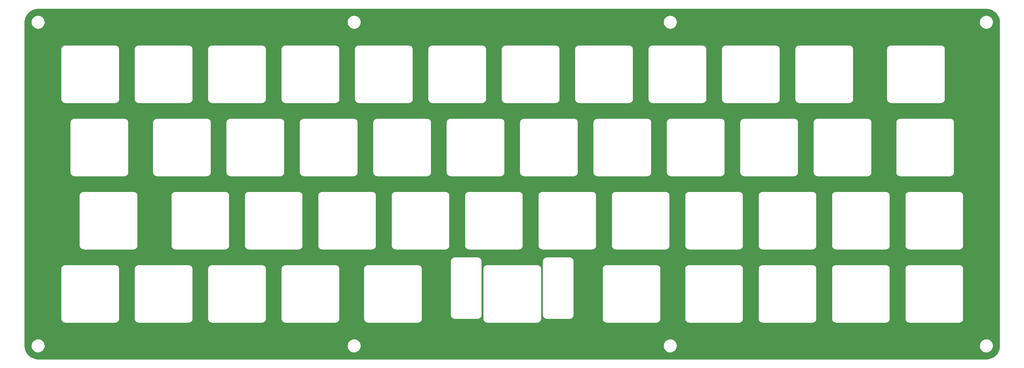
<source format=gtl>
G04 #@! TF.GenerationSoftware,KiCad,Pcbnew,(5.0.0)*
G04 #@! TF.CreationDate,2019-01-29T14:29:50-08:00*
G04 #@! TF.ProjectId,UT47.2-Top,555434372E322D546F702E6B69636164,rev?*
G04 #@! TF.SameCoordinates,Original*
G04 #@! TF.FileFunction,Copper,L1,Top,Signal*
G04 #@! TF.FilePolarity,Positive*
%FSLAX46Y46*%
G04 Gerber Fmt 4.6, Leading zero omitted, Abs format (unit mm)*
G04 Created by KiCad (PCBNEW (5.0.0)) date 01/29/19 14:29:50*
%MOMM*%
%LPD*%
G01*
G04 APERTURE LIST*
G04 #@! TA.AperFunction,Conductor*
%ADD10C,1.524000*%
G04 #@! TD*
G04 #@! TA.AperFunction,Conductor*
%ADD11C,0.254000*%
G04 #@! TD*
G04 APERTURE END LIST*
D10*
G04 #@! TO.N,GND*
G04 #@! TO.C,J1*
X37877750Y-47434500D03*
G04 #@! TD*
D11*
G04 #@! TO.N,GND*
G36*
X270651025Y-21074959D02*
X271284230Y-21266135D01*
X271868239Y-21576658D01*
X272380814Y-21994704D01*
X272802428Y-22504348D01*
X273117023Y-23086179D01*
X273312613Y-23718029D01*
X273384750Y-24404360D01*
X273384751Y-108569757D01*
X273317290Y-109257776D01*
X273126115Y-109890980D01*
X272815590Y-110474990D01*
X272397544Y-110987567D01*
X271887902Y-111409178D01*
X271306072Y-111723773D01*
X270674220Y-111919364D01*
X269987890Y-111991500D01*
X23897483Y-111991500D01*
X23209474Y-111924040D01*
X22576270Y-111732865D01*
X21992260Y-111422340D01*
X21479683Y-111004294D01*
X21058072Y-110494652D01*
X20743477Y-109912822D01*
X20547886Y-109280970D01*
X20478944Y-108625023D01*
X22039928Y-108625023D01*
X22079696Y-108979563D01*
X22187571Y-109319626D01*
X22359443Y-109632260D01*
X22588765Y-109905556D01*
X22866804Y-110129105D01*
X23182969Y-110294392D01*
X23525217Y-110395121D01*
X23880512Y-110427455D01*
X24235320Y-110390164D01*
X24576128Y-110284666D01*
X24889955Y-110114981D01*
X25164845Y-109887571D01*
X25390330Y-109611100D01*
X25557820Y-109296097D01*
X25660936Y-108954560D01*
X25693247Y-108625023D01*
X104081595Y-108625023D01*
X104121363Y-108979563D01*
X104229238Y-109319626D01*
X104401110Y-109632260D01*
X104630432Y-109905556D01*
X104908471Y-110129105D01*
X105224636Y-110294392D01*
X105566884Y-110395121D01*
X105922179Y-110427455D01*
X106276987Y-110390164D01*
X106617795Y-110284666D01*
X106931622Y-110114981D01*
X107206512Y-109887571D01*
X107431997Y-109611100D01*
X107599487Y-109296097D01*
X107702603Y-108954560D01*
X107734914Y-108625023D01*
X186123261Y-108625023D01*
X186163029Y-108979563D01*
X186270904Y-109319626D01*
X186442776Y-109632260D01*
X186672098Y-109905556D01*
X186950137Y-110129105D01*
X187266302Y-110294392D01*
X187608550Y-110395121D01*
X187963845Y-110427455D01*
X188318653Y-110390164D01*
X188659461Y-110284666D01*
X188973288Y-110114981D01*
X189248178Y-109887571D01*
X189473663Y-109611100D01*
X189641153Y-109296097D01*
X189744269Y-108954560D01*
X189776580Y-108625023D01*
X268164928Y-108625023D01*
X268204696Y-108979563D01*
X268312571Y-109319626D01*
X268484443Y-109632260D01*
X268713765Y-109905556D01*
X268991804Y-110129105D01*
X269307969Y-110294392D01*
X269650217Y-110395121D01*
X270005512Y-110427455D01*
X270360320Y-110390164D01*
X270701128Y-110284666D01*
X271014955Y-110114981D01*
X271289845Y-109887571D01*
X271515330Y-109611100D01*
X271682820Y-109296097D01*
X271785936Y-108954560D01*
X271820750Y-108599500D01*
X271820037Y-108548459D01*
X271775323Y-108194509D01*
X271662711Y-107855985D01*
X271486491Y-107545782D01*
X271253375Y-107275714D01*
X270972241Y-107056069D01*
X270653800Y-106895212D01*
X270310179Y-106799271D01*
X269954467Y-106771901D01*
X269600214Y-106814143D01*
X269260912Y-106924389D01*
X268949486Y-107098439D01*
X268677797Y-107329664D01*
X268456194Y-107609257D01*
X268293119Y-107926568D01*
X268194781Y-108269511D01*
X268164928Y-108625023D01*
X189776580Y-108625023D01*
X189779083Y-108599500D01*
X189778370Y-108548459D01*
X189733656Y-108194509D01*
X189621044Y-107855985D01*
X189444824Y-107545782D01*
X189211708Y-107275714D01*
X188930574Y-107056069D01*
X188612133Y-106895212D01*
X188268512Y-106799271D01*
X187912800Y-106771901D01*
X187558547Y-106814143D01*
X187219245Y-106924389D01*
X186907819Y-107098439D01*
X186636130Y-107329664D01*
X186414527Y-107609257D01*
X186251452Y-107926568D01*
X186153114Y-108269511D01*
X186123261Y-108625023D01*
X107734914Y-108625023D01*
X107737417Y-108599500D01*
X107736704Y-108548459D01*
X107691990Y-108194509D01*
X107579378Y-107855985D01*
X107403158Y-107545782D01*
X107170042Y-107275714D01*
X106888908Y-107056069D01*
X106570467Y-106895212D01*
X106226846Y-106799271D01*
X105871134Y-106771901D01*
X105516881Y-106814143D01*
X105177579Y-106924389D01*
X104866153Y-107098439D01*
X104594464Y-107329664D01*
X104372861Y-107609257D01*
X104209786Y-107926568D01*
X104111448Y-108269511D01*
X104081595Y-108625023D01*
X25693247Y-108625023D01*
X25695750Y-108599500D01*
X25695037Y-108548459D01*
X25650323Y-108194509D01*
X25537711Y-107855985D01*
X25361491Y-107545782D01*
X25128375Y-107275714D01*
X24847241Y-107056069D01*
X24528800Y-106895212D01*
X24185179Y-106799271D01*
X23829467Y-106771901D01*
X23475214Y-106814143D01*
X23135912Y-106924389D01*
X22824486Y-107098439D01*
X22552797Y-107329664D01*
X22331194Y-107609257D01*
X22168119Y-107926568D01*
X22069781Y-108269511D01*
X22039928Y-108625023D01*
X20478944Y-108625023D01*
X20475750Y-108594640D01*
X20475750Y-101604360D01*
X29784750Y-101604360D01*
X29787285Y-101630098D01*
X29787264Y-101633095D01*
X29788093Y-101641543D01*
X29793168Y-101689828D01*
X29793548Y-101693688D01*
X29793587Y-101693817D01*
X29798293Y-101738592D01*
X29809374Y-101792575D01*
X29819699Y-101846702D01*
X29822150Y-101854819D01*
X29822152Y-101854829D01*
X29822156Y-101854838D01*
X29851009Y-101948048D01*
X29872351Y-101998819D01*
X29893007Y-102049945D01*
X29896993Y-102057440D01*
X29943406Y-102143278D01*
X29974232Y-102188980D01*
X30004394Y-102235072D01*
X30009756Y-102241646D01*
X30009760Y-102241652D01*
X30009765Y-102241657D01*
X30071962Y-102316840D01*
X30111067Y-102355674D01*
X30149614Y-102395037D01*
X30156155Y-102400448D01*
X30156159Y-102400452D01*
X30156164Y-102400455D01*
X30231776Y-102462124D01*
X30277693Y-102492632D01*
X30323151Y-102523757D01*
X30330607Y-102527789D01*
X30330610Y-102527791D01*
X30330613Y-102527792D01*
X30330618Y-102527795D01*
X30416779Y-102573607D01*
X30467735Y-102594609D01*
X30518372Y-102616312D01*
X30526482Y-102618822D01*
X30526486Y-102618824D01*
X30526491Y-102618825D01*
X30619899Y-102647027D01*
X30673944Y-102657729D01*
X30727862Y-102669189D01*
X30736305Y-102670077D01*
X30833422Y-102679599D01*
X30833435Y-102679599D01*
X30862889Y-102682500D01*
X43922611Y-102682500D01*
X43948349Y-102679965D01*
X43951345Y-102679986D01*
X43959793Y-102679157D01*
X44008063Y-102674084D01*
X44011939Y-102673702D01*
X44012068Y-102673663D01*
X44056842Y-102668957D01*
X44110825Y-102657876D01*
X44164952Y-102647551D01*
X44173069Y-102645100D01*
X44173079Y-102645098D01*
X44173088Y-102645094D01*
X44266298Y-102616241D01*
X44317069Y-102594899D01*
X44368195Y-102574243D01*
X44375683Y-102570261D01*
X44375687Y-102570259D01*
X44375690Y-102570257D01*
X44461528Y-102523844D01*
X44507230Y-102493018D01*
X44553322Y-102462856D01*
X44559899Y-102457492D01*
X44559902Y-102457490D01*
X44559907Y-102457485D01*
X44635090Y-102395288D01*
X44673924Y-102356183D01*
X44713287Y-102317636D01*
X44718698Y-102311095D01*
X44718702Y-102311091D01*
X44718705Y-102311086D01*
X44780374Y-102235474D01*
X44810882Y-102189557D01*
X44842007Y-102144099D01*
X44846045Y-102136632D01*
X44891857Y-102050471D01*
X44912859Y-101999515D01*
X44934562Y-101948878D01*
X44937072Y-101940769D01*
X44965277Y-101847351D01*
X44975979Y-101793306D01*
X44987439Y-101739388D01*
X44988327Y-101730945D01*
X44997849Y-101633828D01*
X44997849Y-101633815D01*
X45000750Y-101604361D01*
X45000750Y-88544640D01*
X48834750Y-88544640D01*
X48834751Y-101604361D01*
X48837285Y-101630089D01*
X48837264Y-101633095D01*
X48838093Y-101641543D01*
X48843182Y-101689964D01*
X48843549Y-101693689D01*
X48843587Y-101693813D01*
X48848293Y-101738592D01*
X48859374Y-101792575D01*
X48869699Y-101846702D01*
X48872150Y-101854819D01*
X48872152Y-101854829D01*
X48872156Y-101854838D01*
X48901009Y-101948048D01*
X48922351Y-101998819D01*
X48943007Y-102049945D01*
X48946993Y-102057440D01*
X48993406Y-102143278D01*
X49024232Y-102188980D01*
X49054394Y-102235072D01*
X49059756Y-102241646D01*
X49059760Y-102241652D01*
X49059765Y-102241657D01*
X49121962Y-102316840D01*
X49161067Y-102355674D01*
X49199614Y-102395037D01*
X49206155Y-102400448D01*
X49206159Y-102400452D01*
X49206164Y-102400455D01*
X49281776Y-102462124D01*
X49327693Y-102492632D01*
X49373151Y-102523757D01*
X49380607Y-102527789D01*
X49380610Y-102527791D01*
X49380613Y-102527792D01*
X49380618Y-102527795D01*
X49466779Y-102573607D01*
X49517735Y-102594609D01*
X49568372Y-102616312D01*
X49576482Y-102618822D01*
X49576486Y-102618824D01*
X49576491Y-102618825D01*
X49669899Y-102647027D01*
X49723944Y-102657729D01*
X49777862Y-102669189D01*
X49786305Y-102670077D01*
X49883422Y-102679599D01*
X49883435Y-102679599D01*
X49912889Y-102682500D01*
X62972611Y-102682500D01*
X62998349Y-102679965D01*
X63001345Y-102679986D01*
X63009793Y-102679157D01*
X63058063Y-102674084D01*
X63061939Y-102673702D01*
X63062068Y-102673663D01*
X63106842Y-102668957D01*
X63160825Y-102657876D01*
X63214952Y-102647551D01*
X63223069Y-102645100D01*
X63223079Y-102645098D01*
X63223088Y-102645094D01*
X63316298Y-102616241D01*
X63367069Y-102594899D01*
X63418195Y-102574243D01*
X63425683Y-102570261D01*
X63425687Y-102570259D01*
X63425690Y-102570257D01*
X63511528Y-102523844D01*
X63557230Y-102493018D01*
X63603322Y-102462856D01*
X63609899Y-102457492D01*
X63609902Y-102457490D01*
X63609907Y-102457485D01*
X63685090Y-102395288D01*
X63723924Y-102356183D01*
X63763287Y-102317636D01*
X63768698Y-102311095D01*
X63768702Y-102311091D01*
X63768705Y-102311086D01*
X63830374Y-102235474D01*
X63860882Y-102189557D01*
X63892007Y-102144099D01*
X63896045Y-102136632D01*
X63941857Y-102050471D01*
X63962859Y-101999515D01*
X63984562Y-101948878D01*
X63987072Y-101940769D01*
X64015277Y-101847351D01*
X64025979Y-101793306D01*
X64037439Y-101739388D01*
X64038327Y-101730945D01*
X64047849Y-101633828D01*
X64047849Y-101633815D01*
X64050750Y-101604361D01*
X64050750Y-101604360D01*
X67884750Y-101604360D01*
X67887285Y-101630098D01*
X67887264Y-101633095D01*
X67888093Y-101641543D01*
X67893168Y-101689828D01*
X67893548Y-101693688D01*
X67893587Y-101693817D01*
X67898293Y-101738592D01*
X67909374Y-101792575D01*
X67919699Y-101846702D01*
X67922150Y-101854819D01*
X67922152Y-101854829D01*
X67922156Y-101854838D01*
X67951009Y-101948048D01*
X67972351Y-101998819D01*
X67993007Y-102049945D01*
X67996993Y-102057440D01*
X68043406Y-102143278D01*
X68074232Y-102188980D01*
X68104394Y-102235072D01*
X68109756Y-102241646D01*
X68109760Y-102241652D01*
X68109765Y-102241657D01*
X68171962Y-102316840D01*
X68211067Y-102355674D01*
X68249614Y-102395037D01*
X68256155Y-102400448D01*
X68256159Y-102400452D01*
X68256164Y-102400455D01*
X68331776Y-102462124D01*
X68377693Y-102492632D01*
X68423151Y-102523757D01*
X68430607Y-102527789D01*
X68430610Y-102527791D01*
X68430613Y-102527792D01*
X68430618Y-102527795D01*
X68516779Y-102573607D01*
X68567735Y-102594609D01*
X68618372Y-102616312D01*
X68626482Y-102618822D01*
X68626486Y-102618824D01*
X68626491Y-102618825D01*
X68719899Y-102647027D01*
X68773944Y-102657729D01*
X68827862Y-102669189D01*
X68836305Y-102670077D01*
X68933422Y-102679599D01*
X68933435Y-102679599D01*
X68962889Y-102682500D01*
X82022611Y-102682500D01*
X82048349Y-102679965D01*
X82051345Y-102679986D01*
X82059793Y-102679157D01*
X82108063Y-102674084D01*
X82111939Y-102673702D01*
X82112068Y-102673663D01*
X82156842Y-102668957D01*
X82210825Y-102657876D01*
X82264952Y-102647551D01*
X82273069Y-102645100D01*
X82273079Y-102645098D01*
X82273088Y-102645094D01*
X82366298Y-102616241D01*
X82417069Y-102594899D01*
X82468195Y-102574243D01*
X82475683Y-102570261D01*
X82475687Y-102570259D01*
X82475690Y-102570257D01*
X82561528Y-102523844D01*
X82607230Y-102493018D01*
X82653322Y-102462856D01*
X82659899Y-102457492D01*
X82659902Y-102457490D01*
X82659907Y-102457485D01*
X82735090Y-102395288D01*
X82773924Y-102356183D01*
X82813287Y-102317636D01*
X82818698Y-102311095D01*
X82818702Y-102311091D01*
X82818705Y-102311086D01*
X82880374Y-102235474D01*
X82910882Y-102189557D01*
X82942007Y-102144099D01*
X82946045Y-102136632D01*
X82991857Y-102050471D01*
X83012859Y-101999515D01*
X83034562Y-101948878D01*
X83037072Y-101940769D01*
X83065277Y-101847351D01*
X83075979Y-101793306D01*
X83087439Y-101739388D01*
X83088327Y-101730945D01*
X83097849Y-101633828D01*
X83097849Y-101633815D01*
X83100750Y-101604361D01*
X83100750Y-101604360D01*
X86934750Y-101604360D01*
X86937285Y-101630098D01*
X86937264Y-101633095D01*
X86938093Y-101641543D01*
X86943168Y-101689828D01*
X86943548Y-101693688D01*
X86943587Y-101693817D01*
X86948293Y-101738592D01*
X86959374Y-101792575D01*
X86969699Y-101846702D01*
X86972150Y-101854819D01*
X86972152Y-101854829D01*
X86972156Y-101854838D01*
X87001009Y-101948048D01*
X87022351Y-101998819D01*
X87043007Y-102049945D01*
X87046993Y-102057440D01*
X87093406Y-102143278D01*
X87124232Y-102188980D01*
X87154394Y-102235072D01*
X87159756Y-102241646D01*
X87159760Y-102241652D01*
X87159765Y-102241657D01*
X87221962Y-102316840D01*
X87261067Y-102355674D01*
X87299614Y-102395037D01*
X87306155Y-102400448D01*
X87306159Y-102400452D01*
X87306164Y-102400455D01*
X87381776Y-102462124D01*
X87427693Y-102492632D01*
X87473151Y-102523757D01*
X87480607Y-102527789D01*
X87480610Y-102527791D01*
X87480613Y-102527792D01*
X87480618Y-102527795D01*
X87566779Y-102573607D01*
X87617735Y-102594609D01*
X87668372Y-102616312D01*
X87676482Y-102618822D01*
X87676486Y-102618824D01*
X87676491Y-102618825D01*
X87769899Y-102647027D01*
X87823944Y-102657729D01*
X87877862Y-102669189D01*
X87886305Y-102670077D01*
X87983422Y-102679599D01*
X87983435Y-102679599D01*
X88012889Y-102682500D01*
X101072611Y-102682500D01*
X101098349Y-102679965D01*
X101101345Y-102679986D01*
X101109793Y-102679157D01*
X101158063Y-102674084D01*
X101161939Y-102673702D01*
X101162068Y-102673663D01*
X101206842Y-102668957D01*
X101260825Y-102657876D01*
X101314952Y-102647551D01*
X101323069Y-102645100D01*
X101323079Y-102645098D01*
X101323088Y-102645094D01*
X101416298Y-102616241D01*
X101467069Y-102594899D01*
X101518195Y-102574243D01*
X101525683Y-102570261D01*
X101525687Y-102570259D01*
X101525690Y-102570257D01*
X101611528Y-102523844D01*
X101657230Y-102493018D01*
X101703322Y-102462856D01*
X101709899Y-102457492D01*
X101709902Y-102457490D01*
X101709907Y-102457485D01*
X101785090Y-102395288D01*
X101823924Y-102356183D01*
X101863287Y-102317636D01*
X101868698Y-102311095D01*
X101868702Y-102311091D01*
X101868705Y-102311086D01*
X101930374Y-102235474D01*
X101960882Y-102189557D01*
X101992007Y-102144099D01*
X101996045Y-102136632D01*
X102041857Y-102050471D01*
X102062859Y-101999515D01*
X102084562Y-101948878D01*
X102087072Y-101940769D01*
X102115277Y-101847351D01*
X102125979Y-101793306D01*
X102137439Y-101739388D01*
X102138327Y-101730945D01*
X102147849Y-101633828D01*
X102147849Y-101633815D01*
X102150750Y-101604361D01*
X102150750Y-101604360D01*
X108366000Y-101604360D01*
X108368535Y-101630098D01*
X108368514Y-101633095D01*
X108369343Y-101641543D01*
X108374418Y-101689828D01*
X108374798Y-101693688D01*
X108374837Y-101693817D01*
X108379543Y-101738592D01*
X108390624Y-101792575D01*
X108400949Y-101846702D01*
X108403400Y-101854819D01*
X108403402Y-101854829D01*
X108403406Y-101854838D01*
X108432259Y-101948048D01*
X108453601Y-101998819D01*
X108474257Y-102049945D01*
X108478243Y-102057440D01*
X108524656Y-102143278D01*
X108555482Y-102188980D01*
X108585644Y-102235072D01*
X108591006Y-102241646D01*
X108591010Y-102241652D01*
X108591015Y-102241657D01*
X108653212Y-102316840D01*
X108692317Y-102355674D01*
X108730864Y-102395037D01*
X108737405Y-102400448D01*
X108737409Y-102400452D01*
X108737414Y-102400455D01*
X108813026Y-102462124D01*
X108858943Y-102492632D01*
X108904401Y-102523757D01*
X108911857Y-102527789D01*
X108911860Y-102527791D01*
X108911863Y-102527792D01*
X108911868Y-102527795D01*
X108998029Y-102573607D01*
X109048985Y-102594609D01*
X109099622Y-102616312D01*
X109107732Y-102618822D01*
X109107736Y-102618824D01*
X109107741Y-102618825D01*
X109201149Y-102647027D01*
X109255194Y-102657729D01*
X109309112Y-102669189D01*
X109317555Y-102670077D01*
X109414672Y-102679599D01*
X109414685Y-102679599D01*
X109444139Y-102682500D01*
X122503861Y-102682500D01*
X122529599Y-102679965D01*
X122532595Y-102679986D01*
X122541043Y-102679157D01*
X122589313Y-102674084D01*
X122593189Y-102673702D01*
X122593318Y-102673663D01*
X122638092Y-102668957D01*
X122692075Y-102657876D01*
X122746202Y-102647551D01*
X122754319Y-102645100D01*
X122754329Y-102645098D01*
X122754338Y-102645094D01*
X122847548Y-102616241D01*
X122898319Y-102594899D01*
X122949445Y-102574243D01*
X122956933Y-102570261D01*
X122956937Y-102570259D01*
X122956940Y-102570257D01*
X123042778Y-102523844D01*
X123088480Y-102493018D01*
X123134572Y-102462856D01*
X123141149Y-102457492D01*
X123141152Y-102457490D01*
X123141157Y-102457485D01*
X123216340Y-102395288D01*
X123255174Y-102356183D01*
X123294537Y-102317636D01*
X123299948Y-102311095D01*
X123299952Y-102311091D01*
X123299955Y-102311086D01*
X123361624Y-102235474D01*
X123392132Y-102189557D01*
X123423257Y-102144099D01*
X123427295Y-102136632D01*
X123473107Y-102050471D01*
X123494109Y-101999515D01*
X123515812Y-101948878D01*
X123518322Y-101940769D01*
X123546527Y-101847351D01*
X123557229Y-101793306D01*
X123568689Y-101739388D01*
X123569577Y-101730945D01*
X123579099Y-101633828D01*
X123579099Y-101633815D01*
X123582000Y-101604361D01*
X123582000Y-100604360D01*
X130884250Y-100604360D01*
X130886785Y-100630098D01*
X130886764Y-100633095D01*
X130887593Y-100641543D01*
X130892668Y-100689828D01*
X130893048Y-100693688D01*
X130893087Y-100693817D01*
X130897793Y-100738592D01*
X130908874Y-100792575D01*
X130919199Y-100846702D01*
X130921650Y-100854819D01*
X130921652Y-100854829D01*
X130921656Y-100854838D01*
X130950509Y-100948048D01*
X130971851Y-100998819D01*
X130992507Y-101049945D01*
X130996493Y-101057440D01*
X131042906Y-101143278D01*
X131073732Y-101188980D01*
X131103894Y-101235072D01*
X131109256Y-101241646D01*
X131109260Y-101241652D01*
X131109265Y-101241657D01*
X131171462Y-101316840D01*
X131210567Y-101355674D01*
X131249114Y-101395037D01*
X131255655Y-101400448D01*
X131255659Y-101400452D01*
X131255664Y-101400455D01*
X131331276Y-101462124D01*
X131377193Y-101492632D01*
X131422651Y-101523757D01*
X131430107Y-101527789D01*
X131430110Y-101527791D01*
X131430113Y-101527792D01*
X131430118Y-101527795D01*
X131516279Y-101573607D01*
X131567235Y-101594609D01*
X131617872Y-101616312D01*
X131625982Y-101618822D01*
X131625986Y-101618824D01*
X131625991Y-101618825D01*
X131719399Y-101647027D01*
X131773444Y-101657729D01*
X131827362Y-101669189D01*
X131835805Y-101670077D01*
X131932922Y-101679599D01*
X131932935Y-101679599D01*
X131962389Y-101682500D01*
X138022111Y-101682500D01*
X138047849Y-101679965D01*
X138050845Y-101679986D01*
X138059293Y-101679157D01*
X138107563Y-101674084D01*
X138111439Y-101673702D01*
X138111568Y-101673663D01*
X138156342Y-101668957D01*
X138210325Y-101657876D01*
X138264452Y-101647551D01*
X138272569Y-101645100D01*
X138272579Y-101645098D01*
X138272588Y-101645094D01*
X138365798Y-101616241D01*
X138394061Y-101604360D01*
X139322250Y-101604360D01*
X139324785Y-101630098D01*
X139324764Y-101633095D01*
X139325593Y-101641543D01*
X139330668Y-101689828D01*
X139331048Y-101693688D01*
X139331087Y-101693817D01*
X139335793Y-101738592D01*
X139346874Y-101792575D01*
X139357199Y-101846702D01*
X139359650Y-101854819D01*
X139359652Y-101854829D01*
X139359656Y-101854838D01*
X139388509Y-101948048D01*
X139409851Y-101998819D01*
X139430507Y-102049945D01*
X139434493Y-102057440D01*
X139480906Y-102143278D01*
X139511732Y-102188980D01*
X139541894Y-102235072D01*
X139547256Y-102241646D01*
X139547260Y-102241652D01*
X139547265Y-102241657D01*
X139609462Y-102316840D01*
X139648567Y-102355674D01*
X139687114Y-102395037D01*
X139693655Y-102400448D01*
X139693659Y-102400452D01*
X139693664Y-102400455D01*
X139769276Y-102462124D01*
X139815193Y-102492632D01*
X139860651Y-102523757D01*
X139868107Y-102527789D01*
X139868110Y-102527791D01*
X139868113Y-102527792D01*
X139868118Y-102527795D01*
X139954279Y-102573607D01*
X140005235Y-102594609D01*
X140055872Y-102616312D01*
X140063982Y-102618822D01*
X140063986Y-102618824D01*
X140063991Y-102618825D01*
X140157399Y-102647027D01*
X140211444Y-102657729D01*
X140265362Y-102669189D01*
X140273805Y-102670077D01*
X140370922Y-102679599D01*
X140370935Y-102679599D01*
X140400389Y-102682500D01*
X153460111Y-102682500D01*
X153485849Y-102679965D01*
X153488845Y-102679986D01*
X153497293Y-102679157D01*
X153545563Y-102674084D01*
X153549439Y-102673702D01*
X153549568Y-102673663D01*
X153594342Y-102668957D01*
X153648325Y-102657876D01*
X153702452Y-102647551D01*
X153710569Y-102645100D01*
X153710579Y-102645098D01*
X153710588Y-102645094D01*
X153803798Y-102616241D01*
X153854569Y-102594899D01*
X153905695Y-102574243D01*
X153913183Y-102570261D01*
X153913187Y-102570259D01*
X153913190Y-102570257D01*
X153999028Y-102523844D01*
X154044730Y-102493018D01*
X154090822Y-102462856D01*
X154097399Y-102457492D01*
X154097402Y-102457490D01*
X154097407Y-102457485D01*
X154172590Y-102395288D01*
X154211424Y-102356183D01*
X154250787Y-102317636D01*
X154256198Y-102311095D01*
X154256202Y-102311091D01*
X154256205Y-102311086D01*
X154317874Y-102235474D01*
X154348382Y-102189557D01*
X154379507Y-102144099D01*
X154383545Y-102136632D01*
X154429357Y-102050471D01*
X154450359Y-101999515D01*
X154472062Y-101948878D01*
X154474572Y-101940769D01*
X154502777Y-101847351D01*
X154513479Y-101793306D01*
X154524939Y-101739388D01*
X154525827Y-101730945D01*
X154535349Y-101633828D01*
X154535349Y-101633815D01*
X154538250Y-101604361D01*
X154538250Y-100604360D01*
X154760250Y-100604360D01*
X154762785Y-100630098D01*
X154762764Y-100633095D01*
X154763593Y-100641543D01*
X154768668Y-100689828D01*
X154769048Y-100693688D01*
X154769087Y-100693817D01*
X154773793Y-100738592D01*
X154784874Y-100792575D01*
X154795199Y-100846702D01*
X154797650Y-100854819D01*
X154797652Y-100854829D01*
X154797656Y-100854838D01*
X154826509Y-100948048D01*
X154847851Y-100998819D01*
X154868507Y-101049945D01*
X154872493Y-101057440D01*
X154918906Y-101143278D01*
X154949732Y-101188980D01*
X154979894Y-101235072D01*
X154985256Y-101241646D01*
X154985260Y-101241652D01*
X154985265Y-101241657D01*
X155047462Y-101316840D01*
X155086567Y-101355674D01*
X155125114Y-101395037D01*
X155131655Y-101400448D01*
X155131659Y-101400452D01*
X155131664Y-101400455D01*
X155207276Y-101462124D01*
X155253193Y-101492632D01*
X155298651Y-101523757D01*
X155306107Y-101527789D01*
X155306110Y-101527791D01*
X155306113Y-101527792D01*
X155306118Y-101527795D01*
X155392279Y-101573607D01*
X155443235Y-101594609D01*
X155493872Y-101616312D01*
X155501982Y-101618822D01*
X155501986Y-101618824D01*
X155501991Y-101618825D01*
X155595399Y-101647027D01*
X155649444Y-101657729D01*
X155703362Y-101669189D01*
X155711805Y-101670077D01*
X155808922Y-101679599D01*
X155808935Y-101679599D01*
X155838389Y-101682500D01*
X161898111Y-101682500D01*
X161923849Y-101679965D01*
X161926845Y-101679986D01*
X161935293Y-101679157D01*
X161983563Y-101674084D01*
X161987439Y-101673702D01*
X161987568Y-101673663D01*
X162032342Y-101668957D01*
X162086325Y-101657876D01*
X162140452Y-101647551D01*
X162148569Y-101645100D01*
X162148579Y-101645098D01*
X162148588Y-101645094D01*
X162241798Y-101616241D01*
X162270061Y-101604360D01*
X170278500Y-101604360D01*
X170281035Y-101630098D01*
X170281014Y-101633095D01*
X170281843Y-101641543D01*
X170286918Y-101689828D01*
X170287298Y-101693688D01*
X170287337Y-101693817D01*
X170292043Y-101738592D01*
X170303124Y-101792575D01*
X170313449Y-101846702D01*
X170315900Y-101854819D01*
X170315902Y-101854829D01*
X170315906Y-101854838D01*
X170344759Y-101948048D01*
X170366101Y-101998819D01*
X170386757Y-102049945D01*
X170390743Y-102057440D01*
X170437156Y-102143278D01*
X170467982Y-102188980D01*
X170498144Y-102235072D01*
X170503506Y-102241646D01*
X170503510Y-102241652D01*
X170503515Y-102241657D01*
X170565712Y-102316840D01*
X170604817Y-102355674D01*
X170643364Y-102395037D01*
X170649905Y-102400448D01*
X170649909Y-102400452D01*
X170649914Y-102400455D01*
X170725526Y-102462124D01*
X170771443Y-102492632D01*
X170816901Y-102523757D01*
X170824357Y-102527789D01*
X170824360Y-102527791D01*
X170824363Y-102527792D01*
X170824368Y-102527795D01*
X170910529Y-102573607D01*
X170961485Y-102594609D01*
X171012122Y-102616312D01*
X171020232Y-102618822D01*
X171020236Y-102618824D01*
X171020241Y-102618825D01*
X171113649Y-102647027D01*
X171167694Y-102657729D01*
X171221612Y-102669189D01*
X171230055Y-102670077D01*
X171327172Y-102679599D01*
X171327185Y-102679599D01*
X171356639Y-102682500D01*
X184416361Y-102682500D01*
X184442099Y-102679965D01*
X184445095Y-102679986D01*
X184453543Y-102679157D01*
X184501813Y-102674084D01*
X184505689Y-102673702D01*
X184505818Y-102673663D01*
X184550592Y-102668957D01*
X184604575Y-102657876D01*
X184658702Y-102647551D01*
X184666819Y-102645100D01*
X184666829Y-102645098D01*
X184666838Y-102645094D01*
X184760048Y-102616241D01*
X184810819Y-102594899D01*
X184861945Y-102574243D01*
X184869433Y-102570261D01*
X184869437Y-102570259D01*
X184869440Y-102570257D01*
X184955278Y-102523844D01*
X185000980Y-102493018D01*
X185047072Y-102462856D01*
X185053649Y-102457492D01*
X185053652Y-102457490D01*
X185053657Y-102457485D01*
X185128840Y-102395288D01*
X185167674Y-102356183D01*
X185207037Y-102317636D01*
X185212448Y-102311095D01*
X185212452Y-102311091D01*
X185212455Y-102311086D01*
X185274124Y-102235474D01*
X185304632Y-102189557D01*
X185335757Y-102144099D01*
X185339795Y-102136632D01*
X185385607Y-102050471D01*
X185406609Y-101999515D01*
X185428312Y-101948878D01*
X185430822Y-101940769D01*
X185459027Y-101847351D01*
X185469729Y-101793306D01*
X185481189Y-101739388D01*
X185482077Y-101730945D01*
X185491599Y-101633828D01*
X185491599Y-101633815D01*
X185494500Y-101604361D01*
X185494500Y-101604360D01*
X191709750Y-101604360D01*
X191712285Y-101630098D01*
X191712264Y-101633095D01*
X191713093Y-101641543D01*
X191718168Y-101689828D01*
X191718548Y-101693688D01*
X191718587Y-101693817D01*
X191723293Y-101738592D01*
X191734374Y-101792575D01*
X191744699Y-101846702D01*
X191747150Y-101854819D01*
X191747152Y-101854829D01*
X191747156Y-101854838D01*
X191776009Y-101948048D01*
X191797351Y-101998819D01*
X191818007Y-102049945D01*
X191821993Y-102057440D01*
X191868406Y-102143278D01*
X191899232Y-102188980D01*
X191929394Y-102235072D01*
X191934756Y-102241646D01*
X191934760Y-102241652D01*
X191934765Y-102241657D01*
X191996962Y-102316840D01*
X192036067Y-102355674D01*
X192074614Y-102395037D01*
X192081155Y-102400448D01*
X192081159Y-102400452D01*
X192081164Y-102400455D01*
X192156776Y-102462124D01*
X192202693Y-102492632D01*
X192248151Y-102523757D01*
X192255607Y-102527789D01*
X192255610Y-102527791D01*
X192255613Y-102527792D01*
X192255618Y-102527795D01*
X192341779Y-102573607D01*
X192392735Y-102594609D01*
X192443372Y-102616312D01*
X192451482Y-102618822D01*
X192451486Y-102618824D01*
X192451491Y-102618825D01*
X192544899Y-102647027D01*
X192598944Y-102657729D01*
X192652862Y-102669189D01*
X192661305Y-102670077D01*
X192758422Y-102679599D01*
X192758435Y-102679599D01*
X192787889Y-102682500D01*
X205847611Y-102682500D01*
X205873349Y-102679965D01*
X205876345Y-102679986D01*
X205884793Y-102679157D01*
X205933063Y-102674084D01*
X205936939Y-102673702D01*
X205937068Y-102673663D01*
X205981842Y-102668957D01*
X206035825Y-102657876D01*
X206089952Y-102647551D01*
X206098069Y-102645100D01*
X206098079Y-102645098D01*
X206098088Y-102645094D01*
X206191298Y-102616241D01*
X206242069Y-102594899D01*
X206293195Y-102574243D01*
X206300683Y-102570261D01*
X206300687Y-102570259D01*
X206300690Y-102570257D01*
X206386528Y-102523844D01*
X206432230Y-102493018D01*
X206478322Y-102462856D01*
X206484899Y-102457492D01*
X206484902Y-102457490D01*
X206484907Y-102457485D01*
X206560090Y-102395288D01*
X206598924Y-102356183D01*
X206638287Y-102317636D01*
X206643698Y-102311095D01*
X206643702Y-102311091D01*
X206643705Y-102311086D01*
X206705374Y-102235474D01*
X206735882Y-102189557D01*
X206767007Y-102144099D01*
X206771045Y-102136632D01*
X206816857Y-102050471D01*
X206837859Y-101999515D01*
X206859562Y-101948878D01*
X206862072Y-101940769D01*
X206890277Y-101847351D01*
X206900979Y-101793306D01*
X206912439Y-101739388D01*
X206913327Y-101730945D01*
X206922849Y-101633828D01*
X206922849Y-101633815D01*
X206925750Y-101604361D01*
X206925750Y-101604360D01*
X210759750Y-101604360D01*
X210762285Y-101630098D01*
X210762264Y-101633095D01*
X210763093Y-101641543D01*
X210768168Y-101689828D01*
X210768548Y-101693688D01*
X210768587Y-101693817D01*
X210773293Y-101738592D01*
X210784374Y-101792575D01*
X210794699Y-101846702D01*
X210797150Y-101854819D01*
X210797152Y-101854829D01*
X210797156Y-101854838D01*
X210826009Y-101948048D01*
X210847351Y-101998819D01*
X210868007Y-102049945D01*
X210871993Y-102057440D01*
X210918406Y-102143278D01*
X210949232Y-102188980D01*
X210979394Y-102235072D01*
X210984756Y-102241646D01*
X210984760Y-102241652D01*
X210984765Y-102241657D01*
X211046962Y-102316840D01*
X211086067Y-102355674D01*
X211124614Y-102395037D01*
X211131155Y-102400448D01*
X211131159Y-102400452D01*
X211131164Y-102400455D01*
X211206776Y-102462124D01*
X211252693Y-102492632D01*
X211298151Y-102523757D01*
X211305607Y-102527789D01*
X211305610Y-102527791D01*
X211305613Y-102527792D01*
X211305618Y-102527795D01*
X211391779Y-102573607D01*
X211442735Y-102594609D01*
X211493372Y-102616312D01*
X211501482Y-102618822D01*
X211501486Y-102618824D01*
X211501491Y-102618825D01*
X211594899Y-102647027D01*
X211648944Y-102657729D01*
X211702862Y-102669189D01*
X211711305Y-102670077D01*
X211808422Y-102679599D01*
X211808435Y-102679599D01*
X211837889Y-102682500D01*
X224897611Y-102682500D01*
X224923349Y-102679965D01*
X224926345Y-102679986D01*
X224934793Y-102679157D01*
X224983063Y-102674084D01*
X224986939Y-102673702D01*
X224987068Y-102673663D01*
X225031842Y-102668957D01*
X225085825Y-102657876D01*
X225139952Y-102647551D01*
X225148069Y-102645100D01*
X225148079Y-102645098D01*
X225148088Y-102645094D01*
X225241298Y-102616241D01*
X225292069Y-102594899D01*
X225343195Y-102574243D01*
X225350683Y-102570261D01*
X225350687Y-102570259D01*
X225350690Y-102570257D01*
X225436528Y-102523844D01*
X225482230Y-102493018D01*
X225528322Y-102462856D01*
X225534899Y-102457492D01*
X225534902Y-102457490D01*
X225534907Y-102457485D01*
X225610090Y-102395288D01*
X225648924Y-102356183D01*
X225688287Y-102317636D01*
X225693698Y-102311095D01*
X225693702Y-102311091D01*
X225693705Y-102311086D01*
X225755374Y-102235474D01*
X225785882Y-102189557D01*
X225817007Y-102144099D01*
X225821045Y-102136632D01*
X225866857Y-102050471D01*
X225887859Y-101999515D01*
X225909562Y-101948878D01*
X225912072Y-101940769D01*
X225940277Y-101847351D01*
X225950979Y-101793306D01*
X225962439Y-101739388D01*
X225963327Y-101730945D01*
X225972849Y-101633828D01*
X225972849Y-101633815D01*
X225975750Y-101604361D01*
X225975750Y-88544640D01*
X229809750Y-88544640D01*
X229809751Y-101604361D01*
X229812285Y-101630089D01*
X229812264Y-101633095D01*
X229813093Y-101641543D01*
X229818182Y-101689964D01*
X229818549Y-101693689D01*
X229818587Y-101693813D01*
X229823293Y-101738592D01*
X229834374Y-101792575D01*
X229844699Y-101846702D01*
X229847150Y-101854819D01*
X229847152Y-101854829D01*
X229847156Y-101854838D01*
X229876009Y-101948048D01*
X229897351Y-101998819D01*
X229918007Y-102049945D01*
X229921993Y-102057440D01*
X229968406Y-102143278D01*
X229999232Y-102188980D01*
X230029394Y-102235072D01*
X230034756Y-102241646D01*
X230034760Y-102241652D01*
X230034765Y-102241657D01*
X230096962Y-102316840D01*
X230136067Y-102355674D01*
X230174614Y-102395037D01*
X230181155Y-102400448D01*
X230181159Y-102400452D01*
X230181164Y-102400455D01*
X230256776Y-102462124D01*
X230302693Y-102492632D01*
X230348151Y-102523757D01*
X230355607Y-102527789D01*
X230355610Y-102527791D01*
X230355613Y-102527792D01*
X230355618Y-102527795D01*
X230441779Y-102573607D01*
X230492735Y-102594609D01*
X230543372Y-102616312D01*
X230551482Y-102618822D01*
X230551486Y-102618824D01*
X230551491Y-102618825D01*
X230644899Y-102647027D01*
X230698944Y-102657729D01*
X230752862Y-102669189D01*
X230761305Y-102670077D01*
X230858422Y-102679599D01*
X230858435Y-102679599D01*
X230887889Y-102682500D01*
X243947611Y-102682500D01*
X243973349Y-102679965D01*
X243976345Y-102679986D01*
X243984793Y-102679157D01*
X244033063Y-102674084D01*
X244036939Y-102673702D01*
X244037068Y-102673663D01*
X244081842Y-102668957D01*
X244135825Y-102657876D01*
X244189952Y-102647551D01*
X244198069Y-102645100D01*
X244198079Y-102645098D01*
X244198088Y-102645094D01*
X244291298Y-102616241D01*
X244342069Y-102594899D01*
X244393195Y-102574243D01*
X244400683Y-102570261D01*
X244400687Y-102570259D01*
X244400690Y-102570257D01*
X244486528Y-102523844D01*
X244532230Y-102493018D01*
X244578322Y-102462856D01*
X244584899Y-102457492D01*
X244584902Y-102457490D01*
X244584907Y-102457485D01*
X244660090Y-102395288D01*
X244698924Y-102356183D01*
X244738287Y-102317636D01*
X244743698Y-102311095D01*
X244743702Y-102311091D01*
X244743705Y-102311086D01*
X244805374Y-102235474D01*
X244835882Y-102189557D01*
X244867007Y-102144099D01*
X244871045Y-102136632D01*
X244916857Y-102050471D01*
X244937859Y-101999515D01*
X244959562Y-101948878D01*
X244962072Y-101940769D01*
X244990277Y-101847351D01*
X245000979Y-101793306D01*
X245012439Y-101739388D01*
X245013327Y-101730945D01*
X245022849Y-101633828D01*
X245022849Y-101633815D01*
X245025750Y-101604361D01*
X245025750Y-101604360D01*
X248859750Y-101604360D01*
X248862285Y-101630098D01*
X248862264Y-101633095D01*
X248863093Y-101641543D01*
X248868168Y-101689828D01*
X248868548Y-101693688D01*
X248868587Y-101693817D01*
X248873293Y-101738592D01*
X248884374Y-101792575D01*
X248894699Y-101846702D01*
X248897150Y-101854819D01*
X248897152Y-101854829D01*
X248897156Y-101854838D01*
X248926009Y-101948048D01*
X248947351Y-101998819D01*
X248968007Y-102049945D01*
X248971993Y-102057440D01*
X249018406Y-102143278D01*
X249049232Y-102188980D01*
X249079394Y-102235072D01*
X249084756Y-102241646D01*
X249084760Y-102241652D01*
X249084765Y-102241657D01*
X249146962Y-102316840D01*
X249186067Y-102355674D01*
X249224614Y-102395037D01*
X249231155Y-102400448D01*
X249231159Y-102400452D01*
X249231164Y-102400455D01*
X249306776Y-102462124D01*
X249352693Y-102492632D01*
X249398151Y-102523757D01*
X249405607Y-102527789D01*
X249405610Y-102527791D01*
X249405613Y-102527792D01*
X249405618Y-102527795D01*
X249491779Y-102573607D01*
X249542735Y-102594609D01*
X249593372Y-102616312D01*
X249601482Y-102618822D01*
X249601486Y-102618824D01*
X249601491Y-102618825D01*
X249694899Y-102647027D01*
X249748944Y-102657729D01*
X249802862Y-102669189D01*
X249811305Y-102670077D01*
X249908422Y-102679599D01*
X249908435Y-102679599D01*
X249937889Y-102682500D01*
X262997611Y-102682500D01*
X263023349Y-102679965D01*
X263026345Y-102679986D01*
X263034793Y-102679157D01*
X263083063Y-102674084D01*
X263086939Y-102673702D01*
X263087068Y-102673663D01*
X263131842Y-102668957D01*
X263185825Y-102657876D01*
X263239952Y-102647551D01*
X263248069Y-102645100D01*
X263248079Y-102645098D01*
X263248088Y-102645094D01*
X263341298Y-102616241D01*
X263392069Y-102594899D01*
X263443195Y-102574243D01*
X263450683Y-102570261D01*
X263450687Y-102570259D01*
X263450690Y-102570257D01*
X263536528Y-102523844D01*
X263582230Y-102493018D01*
X263628322Y-102462856D01*
X263634899Y-102457492D01*
X263634902Y-102457490D01*
X263634907Y-102457485D01*
X263710090Y-102395288D01*
X263748924Y-102356183D01*
X263788287Y-102317636D01*
X263793698Y-102311095D01*
X263793702Y-102311091D01*
X263793705Y-102311086D01*
X263855374Y-102235474D01*
X263885882Y-102189557D01*
X263917007Y-102144099D01*
X263921045Y-102136632D01*
X263966857Y-102050471D01*
X263987859Y-101999515D01*
X264009562Y-101948878D01*
X264012072Y-101940769D01*
X264040277Y-101847351D01*
X264050979Y-101793306D01*
X264062439Y-101739388D01*
X264063327Y-101730945D01*
X264072849Y-101633828D01*
X264072849Y-101633815D01*
X264075750Y-101604361D01*
X264075750Y-88544639D01*
X264073215Y-88518901D01*
X264073236Y-88515906D01*
X264072407Y-88507457D01*
X264067335Y-88459195D01*
X264066952Y-88455311D01*
X264066913Y-88455181D01*
X264062207Y-88410409D01*
X264051129Y-88356439D01*
X264040801Y-88302298D01*
X264038349Y-88294179D01*
X264038348Y-88294172D01*
X264038345Y-88294166D01*
X264009491Y-88200952D01*
X263988136Y-88150149D01*
X263967492Y-88099055D01*
X263963507Y-88091559D01*
X263917094Y-88005722D01*
X263886278Y-87960035D01*
X263856106Y-87913928D01*
X263850743Y-87907353D01*
X263850740Y-87907348D01*
X263850735Y-87907343D01*
X263788538Y-87832160D01*
X263749449Y-87793343D01*
X263710886Y-87753963D01*
X263704345Y-87748552D01*
X263628724Y-87686876D01*
X263582807Y-87656368D01*
X263537349Y-87625243D01*
X263529893Y-87621211D01*
X263529890Y-87621209D01*
X263529887Y-87621208D01*
X263529882Y-87621205D01*
X263443721Y-87575393D01*
X263392765Y-87554391D01*
X263342128Y-87532688D01*
X263334019Y-87530178D01*
X263334018Y-87530178D01*
X263334014Y-87530176D01*
X263334009Y-87530175D01*
X263240601Y-87501973D01*
X263186563Y-87491273D01*
X263132638Y-87479811D01*
X263124208Y-87478925D01*
X263124201Y-87478924D01*
X263124195Y-87478924D01*
X263027078Y-87469401D01*
X263027065Y-87469401D01*
X262997611Y-87466500D01*
X249937889Y-87466500D01*
X249912151Y-87469035D01*
X249909156Y-87469014D01*
X249900707Y-87469843D01*
X249852445Y-87474915D01*
X249848561Y-87475298D01*
X249848431Y-87475337D01*
X249803659Y-87480043D01*
X249749689Y-87491121D01*
X249695548Y-87501449D01*
X249687429Y-87503901D01*
X249687422Y-87503902D01*
X249687416Y-87503905D01*
X249594202Y-87532759D01*
X249543399Y-87554114D01*
X249492305Y-87574758D01*
X249484809Y-87578743D01*
X249398972Y-87625156D01*
X249353285Y-87655972D01*
X249307178Y-87686144D01*
X249300604Y-87691506D01*
X249300598Y-87691510D01*
X249300593Y-87691515D01*
X249225410Y-87753712D01*
X249186593Y-87792801D01*
X249147213Y-87831364D01*
X249141802Y-87837905D01*
X249080126Y-87913526D01*
X249049618Y-87959443D01*
X249018493Y-88004901D01*
X249014455Y-88012368D01*
X248968643Y-88098529D01*
X248947641Y-88149485D01*
X248925938Y-88200122D01*
X248923428Y-88208231D01*
X248895223Y-88301649D01*
X248884523Y-88355687D01*
X248873061Y-88409612D01*
X248872175Y-88418042D01*
X248872174Y-88418049D01*
X248872174Y-88418055D01*
X248862651Y-88515172D01*
X248862651Y-88515195D01*
X248859751Y-88544639D01*
X248859750Y-101604360D01*
X245025750Y-101604360D01*
X245025750Y-88544639D01*
X245023215Y-88518901D01*
X245023236Y-88515906D01*
X245022407Y-88507457D01*
X245017335Y-88459195D01*
X245016952Y-88455311D01*
X245016913Y-88455181D01*
X245012207Y-88410409D01*
X245001129Y-88356439D01*
X244990801Y-88302298D01*
X244988349Y-88294179D01*
X244988348Y-88294172D01*
X244988345Y-88294166D01*
X244959491Y-88200952D01*
X244938136Y-88150149D01*
X244917492Y-88099055D01*
X244913507Y-88091559D01*
X244867094Y-88005722D01*
X244836278Y-87960035D01*
X244806106Y-87913928D01*
X244800743Y-87907353D01*
X244800740Y-87907348D01*
X244800735Y-87907343D01*
X244738538Y-87832160D01*
X244699449Y-87793343D01*
X244660886Y-87753963D01*
X244654345Y-87748552D01*
X244578724Y-87686876D01*
X244532807Y-87656368D01*
X244487349Y-87625243D01*
X244479893Y-87621211D01*
X244479890Y-87621209D01*
X244479887Y-87621208D01*
X244479882Y-87621205D01*
X244393721Y-87575393D01*
X244342765Y-87554391D01*
X244292128Y-87532688D01*
X244284019Y-87530178D01*
X244284018Y-87530178D01*
X244284014Y-87530176D01*
X244284009Y-87530175D01*
X244190601Y-87501973D01*
X244136563Y-87491273D01*
X244082638Y-87479811D01*
X244074208Y-87478925D01*
X244074201Y-87478924D01*
X244074195Y-87478924D01*
X243977078Y-87469401D01*
X243977065Y-87469401D01*
X243947611Y-87466500D01*
X230887889Y-87466500D01*
X230862151Y-87469035D01*
X230859156Y-87469014D01*
X230850707Y-87469843D01*
X230802445Y-87474915D01*
X230798561Y-87475298D01*
X230798431Y-87475337D01*
X230753659Y-87480043D01*
X230699689Y-87491121D01*
X230645548Y-87501449D01*
X230637429Y-87503901D01*
X230637422Y-87503902D01*
X230637416Y-87503905D01*
X230544202Y-87532759D01*
X230493399Y-87554114D01*
X230442305Y-87574758D01*
X230434809Y-87578743D01*
X230348972Y-87625156D01*
X230303285Y-87655972D01*
X230257178Y-87686144D01*
X230250604Y-87691506D01*
X230250598Y-87691510D01*
X230250593Y-87691515D01*
X230175410Y-87753712D01*
X230136593Y-87792801D01*
X230097213Y-87831364D01*
X230091802Y-87837905D01*
X230030126Y-87913526D01*
X229999618Y-87959443D01*
X229968493Y-88004901D01*
X229964455Y-88012368D01*
X229918643Y-88098529D01*
X229897641Y-88149485D01*
X229875938Y-88200122D01*
X229873428Y-88208231D01*
X229845223Y-88301649D01*
X229834523Y-88355687D01*
X229823061Y-88409612D01*
X229822175Y-88418042D01*
X229822174Y-88418049D01*
X229822174Y-88418055D01*
X229812651Y-88515172D01*
X229812651Y-88515186D01*
X229809750Y-88544640D01*
X225975750Y-88544640D01*
X225975750Y-88544639D01*
X225973215Y-88518901D01*
X225973236Y-88515906D01*
X225972407Y-88507457D01*
X225967335Y-88459195D01*
X225966952Y-88455311D01*
X225966913Y-88455181D01*
X225962207Y-88410409D01*
X225951129Y-88356439D01*
X225940801Y-88302298D01*
X225938349Y-88294179D01*
X225938348Y-88294172D01*
X225938345Y-88294166D01*
X225909491Y-88200952D01*
X225888136Y-88150149D01*
X225867492Y-88099055D01*
X225863507Y-88091559D01*
X225817094Y-88005722D01*
X225786278Y-87960035D01*
X225756106Y-87913928D01*
X225750743Y-87907353D01*
X225750740Y-87907348D01*
X225750735Y-87907343D01*
X225688538Y-87832160D01*
X225649449Y-87793343D01*
X225610886Y-87753963D01*
X225604345Y-87748552D01*
X225528724Y-87686876D01*
X225482807Y-87656368D01*
X225437349Y-87625243D01*
X225429893Y-87621211D01*
X225429890Y-87621209D01*
X225429887Y-87621208D01*
X225429882Y-87621205D01*
X225343721Y-87575393D01*
X225292765Y-87554391D01*
X225242128Y-87532688D01*
X225234019Y-87530178D01*
X225234018Y-87530178D01*
X225234014Y-87530176D01*
X225234009Y-87530175D01*
X225140601Y-87501973D01*
X225086563Y-87491273D01*
X225032638Y-87479811D01*
X225024208Y-87478925D01*
X225024201Y-87478924D01*
X225024195Y-87478924D01*
X224927078Y-87469401D01*
X224927065Y-87469401D01*
X224897611Y-87466500D01*
X211837889Y-87466500D01*
X211812151Y-87469035D01*
X211809156Y-87469014D01*
X211800707Y-87469843D01*
X211752445Y-87474915D01*
X211748561Y-87475298D01*
X211748431Y-87475337D01*
X211703659Y-87480043D01*
X211649689Y-87491121D01*
X211595548Y-87501449D01*
X211587429Y-87503901D01*
X211587422Y-87503902D01*
X211587416Y-87503905D01*
X211494202Y-87532759D01*
X211443399Y-87554114D01*
X211392305Y-87574758D01*
X211384809Y-87578743D01*
X211298972Y-87625156D01*
X211253285Y-87655972D01*
X211207178Y-87686144D01*
X211200604Y-87691506D01*
X211200598Y-87691510D01*
X211200593Y-87691515D01*
X211125410Y-87753712D01*
X211086593Y-87792801D01*
X211047213Y-87831364D01*
X211041802Y-87837905D01*
X210980126Y-87913526D01*
X210949618Y-87959443D01*
X210918493Y-88004901D01*
X210914455Y-88012368D01*
X210868643Y-88098529D01*
X210847641Y-88149485D01*
X210825938Y-88200122D01*
X210823428Y-88208231D01*
X210795223Y-88301649D01*
X210784523Y-88355687D01*
X210773061Y-88409612D01*
X210772175Y-88418042D01*
X210772174Y-88418049D01*
X210772174Y-88418055D01*
X210762651Y-88515172D01*
X210762651Y-88515195D01*
X210759751Y-88544639D01*
X210759750Y-101604360D01*
X206925750Y-101604360D01*
X206925750Y-88544639D01*
X206923215Y-88518901D01*
X206923236Y-88515906D01*
X206922407Y-88507457D01*
X206917335Y-88459195D01*
X206916952Y-88455311D01*
X206916913Y-88455181D01*
X206912207Y-88410409D01*
X206901129Y-88356439D01*
X206890801Y-88302298D01*
X206888349Y-88294179D01*
X206888348Y-88294172D01*
X206888345Y-88294166D01*
X206859491Y-88200952D01*
X206838136Y-88150149D01*
X206817492Y-88099055D01*
X206813507Y-88091559D01*
X206767094Y-88005722D01*
X206736278Y-87960035D01*
X206706106Y-87913928D01*
X206700743Y-87907353D01*
X206700740Y-87907348D01*
X206700735Y-87907343D01*
X206638538Y-87832160D01*
X206599449Y-87793343D01*
X206560886Y-87753963D01*
X206554345Y-87748552D01*
X206478724Y-87686876D01*
X206432807Y-87656368D01*
X206387349Y-87625243D01*
X206379893Y-87621211D01*
X206379890Y-87621209D01*
X206379887Y-87621208D01*
X206379882Y-87621205D01*
X206293721Y-87575393D01*
X206242765Y-87554391D01*
X206192128Y-87532688D01*
X206184019Y-87530178D01*
X206184018Y-87530178D01*
X206184014Y-87530176D01*
X206184009Y-87530175D01*
X206090601Y-87501973D01*
X206036563Y-87491273D01*
X205982638Y-87479811D01*
X205974208Y-87478925D01*
X205974201Y-87478924D01*
X205974195Y-87478924D01*
X205877078Y-87469401D01*
X205877065Y-87469401D01*
X205847611Y-87466500D01*
X192787889Y-87466500D01*
X192762151Y-87469035D01*
X192759156Y-87469014D01*
X192750707Y-87469843D01*
X192702445Y-87474915D01*
X192698561Y-87475298D01*
X192698431Y-87475337D01*
X192653659Y-87480043D01*
X192599689Y-87491121D01*
X192545548Y-87501449D01*
X192537429Y-87503901D01*
X192537422Y-87503902D01*
X192537416Y-87503905D01*
X192444202Y-87532759D01*
X192393399Y-87554114D01*
X192342305Y-87574758D01*
X192334809Y-87578743D01*
X192248972Y-87625156D01*
X192203285Y-87655972D01*
X192157178Y-87686144D01*
X192150604Y-87691506D01*
X192150598Y-87691510D01*
X192150593Y-87691515D01*
X192075410Y-87753712D01*
X192036593Y-87792801D01*
X191997213Y-87831364D01*
X191991802Y-87837905D01*
X191930126Y-87913526D01*
X191899618Y-87959443D01*
X191868493Y-88004901D01*
X191864455Y-88012368D01*
X191818643Y-88098529D01*
X191797641Y-88149485D01*
X191775938Y-88200122D01*
X191773428Y-88208231D01*
X191745223Y-88301649D01*
X191734523Y-88355687D01*
X191723061Y-88409612D01*
X191722175Y-88418042D01*
X191722174Y-88418049D01*
X191722174Y-88418055D01*
X191712651Y-88515172D01*
X191712651Y-88515195D01*
X191709751Y-88544639D01*
X191709750Y-101604360D01*
X185494500Y-101604360D01*
X185494500Y-88544639D01*
X185491965Y-88518901D01*
X185491986Y-88515906D01*
X185491157Y-88507457D01*
X185486085Y-88459195D01*
X185485702Y-88455311D01*
X185485663Y-88455181D01*
X185480957Y-88410409D01*
X185469879Y-88356439D01*
X185459551Y-88302298D01*
X185457099Y-88294179D01*
X185457098Y-88294172D01*
X185457095Y-88294166D01*
X185428241Y-88200952D01*
X185406886Y-88150149D01*
X185386242Y-88099055D01*
X185382257Y-88091559D01*
X185335844Y-88005722D01*
X185305028Y-87960035D01*
X185274856Y-87913928D01*
X185269493Y-87907353D01*
X185269490Y-87907348D01*
X185269485Y-87907343D01*
X185207288Y-87832160D01*
X185168199Y-87793343D01*
X185129636Y-87753963D01*
X185123095Y-87748552D01*
X185047474Y-87686876D01*
X185001557Y-87656368D01*
X184956099Y-87625243D01*
X184948643Y-87621211D01*
X184948640Y-87621209D01*
X184948637Y-87621208D01*
X184948632Y-87621205D01*
X184862471Y-87575393D01*
X184811515Y-87554391D01*
X184760878Y-87532688D01*
X184752769Y-87530178D01*
X184752768Y-87530178D01*
X184752764Y-87530176D01*
X184752759Y-87530175D01*
X184659351Y-87501973D01*
X184605313Y-87491273D01*
X184551388Y-87479811D01*
X184542958Y-87478925D01*
X184542951Y-87478924D01*
X184542945Y-87478924D01*
X184445828Y-87469401D01*
X184445815Y-87469401D01*
X184416361Y-87466500D01*
X171356639Y-87466500D01*
X171330901Y-87469035D01*
X171327906Y-87469014D01*
X171319457Y-87469843D01*
X171271195Y-87474915D01*
X171267311Y-87475298D01*
X171267181Y-87475337D01*
X171222409Y-87480043D01*
X171168439Y-87491121D01*
X171114298Y-87501449D01*
X171106179Y-87503901D01*
X171106172Y-87503902D01*
X171106166Y-87503905D01*
X171012952Y-87532759D01*
X170962149Y-87554114D01*
X170911055Y-87574758D01*
X170903559Y-87578743D01*
X170817722Y-87625156D01*
X170772035Y-87655972D01*
X170725928Y-87686144D01*
X170719354Y-87691506D01*
X170719348Y-87691510D01*
X170719343Y-87691515D01*
X170644160Y-87753712D01*
X170605343Y-87792801D01*
X170565963Y-87831364D01*
X170560552Y-87837905D01*
X170498876Y-87913526D01*
X170468368Y-87959443D01*
X170437243Y-88004901D01*
X170433205Y-88012368D01*
X170387393Y-88098529D01*
X170366391Y-88149485D01*
X170344688Y-88200122D01*
X170342178Y-88208231D01*
X170313973Y-88301649D01*
X170303273Y-88355687D01*
X170291811Y-88409612D01*
X170290925Y-88418042D01*
X170290924Y-88418049D01*
X170290924Y-88418055D01*
X170281401Y-88515172D01*
X170281401Y-88515195D01*
X170278501Y-88544639D01*
X170278500Y-101604360D01*
X162270061Y-101604360D01*
X162292569Y-101594899D01*
X162343695Y-101574243D01*
X162351183Y-101570261D01*
X162351187Y-101570259D01*
X162351190Y-101570257D01*
X162437028Y-101523844D01*
X162482730Y-101493018D01*
X162528822Y-101462856D01*
X162535399Y-101457492D01*
X162535402Y-101457490D01*
X162535407Y-101457485D01*
X162610590Y-101395288D01*
X162649424Y-101356183D01*
X162688787Y-101317636D01*
X162694198Y-101311095D01*
X162694202Y-101311091D01*
X162694205Y-101311086D01*
X162755874Y-101235474D01*
X162786382Y-101189557D01*
X162817507Y-101144099D01*
X162821545Y-101136632D01*
X162867357Y-101050471D01*
X162888359Y-100999515D01*
X162910062Y-100948878D01*
X162912572Y-100940769D01*
X162940777Y-100847351D01*
X162951479Y-100793306D01*
X162962939Y-100739388D01*
X162963827Y-100730945D01*
X162973349Y-100633828D01*
X162973349Y-100633815D01*
X162976250Y-100604361D01*
X162976250Y-86544639D01*
X162973715Y-86518901D01*
X162973736Y-86515906D01*
X162972907Y-86507457D01*
X162967835Y-86459195D01*
X162967452Y-86455311D01*
X162967413Y-86455181D01*
X162962707Y-86410409D01*
X162951629Y-86356439D01*
X162941301Y-86302298D01*
X162938849Y-86294179D01*
X162938848Y-86294172D01*
X162938845Y-86294166D01*
X162909991Y-86200952D01*
X162888636Y-86150149D01*
X162867992Y-86099055D01*
X162864007Y-86091559D01*
X162817594Y-86005722D01*
X162786778Y-85960035D01*
X162756606Y-85913928D01*
X162751243Y-85907353D01*
X162751240Y-85907348D01*
X162751235Y-85907343D01*
X162689038Y-85832160D01*
X162649949Y-85793343D01*
X162611386Y-85753963D01*
X162604845Y-85748552D01*
X162529224Y-85686876D01*
X162483307Y-85656368D01*
X162437849Y-85625243D01*
X162430393Y-85621211D01*
X162430390Y-85621209D01*
X162430387Y-85621208D01*
X162430382Y-85621205D01*
X162344221Y-85575393D01*
X162293265Y-85554391D01*
X162242628Y-85532688D01*
X162234519Y-85530178D01*
X162234518Y-85530178D01*
X162234514Y-85530176D01*
X162234509Y-85530175D01*
X162141101Y-85501973D01*
X162087063Y-85491273D01*
X162033138Y-85479811D01*
X162024708Y-85478925D01*
X162024701Y-85478924D01*
X162024695Y-85478924D01*
X161927578Y-85469401D01*
X161927565Y-85469401D01*
X161898111Y-85466500D01*
X155838389Y-85466500D01*
X155812651Y-85469035D01*
X155809656Y-85469014D01*
X155801207Y-85469843D01*
X155752945Y-85474915D01*
X155749061Y-85475298D01*
X155748931Y-85475337D01*
X155704159Y-85480043D01*
X155650189Y-85491121D01*
X155596048Y-85501449D01*
X155587929Y-85503901D01*
X155587922Y-85503902D01*
X155587916Y-85503905D01*
X155494702Y-85532759D01*
X155443899Y-85554114D01*
X155392805Y-85574758D01*
X155385309Y-85578743D01*
X155299472Y-85625156D01*
X155253785Y-85655972D01*
X155207678Y-85686144D01*
X155201104Y-85691506D01*
X155201098Y-85691510D01*
X155201093Y-85691515D01*
X155125910Y-85753712D01*
X155087093Y-85792801D01*
X155047713Y-85831364D01*
X155042302Y-85837905D01*
X154980626Y-85913526D01*
X154950118Y-85959443D01*
X154918993Y-86004901D01*
X154914955Y-86012368D01*
X154869143Y-86098529D01*
X154848141Y-86149485D01*
X154826438Y-86200122D01*
X154823928Y-86208231D01*
X154795723Y-86301649D01*
X154785023Y-86355687D01*
X154773561Y-86409612D01*
X154772675Y-86418042D01*
X154772674Y-86418049D01*
X154772674Y-86418055D01*
X154763151Y-86515172D01*
X154763151Y-86515195D01*
X154760251Y-86544639D01*
X154760250Y-100604360D01*
X154538250Y-100604360D01*
X154538250Y-88544639D01*
X154535715Y-88518901D01*
X154535736Y-88515906D01*
X154534907Y-88507457D01*
X154529835Y-88459195D01*
X154529452Y-88455311D01*
X154529413Y-88455181D01*
X154524707Y-88410409D01*
X154513629Y-88356439D01*
X154503301Y-88302298D01*
X154500849Y-88294179D01*
X154500848Y-88294172D01*
X154500845Y-88294166D01*
X154471991Y-88200952D01*
X154450636Y-88150149D01*
X154429992Y-88099055D01*
X154426007Y-88091559D01*
X154379594Y-88005722D01*
X154348778Y-87960035D01*
X154318606Y-87913928D01*
X154313243Y-87907353D01*
X154313240Y-87907348D01*
X154313235Y-87907343D01*
X154251038Y-87832160D01*
X154211949Y-87793343D01*
X154173386Y-87753963D01*
X154166845Y-87748552D01*
X154091224Y-87686876D01*
X154045307Y-87656368D01*
X153999849Y-87625243D01*
X153992393Y-87621211D01*
X153992390Y-87621209D01*
X153992387Y-87621208D01*
X153992382Y-87621205D01*
X153906221Y-87575393D01*
X153855265Y-87554391D01*
X153804628Y-87532688D01*
X153796519Y-87530178D01*
X153796518Y-87530178D01*
X153796514Y-87530176D01*
X153796509Y-87530175D01*
X153703101Y-87501973D01*
X153649063Y-87491273D01*
X153595138Y-87479811D01*
X153586708Y-87478925D01*
X153586701Y-87478924D01*
X153586695Y-87478924D01*
X153489578Y-87469401D01*
X153489565Y-87469401D01*
X153460111Y-87466500D01*
X140400389Y-87466500D01*
X140374651Y-87469035D01*
X140371656Y-87469014D01*
X140363207Y-87469843D01*
X140314945Y-87474915D01*
X140311061Y-87475298D01*
X140310931Y-87475337D01*
X140266159Y-87480043D01*
X140212189Y-87491121D01*
X140158048Y-87501449D01*
X140149929Y-87503901D01*
X140149922Y-87503902D01*
X140149916Y-87503905D01*
X140056702Y-87532759D01*
X140005899Y-87554114D01*
X139954805Y-87574758D01*
X139947309Y-87578743D01*
X139861472Y-87625156D01*
X139815785Y-87655972D01*
X139769678Y-87686144D01*
X139763104Y-87691506D01*
X139763098Y-87691510D01*
X139763093Y-87691515D01*
X139687910Y-87753712D01*
X139649093Y-87792801D01*
X139609713Y-87831364D01*
X139604302Y-87837905D01*
X139542626Y-87913526D01*
X139512118Y-87959443D01*
X139480993Y-88004901D01*
X139476955Y-88012368D01*
X139431143Y-88098529D01*
X139410141Y-88149485D01*
X139388438Y-88200122D01*
X139385928Y-88208231D01*
X139357723Y-88301649D01*
X139347023Y-88355687D01*
X139335561Y-88409612D01*
X139334675Y-88418042D01*
X139334674Y-88418049D01*
X139334674Y-88418055D01*
X139325151Y-88515172D01*
X139325151Y-88515195D01*
X139322251Y-88544639D01*
X139322250Y-101604360D01*
X138394061Y-101604360D01*
X138416569Y-101594899D01*
X138467695Y-101574243D01*
X138475183Y-101570261D01*
X138475187Y-101570259D01*
X138475190Y-101570257D01*
X138561028Y-101523844D01*
X138606730Y-101493018D01*
X138652822Y-101462856D01*
X138659399Y-101457492D01*
X138659402Y-101457490D01*
X138659407Y-101457485D01*
X138734590Y-101395288D01*
X138773424Y-101356183D01*
X138812787Y-101317636D01*
X138818198Y-101311095D01*
X138818202Y-101311091D01*
X138818205Y-101311086D01*
X138879874Y-101235474D01*
X138910382Y-101189557D01*
X138941507Y-101144099D01*
X138945545Y-101136632D01*
X138991357Y-101050471D01*
X139012359Y-100999515D01*
X139034062Y-100948878D01*
X139036572Y-100940769D01*
X139064777Y-100847351D01*
X139075479Y-100793306D01*
X139086939Y-100739388D01*
X139087827Y-100730945D01*
X139097349Y-100633828D01*
X139097349Y-100633815D01*
X139100250Y-100604361D01*
X139100250Y-86544639D01*
X139097715Y-86518901D01*
X139097736Y-86515906D01*
X139096907Y-86507457D01*
X139091835Y-86459195D01*
X139091452Y-86455311D01*
X139091413Y-86455181D01*
X139086707Y-86410409D01*
X139075629Y-86356439D01*
X139065301Y-86302298D01*
X139062849Y-86294179D01*
X139062848Y-86294172D01*
X139062845Y-86294166D01*
X139033991Y-86200952D01*
X139012636Y-86150149D01*
X138991992Y-86099055D01*
X138988007Y-86091559D01*
X138941594Y-86005722D01*
X138910778Y-85960035D01*
X138880606Y-85913928D01*
X138875243Y-85907353D01*
X138875240Y-85907348D01*
X138875235Y-85907343D01*
X138813038Y-85832160D01*
X138773949Y-85793343D01*
X138735386Y-85753963D01*
X138728845Y-85748552D01*
X138653224Y-85686876D01*
X138607307Y-85656368D01*
X138561849Y-85625243D01*
X138554393Y-85621211D01*
X138554390Y-85621209D01*
X138554387Y-85621208D01*
X138554382Y-85621205D01*
X138468221Y-85575393D01*
X138417265Y-85554391D01*
X138366628Y-85532688D01*
X138358519Y-85530178D01*
X138358518Y-85530178D01*
X138358514Y-85530176D01*
X138358509Y-85530175D01*
X138265101Y-85501973D01*
X138211063Y-85491273D01*
X138157138Y-85479811D01*
X138148708Y-85478925D01*
X138148701Y-85478924D01*
X138148695Y-85478924D01*
X138051578Y-85469401D01*
X138051565Y-85469401D01*
X138022111Y-85466500D01*
X131962389Y-85466500D01*
X131936651Y-85469035D01*
X131933656Y-85469014D01*
X131925207Y-85469843D01*
X131876945Y-85474915D01*
X131873061Y-85475298D01*
X131872931Y-85475337D01*
X131828159Y-85480043D01*
X131774189Y-85491121D01*
X131720048Y-85501449D01*
X131711929Y-85503901D01*
X131711922Y-85503902D01*
X131711916Y-85503905D01*
X131618702Y-85532759D01*
X131567899Y-85554114D01*
X131516805Y-85574758D01*
X131509309Y-85578743D01*
X131423472Y-85625156D01*
X131377785Y-85655972D01*
X131331678Y-85686144D01*
X131325104Y-85691506D01*
X131325098Y-85691510D01*
X131325093Y-85691515D01*
X131249910Y-85753712D01*
X131211093Y-85792801D01*
X131171713Y-85831364D01*
X131166302Y-85837905D01*
X131104626Y-85913526D01*
X131074118Y-85959443D01*
X131042993Y-86004901D01*
X131038955Y-86012368D01*
X130993143Y-86098529D01*
X130972141Y-86149485D01*
X130950438Y-86200122D01*
X130947928Y-86208231D01*
X130919723Y-86301649D01*
X130909023Y-86355687D01*
X130897561Y-86409612D01*
X130896675Y-86418042D01*
X130896674Y-86418049D01*
X130896674Y-86418055D01*
X130887151Y-86515172D01*
X130887151Y-86515195D01*
X130884251Y-86544639D01*
X130884250Y-100604360D01*
X123582000Y-100604360D01*
X123582000Y-88544639D01*
X123579465Y-88518901D01*
X123579486Y-88515906D01*
X123578657Y-88507457D01*
X123573585Y-88459195D01*
X123573202Y-88455311D01*
X123573163Y-88455181D01*
X123568457Y-88410409D01*
X123557379Y-88356439D01*
X123547051Y-88302298D01*
X123544599Y-88294179D01*
X123544598Y-88294172D01*
X123544595Y-88294166D01*
X123515741Y-88200952D01*
X123494386Y-88150149D01*
X123473742Y-88099055D01*
X123469757Y-88091559D01*
X123423344Y-88005722D01*
X123392528Y-87960035D01*
X123362356Y-87913928D01*
X123356993Y-87907353D01*
X123356990Y-87907348D01*
X123356985Y-87907343D01*
X123294788Y-87832160D01*
X123255699Y-87793343D01*
X123217136Y-87753963D01*
X123210595Y-87748552D01*
X123134974Y-87686876D01*
X123089057Y-87656368D01*
X123043599Y-87625243D01*
X123036143Y-87621211D01*
X123036140Y-87621209D01*
X123036137Y-87621208D01*
X123036132Y-87621205D01*
X122949971Y-87575393D01*
X122899015Y-87554391D01*
X122848378Y-87532688D01*
X122840269Y-87530178D01*
X122840268Y-87530178D01*
X122840264Y-87530176D01*
X122840259Y-87530175D01*
X122746851Y-87501973D01*
X122692813Y-87491273D01*
X122638888Y-87479811D01*
X122630458Y-87478925D01*
X122630451Y-87478924D01*
X122630445Y-87478924D01*
X122533328Y-87469401D01*
X122533315Y-87469401D01*
X122503861Y-87466500D01*
X109444139Y-87466500D01*
X109418401Y-87469035D01*
X109415406Y-87469014D01*
X109406957Y-87469843D01*
X109358695Y-87474915D01*
X109354811Y-87475298D01*
X109354681Y-87475337D01*
X109309909Y-87480043D01*
X109255939Y-87491121D01*
X109201798Y-87501449D01*
X109193679Y-87503901D01*
X109193672Y-87503902D01*
X109193666Y-87503905D01*
X109100452Y-87532759D01*
X109049649Y-87554114D01*
X108998555Y-87574758D01*
X108991059Y-87578743D01*
X108905222Y-87625156D01*
X108859535Y-87655972D01*
X108813428Y-87686144D01*
X108806854Y-87691506D01*
X108806848Y-87691510D01*
X108806843Y-87691515D01*
X108731660Y-87753712D01*
X108692843Y-87792801D01*
X108653463Y-87831364D01*
X108648052Y-87837905D01*
X108586376Y-87913526D01*
X108555868Y-87959443D01*
X108524743Y-88004901D01*
X108520705Y-88012368D01*
X108474893Y-88098529D01*
X108453891Y-88149485D01*
X108432188Y-88200122D01*
X108429678Y-88208231D01*
X108401473Y-88301649D01*
X108390773Y-88355687D01*
X108379311Y-88409612D01*
X108378425Y-88418042D01*
X108378424Y-88418049D01*
X108378424Y-88418055D01*
X108368901Y-88515172D01*
X108368901Y-88515195D01*
X108366001Y-88544639D01*
X108366000Y-101604360D01*
X102150750Y-101604360D01*
X102150750Y-88544639D01*
X102148215Y-88518901D01*
X102148236Y-88515906D01*
X102147407Y-88507457D01*
X102142335Y-88459195D01*
X102141952Y-88455311D01*
X102141913Y-88455181D01*
X102137207Y-88410409D01*
X102126129Y-88356439D01*
X102115801Y-88302298D01*
X102113349Y-88294179D01*
X102113348Y-88294172D01*
X102113345Y-88294166D01*
X102084491Y-88200952D01*
X102063136Y-88150149D01*
X102042492Y-88099055D01*
X102038507Y-88091559D01*
X101992094Y-88005722D01*
X101961278Y-87960035D01*
X101931106Y-87913928D01*
X101925743Y-87907353D01*
X101925740Y-87907348D01*
X101925735Y-87907343D01*
X101863538Y-87832160D01*
X101824449Y-87793343D01*
X101785886Y-87753963D01*
X101779345Y-87748552D01*
X101703724Y-87686876D01*
X101657807Y-87656368D01*
X101612349Y-87625243D01*
X101604893Y-87621211D01*
X101604890Y-87621209D01*
X101604887Y-87621208D01*
X101604882Y-87621205D01*
X101518721Y-87575393D01*
X101467765Y-87554391D01*
X101417128Y-87532688D01*
X101409019Y-87530178D01*
X101409018Y-87530178D01*
X101409014Y-87530176D01*
X101409009Y-87530175D01*
X101315601Y-87501973D01*
X101261563Y-87491273D01*
X101207638Y-87479811D01*
X101199208Y-87478925D01*
X101199201Y-87478924D01*
X101199195Y-87478924D01*
X101102078Y-87469401D01*
X101102065Y-87469401D01*
X101072611Y-87466500D01*
X88012889Y-87466500D01*
X87987151Y-87469035D01*
X87984156Y-87469014D01*
X87975707Y-87469843D01*
X87927445Y-87474915D01*
X87923561Y-87475298D01*
X87923431Y-87475337D01*
X87878659Y-87480043D01*
X87824689Y-87491121D01*
X87770548Y-87501449D01*
X87762429Y-87503901D01*
X87762422Y-87503902D01*
X87762416Y-87503905D01*
X87669202Y-87532759D01*
X87618399Y-87554114D01*
X87567305Y-87574758D01*
X87559809Y-87578743D01*
X87473972Y-87625156D01*
X87428285Y-87655972D01*
X87382178Y-87686144D01*
X87375604Y-87691506D01*
X87375598Y-87691510D01*
X87375593Y-87691515D01*
X87300410Y-87753712D01*
X87261593Y-87792801D01*
X87222213Y-87831364D01*
X87216802Y-87837905D01*
X87155126Y-87913526D01*
X87124618Y-87959443D01*
X87093493Y-88004901D01*
X87089455Y-88012368D01*
X87043643Y-88098529D01*
X87022641Y-88149485D01*
X87000938Y-88200122D01*
X86998428Y-88208231D01*
X86970223Y-88301649D01*
X86959523Y-88355687D01*
X86948061Y-88409612D01*
X86947175Y-88418042D01*
X86947174Y-88418049D01*
X86947174Y-88418055D01*
X86937651Y-88515172D01*
X86937651Y-88515195D01*
X86934751Y-88544639D01*
X86934750Y-101604360D01*
X83100750Y-101604360D01*
X83100750Y-88544639D01*
X83098215Y-88518901D01*
X83098236Y-88515906D01*
X83097407Y-88507457D01*
X83092335Y-88459195D01*
X83091952Y-88455311D01*
X83091913Y-88455181D01*
X83087207Y-88410409D01*
X83076129Y-88356439D01*
X83065801Y-88302298D01*
X83063349Y-88294179D01*
X83063348Y-88294172D01*
X83063345Y-88294166D01*
X83034491Y-88200952D01*
X83013136Y-88150149D01*
X82992492Y-88099055D01*
X82988507Y-88091559D01*
X82942094Y-88005722D01*
X82911278Y-87960035D01*
X82881106Y-87913928D01*
X82875743Y-87907353D01*
X82875740Y-87907348D01*
X82875735Y-87907343D01*
X82813538Y-87832160D01*
X82774449Y-87793343D01*
X82735886Y-87753963D01*
X82729345Y-87748552D01*
X82653724Y-87686876D01*
X82607807Y-87656368D01*
X82562349Y-87625243D01*
X82554893Y-87621211D01*
X82554890Y-87621209D01*
X82554887Y-87621208D01*
X82554882Y-87621205D01*
X82468721Y-87575393D01*
X82417765Y-87554391D01*
X82367128Y-87532688D01*
X82359019Y-87530178D01*
X82359018Y-87530178D01*
X82359014Y-87530176D01*
X82359009Y-87530175D01*
X82265601Y-87501973D01*
X82211563Y-87491273D01*
X82157638Y-87479811D01*
X82149208Y-87478925D01*
X82149201Y-87478924D01*
X82149195Y-87478924D01*
X82052078Y-87469401D01*
X82052065Y-87469401D01*
X82022611Y-87466500D01*
X68962889Y-87466500D01*
X68937151Y-87469035D01*
X68934156Y-87469014D01*
X68925707Y-87469843D01*
X68877445Y-87474915D01*
X68873561Y-87475298D01*
X68873431Y-87475337D01*
X68828659Y-87480043D01*
X68774689Y-87491121D01*
X68720548Y-87501449D01*
X68712429Y-87503901D01*
X68712422Y-87503902D01*
X68712416Y-87503905D01*
X68619202Y-87532759D01*
X68568399Y-87554114D01*
X68517305Y-87574758D01*
X68509809Y-87578743D01*
X68423972Y-87625156D01*
X68378285Y-87655972D01*
X68332178Y-87686144D01*
X68325604Y-87691506D01*
X68325598Y-87691510D01*
X68325593Y-87691515D01*
X68250410Y-87753712D01*
X68211593Y-87792801D01*
X68172213Y-87831364D01*
X68166802Y-87837905D01*
X68105126Y-87913526D01*
X68074618Y-87959443D01*
X68043493Y-88004901D01*
X68039455Y-88012368D01*
X67993643Y-88098529D01*
X67972641Y-88149485D01*
X67950938Y-88200122D01*
X67948428Y-88208231D01*
X67920223Y-88301649D01*
X67909523Y-88355687D01*
X67898061Y-88409612D01*
X67897175Y-88418042D01*
X67897174Y-88418049D01*
X67897174Y-88418055D01*
X67887651Y-88515172D01*
X67887651Y-88515195D01*
X67884751Y-88544639D01*
X67884750Y-101604360D01*
X64050750Y-101604360D01*
X64050750Y-88544639D01*
X64048215Y-88518901D01*
X64048236Y-88515906D01*
X64047407Y-88507457D01*
X64042335Y-88459195D01*
X64041952Y-88455311D01*
X64041913Y-88455181D01*
X64037207Y-88410409D01*
X64026129Y-88356439D01*
X64015801Y-88302298D01*
X64013349Y-88294179D01*
X64013348Y-88294172D01*
X64013345Y-88294166D01*
X63984491Y-88200952D01*
X63963136Y-88150149D01*
X63942492Y-88099055D01*
X63938507Y-88091559D01*
X63892094Y-88005722D01*
X63861278Y-87960035D01*
X63831106Y-87913928D01*
X63825743Y-87907353D01*
X63825740Y-87907348D01*
X63825735Y-87907343D01*
X63763538Y-87832160D01*
X63724449Y-87793343D01*
X63685886Y-87753963D01*
X63679345Y-87748552D01*
X63603724Y-87686876D01*
X63557807Y-87656368D01*
X63512349Y-87625243D01*
X63504893Y-87621211D01*
X63504890Y-87621209D01*
X63504887Y-87621208D01*
X63504882Y-87621205D01*
X63418721Y-87575393D01*
X63367765Y-87554391D01*
X63317128Y-87532688D01*
X63309019Y-87530178D01*
X63309018Y-87530178D01*
X63309014Y-87530176D01*
X63309009Y-87530175D01*
X63215601Y-87501973D01*
X63161563Y-87491273D01*
X63107638Y-87479811D01*
X63099208Y-87478925D01*
X63099201Y-87478924D01*
X63099195Y-87478924D01*
X63002078Y-87469401D01*
X63002065Y-87469401D01*
X62972611Y-87466500D01*
X49912889Y-87466500D01*
X49887151Y-87469035D01*
X49884156Y-87469014D01*
X49875707Y-87469843D01*
X49827445Y-87474915D01*
X49823561Y-87475298D01*
X49823431Y-87475337D01*
X49778659Y-87480043D01*
X49724689Y-87491121D01*
X49670548Y-87501449D01*
X49662429Y-87503901D01*
X49662422Y-87503902D01*
X49662416Y-87503905D01*
X49569202Y-87532759D01*
X49518399Y-87554114D01*
X49467305Y-87574758D01*
X49459809Y-87578743D01*
X49373972Y-87625156D01*
X49328285Y-87655972D01*
X49282178Y-87686144D01*
X49275604Y-87691506D01*
X49275598Y-87691510D01*
X49275593Y-87691515D01*
X49200410Y-87753712D01*
X49161593Y-87792801D01*
X49122213Y-87831364D01*
X49116802Y-87837905D01*
X49055126Y-87913526D01*
X49024618Y-87959443D01*
X48993493Y-88004901D01*
X48989455Y-88012368D01*
X48943643Y-88098529D01*
X48922641Y-88149485D01*
X48900938Y-88200122D01*
X48898428Y-88208231D01*
X48870223Y-88301649D01*
X48859523Y-88355687D01*
X48848061Y-88409612D01*
X48847175Y-88418042D01*
X48847174Y-88418049D01*
X48847174Y-88418055D01*
X48837651Y-88515172D01*
X48837651Y-88515186D01*
X48834750Y-88544640D01*
X45000750Y-88544640D01*
X45000750Y-88544639D01*
X44998215Y-88518901D01*
X44998236Y-88515906D01*
X44997407Y-88507457D01*
X44992335Y-88459195D01*
X44991952Y-88455311D01*
X44991913Y-88455181D01*
X44987207Y-88410409D01*
X44976129Y-88356439D01*
X44965801Y-88302298D01*
X44963349Y-88294179D01*
X44963348Y-88294172D01*
X44963345Y-88294166D01*
X44934491Y-88200952D01*
X44913136Y-88150149D01*
X44892492Y-88099055D01*
X44888507Y-88091559D01*
X44842094Y-88005722D01*
X44811278Y-87960035D01*
X44781106Y-87913928D01*
X44775743Y-87907353D01*
X44775740Y-87907348D01*
X44775735Y-87907343D01*
X44713538Y-87832160D01*
X44674449Y-87793343D01*
X44635886Y-87753963D01*
X44629345Y-87748552D01*
X44553724Y-87686876D01*
X44507807Y-87656368D01*
X44462349Y-87625243D01*
X44454893Y-87621211D01*
X44454890Y-87621209D01*
X44454887Y-87621208D01*
X44454882Y-87621205D01*
X44368721Y-87575393D01*
X44317765Y-87554391D01*
X44267128Y-87532688D01*
X44259019Y-87530178D01*
X44259018Y-87530178D01*
X44259014Y-87530176D01*
X44259009Y-87530175D01*
X44165601Y-87501973D01*
X44111563Y-87491273D01*
X44057638Y-87479811D01*
X44049208Y-87478925D01*
X44049201Y-87478924D01*
X44049195Y-87478924D01*
X43952078Y-87469401D01*
X43952065Y-87469401D01*
X43922611Y-87466500D01*
X30862889Y-87466500D01*
X30837151Y-87469035D01*
X30834156Y-87469014D01*
X30825707Y-87469843D01*
X30777445Y-87474915D01*
X30773561Y-87475298D01*
X30773431Y-87475337D01*
X30728659Y-87480043D01*
X30674689Y-87491121D01*
X30620548Y-87501449D01*
X30612429Y-87503901D01*
X30612422Y-87503902D01*
X30612416Y-87503905D01*
X30519202Y-87532759D01*
X30468399Y-87554114D01*
X30417305Y-87574758D01*
X30409809Y-87578743D01*
X30323972Y-87625156D01*
X30278285Y-87655972D01*
X30232178Y-87686144D01*
X30225604Y-87691506D01*
X30225598Y-87691510D01*
X30225593Y-87691515D01*
X30150410Y-87753712D01*
X30111593Y-87792801D01*
X30072213Y-87831364D01*
X30066802Y-87837905D01*
X30005126Y-87913526D01*
X29974618Y-87959443D01*
X29943493Y-88004901D01*
X29939455Y-88012368D01*
X29893643Y-88098529D01*
X29872641Y-88149485D01*
X29850938Y-88200122D01*
X29848428Y-88208231D01*
X29820223Y-88301649D01*
X29809523Y-88355687D01*
X29798061Y-88409612D01*
X29797175Y-88418042D01*
X29797174Y-88418049D01*
X29797174Y-88418055D01*
X29787651Y-88515172D01*
X29787651Y-88515195D01*
X29784751Y-88544639D01*
X29784750Y-101604360D01*
X20475750Y-101604360D01*
X20475750Y-82554360D01*
X34547250Y-82554360D01*
X34549785Y-82580098D01*
X34549764Y-82583095D01*
X34550593Y-82591543D01*
X34555668Y-82639828D01*
X34556048Y-82643688D01*
X34556087Y-82643817D01*
X34560793Y-82688592D01*
X34571874Y-82742575D01*
X34582199Y-82796702D01*
X34584650Y-82804819D01*
X34584652Y-82804829D01*
X34584656Y-82804838D01*
X34613509Y-82898048D01*
X34634851Y-82948819D01*
X34655507Y-82999945D01*
X34659493Y-83007440D01*
X34705906Y-83093278D01*
X34736732Y-83138980D01*
X34766894Y-83185072D01*
X34772256Y-83191646D01*
X34772260Y-83191652D01*
X34772265Y-83191657D01*
X34834462Y-83266840D01*
X34873567Y-83305674D01*
X34912114Y-83345037D01*
X34918655Y-83350448D01*
X34918659Y-83350452D01*
X34918664Y-83350455D01*
X34994276Y-83412124D01*
X35040193Y-83442632D01*
X35085651Y-83473757D01*
X35093107Y-83477789D01*
X35093110Y-83477791D01*
X35093113Y-83477792D01*
X35093118Y-83477795D01*
X35179279Y-83523607D01*
X35230235Y-83544609D01*
X35280872Y-83566312D01*
X35288982Y-83568822D01*
X35288986Y-83568824D01*
X35288991Y-83568825D01*
X35382399Y-83597027D01*
X35436444Y-83607729D01*
X35490362Y-83619189D01*
X35498805Y-83620077D01*
X35595922Y-83629599D01*
X35595935Y-83629599D01*
X35625389Y-83632500D01*
X48685111Y-83632500D01*
X48710849Y-83629965D01*
X48713845Y-83629986D01*
X48722293Y-83629157D01*
X48770563Y-83624084D01*
X48774439Y-83623702D01*
X48774568Y-83623663D01*
X48819342Y-83618957D01*
X48873325Y-83607876D01*
X48927452Y-83597551D01*
X48935569Y-83595100D01*
X48935579Y-83595098D01*
X48935588Y-83595094D01*
X49028798Y-83566241D01*
X49079569Y-83544899D01*
X49130695Y-83524243D01*
X49138183Y-83520261D01*
X49138187Y-83520259D01*
X49138190Y-83520257D01*
X49224028Y-83473844D01*
X49269730Y-83443018D01*
X49315822Y-83412856D01*
X49322399Y-83407492D01*
X49322402Y-83407490D01*
X49322407Y-83407485D01*
X49397590Y-83345288D01*
X49436424Y-83306183D01*
X49475787Y-83267636D01*
X49481198Y-83261095D01*
X49481202Y-83261091D01*
X49481205Y-83261086D01*
X49542874Y-83185474D01*
X49573382Y-83139557D01*
X49604507Y-83094099D01*
X49608545Y-83086632D01*
X49654357Y-83000471D01*
X49675359Y-82949515D01*
X49697062Y-82898878D01*
X49699572Y-82890769D01*
X49727777Y-82797351D01*
X49738479Y-82743306D01*
X49749939Y-82689388D01*
X49750827Y-82680945D01*
X49760349Y-82583828D01*
X49760349Y-82583815D01*
X49763250Y-82554361D01*
X49763250Y-82554360D01*
X58359750Y-82554360D01*
X58362285Y-82580098D01*
X58362264Y-82583095D01*
X58363093Y-82591543D01*
X58368168Y-82639828D01*
X58368548Y-82643688D01*
X58368587Y-82643817D01*
X58373293Y-82688592D01*
X58384374Y-82742575D01*
X58394699Y-82796702D01*
X58397150Y-82804819D01*
X58397152Y-82804829D01*
X58397156Y-82804838D01*
X58426009Y-82898048D01*
X58447351Y-82948819D01*
X58468007Y-82999945D01*
X58471993Y-83007440D01*
X58518406Y-83093278D01*
X58549232Y-83138980D01*
X58579394Y-83185072D01*
X58584756Y-83191646D01*
X58584760Y-83191652D01*
X58584765Y-83191657D01*
X58646962Y-83266840D01*
X58686067Y-83305674D01*
X58724614Y-83345037D01*
X58731155Y-83350448D01*
X58731159Y-83350452D01*
X58731164Y-83350455D01*
X58806776Y-83412124D01*
X58852693Y-83442632D01*
X58898151Y-83473757D01*
X58905607Y-83477789D01*
X58905610Y-83477791D01*
X58905613Y-83477792D01*
X58905618Y-83477795D01*
X58991779Y-83523607D01*
X59042735Y-83544609D01*
X59093372Y-83566312D01*
X59101482Y-83568822D01*
X59101486Y-83568824D01*
X59101491Y-83568825D01*
X59194899Y-83597027D01*
X59248944Y-83607729D01*
X59302862Y-83619189D01*
X59311305Y-83620077D01*
X59408422Y-83629599D01*
X59408435Y-83629599D01*
X59437889Y-83632500D01*
X72497611Y-83632500D01*
X72523349Y-83629965D01*
X72526345Y-83629986D01*
X72534793Y-83629157D01*
X72583063Y-83624084D01*
X72586939Y-83623702D01*
X72587068Y-83623663D01*
X72631842Y-83618957D01*
X72685825Y-83607876D01*
X72739952Y-83597551D01*
X72748069Y-83595100D01*
X72748079Y-83595098D01*
X72748088Y-83595094D01*
X72841298Y-83566241D01*
X72892069Y-83544899D01*
X72943195Y-83524243D01*
X72950683Y-83520261D01*
X72950687Y-83520259D01*
X72950690Y-83520257D01*
X73036528Y-83473844D01*
X73082230Y-83443018D01*
X73128322Y-83412856D01*
X73134899Y-83407492D01*
X73134902Y-83407490D01*
X73134907Y-83407485D01*
X73210090Y-83345288D01*
X73248924Y-83306183D01*
X73288287Y-83267636D01*
X73293698Y-83261095D01*
X73293702Y-83261091D01*
X73293705Y-83261086D01*
X73355374Y-83185474D01*
X73385882Y-83139557D01*
X73417007Y-83094099D01*
X73421045Y-83086632D01*
X73466857Y-83000471D01*
X73487859Y-82949515D01*
X73509562Y-82898878D01*
X73512072Y-82890769D01*
X73540277Y-82797351D01*
X73550979Y-82743306D01*
X73562439Y-82689388D01*
X73563327Y-82680945D01*
X73572849Y-82583828D01*
X73572849Y-82583815D01*
X73575750Y-82554361D01*
X73575750Y-82554360D01*
X77409750Y-82554360D01*
X77412285Y-82580098D01*
X77412264Y-82583095D01*
X77413093Y-82591543D01*
X77418168Y-82639828D01*
X77418548Y-82643688D01*
X77418587Y-82643817D01*
X77423293Y-82688592D01*
X77434374Y-82742575D01*
X77444699Y-82796702D01*
X77447150Y-82804819D01*
X77447152Y-82804829D01*
X77447156Y-82804838D01*
X77476009Y-82898048D01*
X77497351Y-82948819D01*
X77518007Y-82999945D01*
X77521993Y-83007440D01*
X77568406Y-83093278D01*
X77599232Y-83138980D01*
X77629394Y-83185072D01*
X77634756Y-83191646D01*
X77634760Y-83191652D01*
X77634765Y-83191657D01*
X77696962Y-83266840D01*
X77736067Y-83305674D01*
X77774614Y-83345037D01*
X77781155Y-83350448D01*
X77781159Y-83350452D01*
X77781164Y-83350455D01*
X77856776Y-83412124D01*
X77902693Y-83442632D01*
X77948151Y-83473757D01*
X77955607Y-83477789D01*
X77955610Y-83477791D01*
X77955613Y-83477792D01*
X77955618Y-83477795D01*
X78041779Y-83523607D01*
X78092735Y-83544609D01*
X78143372Y-83566312D01*
X78151482Y-83568822D01*
X78151486Y-83568824D01*
X78151491Y-83568825D01*
X78244899Y-83597027D01*
X78298944Y-83607729D01*
X78352862Y-83619189D01*
X78361305Y-83620077D01*
X78458422Y-83629599D01*
X78458435Y-83629599D01*
X78487889Y-83632500D01*
X91547611Y-83632500D01*
X91573349Y-83629965D01*
X91576345Y-83629986D01*
X91584793Y-83629157D01*
X91633063Y-83624084D01*
X91636939Y-83623702D01*
X91637068Y-83623663D01*
X91681842Y-83618957D01*
X91735825Y-83607876D01*
X91789952Y-83597551D01*
X91798069Y-83595100D01*
X91798079Y-83595098D01*
X91798088Y-83595094D01*
X91891298Y-83566241D01*
X91942069Y-83544899D01*
X91993195Y-83524243D01*
X92000683Y-83520261D01*
X92000687Y-83520259D01*
X92000690Y-83520257D01*
X92086528Y-83473844D01*
X92132230Y-83443018D01*
X92178322Y-83412856D01*
X92184899Y-83407492D01*
X92184902Y-83407490D01*
X92184907Y-83407485D01*
X92260090Y-83345288D01*
X92298924Y-83306183D01*
X92338287Y-83267636D01*
X92343698Y-83261095D01*
X92343702Y-83261091D01*
X92343705Y-83261086D01*
X92405374Y-83185474D01*
X92435882Y-83139557D01*
X92467007Y-83094099D01*
X92471045Y-83086632D01*
X92516857Y-83000471D01*
X92537859Y-82949515D01*
X92559562Y-82898878D01*
X92562072Y-82890769D01*
X92590277Y-82797351D01*
X92600979Y-82743306D01*
X92612439Y-82689388D01*
X92613327Y-82680945D01*
X92622849Y-82583828D01*
X92622849Y-82583815D01*
X92625750Y-82554361D01*
X92625750Y-82554360D01*
X96459750Y-82554360D01*
X96462285Y-82580098D01*
X96462264Y-82583095D01*
X96463093Y-82591543D01*
X96468168Y-82639828D01*
X96468548Y-82643688D01*
X96468587Y-82643817D01*
X96473293Y-82688592D01*
X96484374Y-82742575D01*
X96494699Y-82796702D01*
X96497150Y-82804819D01*
X96497152Y-82804829D01*
X96497156Y-82804838D01*
X96526009Y-82898048D01*
X96547351Y-82948819D01*
X96568007Y-82999945D01*
X96571993Y-83007440D01*
X96618406Y-83093278D01*
X96649232Y-83138980D01*
X96679394Y-83185072D01*
X96684756Y-83191646D01*
X96684760Y-83191652D01*
X96684765Y-83191657D01*
X96746962Y-83266840D01*
X96786067Y-83305674D01*
X96824614Y-83345037D01*
X96831155Y-83350448D01*
X96831159Y-83350452D01*
X96831164Y-83350455D01*
X96906776Y-83412124D01*
X96952693Y-83442632D01*
X96998151Y-83473757D01*
X97005607Y-83477789D01*
X97005610Y-83477791D01*
X97005613Y-83477792D01*
X97005618Y-83477795D01*
X97091779Y-83523607D01*
X97142735Y-83544609D01*
X97193372Y-83566312D01*
X97201482Y-83568822D01*
X97201486Y-83568824D01*
X97201491Y-83568825D01*
X97294899Y-83597027D01*
X97348944Y-83607729D01*
X97402862Y-83619189D01*
X97411305Y-83620077D01*
X97508422Y-83629599D01*
X97508435Y-83629599D01*
X97537889Y-83632500D01*
X110597611Y-83632500D01*
X110623349Y-83629965D01*
X110626345Y-83629986D01*
X110634793Y-83629157D01*
X110683063Y-83624084D01*
X110686939Y-83623702D01*
X110687068Y-83623663D01*
X110731842Y-83618957D01*
X110785825Y-83607876D01*
X110839952Y-83597551D01*
X110848069Y-83595100D01*
X110848079Y-83595098D01*
X110848088Y-83595094D01*
X110941298Y-83566241D01*
X110992069Y-83544899D01*
X111043195Y-83524243D01*
X111050683Y-83520261D01*
X111050687Y-83520259D01*
X111050690Y-83520257D01*
X111136528Y-83473844D01*
X111182230Y-83443018D01*
X111228322Y-83412856D01*
X111234899Y-83407492D01*
X111234902Y-83407490D01*
X111234907Y-83407485D01*
X111310090Y-83345288D01*
X111348924Y-83306183D01*
X111388287Y-83267636D01*
X111393698Y-83261095D01*
X111393702Y-83261091D01*
X111393705Y-83261086D01*
X111455374Y-83185474D01*
X111485882Y-83139557D01*
X111517007Y-83094099D01*
X111521045Y-83086632D01*
X111566857Y-83000471D01*
X111587859Y-82949515D01*
X111609562Y-82898878D01*
X111612072Y-82890769D01*
X111640277Y-82797351D01*
X111650979Y-82743306D01*
X111662439Y-82689388D01*
X111663327Y-82680945D01*
X111672849Y-82583828D01*
X111672849Y-82583815D01*
X111675750Y-82554361D01*
X111675750Y-82554360D01*
X115509750Y-82554360D01*
X115512285Y-82580098D01*
X115512264Y-82583095D01*
X115513093Y-82591543D01*
X115518168Y-82639828D01*
X115518548Y-82643688D01*
X115518587Y-82643817D01*
X115523293Y-82688592D01*
X115534374Y-82742575D01*
X115544699Y-82796702D01*
X115547150Y-82804819D01*
X115547152Y-82804829D01*
X115547156Y-82804838D01*
X115576009Y-82898048D01*
X115597351Y-82948819D01*
X115618007Y-82999945D01*
X115621993Y-83007440D01*
X115668406Y-83093278D01*
X115699232Y-83138980D01*
X115729394Y-83185072D01*
X115734756Y-83191646D01*
X115734760Y-83191652D01*
X115734765Y-83191657D01*
X115796962Y-83266840D01*
X115836067Y-83305674D01*
X115874614Y-83345037D01*
X115881155Y-83350448D01*
X115881159Y-83350452D01*
X115881164Y-83350455D01*
X115956776Y-83412124D01*
X116002693Y-83442632D01*
X116048151Y-83473757D01*
X116055607Y-83477789D01*
X116055610Y-83477791D01*
X116055613Y-83477792D01*
X116055618Y-83477795D01*
X116141779Y-83523607D01*
X116192735Y-83544609D01*
X116243372Y-83566312D01*
X116251482Y-83568822D01*
X116251486Y-83568824D01*
X116251491Y-83568825D01*
X116344899Y-83597027D01*
X116398944Y-83607729D01*
X116452862Y-83619189D01*
X116461305Y-83620077D01*
X116558422Y-83629599D01*
X116558435Y-83629599D01*
X116587889Y-83632500D01*
X129647611Y-83632500D01*
X129673349Y-83629965D01*
X129676345Y-83629986D01*
X129684793Y-83629157D01*
X129733063Y-83624084D01*
X129736939Y-83623702D01*
X129737068Y-83623663D01*
X129781842Y-83618957D01*
X129835825Y-83607876D01*
X129889952Y-83597551D01*
X129898069Y-83595100D01*
X129898079Y-83595098D01*
X129898088Y-83595094D01*
X129991298Y-83566241D01*
X130042069Y-83544899D01*
X130093195Y-83524243D01*
X130100683Y-83520261D01*
X130100687Y-83520259D01*
X130100690Y-83520257D01*
X130186528Y-83473844D01*
X130232230Y-83443018D01*
X130278322Y-83412856D01*
X130284899Y-83407492D01*
X130284902Y-83407490D01*
X130284907Y-83407485D01*
X130360090Y-83345288D01*
X130398924Y-83306183D01*
X130438287Y-83267636D01*
X130443698Y-83261095D01*
X130443702Y-83261091D01*
X130443705Y-83261086D01*
X130505374Y-83185474D01*
X130535882Y-83139557D01*
X130567007Y-83094099D01*
X130571045Y-83086632D01*
X130616857Y-83000471D01*
X130637859Y-82949515D01*
X130659562Y-82898878D01*
X130662072Y-82890769D01*
X130690277Y-82797351D01*
X130700979Y-82743306D01*
X130712439Y-82689388D01*
X130713327Y-82680945D01*
X130722849Y-82583828D01*
X130722849Y-82583815D01*
X130725750Y-82554361D01*
X130725750Y-82554360D01*
X134559750Y-82554360D01*
X134562285Y-82580098D01*
X134562264Y-82583095D01*
X134563093Y-82591543D01*
X134568168Y-82639828D01*
X134568548Y-82643688D01*
X134568587Y-82643817D01*
X134573293Y-82688592D01*
X134584374Y-82742575D01*
X134594699Y-82796702D01*
X134597150Y-82804819D01*
X134597152Y-82804829D01*
X134597156Y-82804838D01*
X134626009Y-82898048D01*
X134647351Y-82948819D01*
X134668007Y-82999945D01*
X134671993Y-83007440D01*
X134718406Y-83093278D01*
X134749232Y-83138980D01*
X134779394Y-83185072D01*
X134784756Y-83191646D01*
X134784760Y-83191652D01*
X134784765Y-83191657D01*
X134846962Y-83266840D01*
X134886067Y-83305674D01*
X134924614Y-83345037D01*
X134931155Y-83350448D01*
X134931159Y-83350452D01*
X134931164Y-83350455D01*
X135006776Y-83412124D01*
X135052693Y-83442632D01*
X135098151Y-83473757D01*
X135105607Y-83477789D01*
X135105610Y-83477791D01*
X135105613Y-83477792D01*
X135105618Y-83477795D01*
X135191779Y-83523607D01*
X135242735Y-83544609D01*
X135293372Y-83566312D01*
X135301482Y-83568822D01*
X135301486Y-83568824D01*
X135301491Y-83568825D01*
X135394899Y-83597027D01*
X135448944Y-83607729D01*
X135502862Y-83619189D01*
X135511305Y-83620077D01*
X135608422Y-83629599D01*
X135608435Y-83629599D01*
X135637889Y-83632500D01*
X148697611Y-83632500D01*
X148723349Y-83629965D01*
X148726345Y-83629986D01*
X148734793Y-83629157D01*
X148783063Y-83624084D01*
X148786939Y-83623702D01*
X148787068Y-83623663D01*
X148831842Y-83618957D01*
X148885825Y-83607876D01*
X148939952Y-83597551D01*
X148948069Y-83595100D01*
X148948079Y-83595098D01*
X148948088Y-83595094D01*
X149041298Y-83566241D01*
X149092069Y-83544899D01*
X149143195Y-83524243D01*
X149150683Y-83520261D01*
X149150687Y-83520259D01*
X149150690Y-83520257D01*
X149236528Y-83473844D01*
X149282230Y-83443018D01*
X149328322Y-83412856D01*
X149334899Y-83407492D01*
X149334902Y-83407490D01*
X149334907Y-83407485D01*
X149410090Y-83345288D01*
X149448924Y-83306183D01*
X149488287Y-83267636D01*
X149493698Y-83261095D01*
X149493702Y-83261091D01*
X149493705Y-83261086D01*
X149555374Y-83185474D01*
X149585882Y-83139557D01*
X149617007Y-83094099D01*
X149621045Y-83086632D01*
X149666857Y-83000471D01*
X149687859Y-82949515D01*
X149709562Y-82898878D01*
X149712072Y-82890769D01*
X149740277Y-82797351D01*
X149750979Y-82743306D01*
X149762439Y-82689388D01*
X149763327Y-82680945D01*
X149772849Y-82583828D01*
X149772849Y-82583815D01*
X149775750Y-82554361D01*
X149775750Y-82554360D01*
X153609750Y-82554360D01*
X153612285Y-82580098D01*
X153612264Y-82583095D01*
X153613093Y-82591543D01*
X153618168Y-82639828D01*
X153618548Y-82643688D01*
X153618587Y-82643817D01*
X153623293Y-82688592D01*
X153634374Y-82742575D01*
X153644699Y-82796702D01*
X153647150Y-82804819D01*
X153647152Y-82804829D01*
X153647156Y-82804838D01*
X153676009Y-82898048D01*
X153697351Y-82948819D01*
X153718007Y-82999945D01*
X153721993Y-83007440D01*
X153768406Y-83093278D01*
X153799232Y-83138980D01*
X153829394Y-83185072D01*
X153834756Y-83191646D01*
X153834760Y-83191652D01*
X153834765Y-83191657D01*
X153896962Y-83266840D01*
X153936067Y-83305674D01*
X153974614Y-83345037D01*
X153981155Y-83350448D01*
X153981159Y-83350452D01*
X153981164Y-83350455D01*
X154056776Y-83412124D01*
X154102693Y-83442632D01*
X154148151Y-83473757D01*
X154155607Y-83477789D01*
X154155610Y-83477791D01*
X154155613Y-83477792D01*
X154155618Y-83477795D01*
X154241779Y-83523607D01*
X154292735Y-83544609D01*
X154343372Y-83566312D01*
X154351482Y-83568822D01*
X154351486Y-83568824D01*
X154351491Y-83568825D01*
X154444899Y-83597027D01*
X154498944Y-83607729D01*
X154552862Y-83619189D01*
X154561305Y-83620077D01*
X154658422Y-83629599D01*
X154658435Y-83629599D01*
X154687889Y-83632500D01*
X167747611Y-83632500D01*
X167773349Y-83629965D01*
X167776345Y-83629986D01*
X167784793Y-83629157D01*
X167833063Y-83624084D01*
X167836939Y-83623702D01*
X167837068Y-83623663D01*
X167881842Y-83618957D01*
X167935825Y-83607876D01*
X167989952Y-83597551D01*
X167998069Y-83595100D01*
X167998079Y-83595098D01*
X167998088Y-83595094D01*
X168091298Y-83566241D01*
X168142069Y-83544899D01*
X168193195Y-83524243D01*
X168200683Y-83520261D01*
X168200687Y-83520259D01*
X168200690Y-83520257D01*
X168286528Y-83473844D01*
X168332230Y-83443018D01*
X168378322Y-83412856D01*
X168384899Y-83407492D01*
X168384902Y-83407490D01*
X168384907Y-83407485D01*
X168460090Y-83345288D01*
X168498924Y-83306183D01*
X168538287Y-83267636D01*
X168543698Y-83261095D01*
X168543702Y-83261091D01*
X168543705Y-83261086D01*
X168605374Y-83185474D01*
X168635882Y-83139557D01*
X168667007Y-83094099D01*
X168671045Y-83086632D01*
X168716857Y-83000471D01*
X168737859Y-82949515D01*
X168759562Y-82898878D01*
X168762072Y-82890769D01*
X168790277Y-82797351D01*
X168800979Y-82743306D01*
X168812439Y-82689388D01*
X168813327Y-82680945D01*
X168822849Y-82583828D01*
X168822849Y-82583815D01*
X168825750Y-82554361D01*
X168825750Y-82554360D01*
X172659750Y-82554360D01*
X172662285Y-82580098D01*
X172662264Y-82583095D01*
X172663093Y-82591543D01*
X172668168Y-82639828D01*
X172668548Y-82643688D01*
X172668587Y-82643817D01*
X172673293Y-82688592D01*
X172684374Y-82742575D01*
X172694699Y-82796702D01*
X172697150Y-82804819D01*
X172697152Y-82804829D01*
X172697156Y-82804838D01*
X172726009Y-82898048D01*
X172747351Y-82948819D01*
X172768007Y-82999945D01*
X172771993Y-83007440D01*
X172818406Y-83093278D01*
X172849232Y-83138980D01*
X172879394Y-83185072D01*
X172884756Y-83191646D01*
X172884760Y-83191652D01*
X172884765Y-83191657D01*
X172946962Y-83266840D01*
X172986067Y-83305674D01*
X173024614Y-83345037D01*
X173031155Y-83350448D01*
X173031159Y-83350452D01*
X173031164Y-83350455D01*
X173106776Y-83412124D01*
X173152693Y-83442632D01*
X173198151Y-83473757D01*
X173205607Y-83477789D01*
X173205610Y-83477791D01*
X173205613Y-83477792D01*
X173205618Y-83477795D01*
X173291779Y-83523607D01*
X173342735Y-83544609D01*
X173393372Y-83566312D01*
X173401482Y-83568822D01*
X173401486Y-83568824D01*
X173401491Y-83568825D01*
X173494899Y-83597027D01*
X173548944Y-83607729D01*
X173602862Y-83619189D01*
X173611305Y-83620077D01*
X173708422Y-83629599D01*
X173708435Y-83629599D01*
X173737889Y-83632500D01*
X186797611Y-83632500D01*
X186823349Y-83629965D01*
X186826345Y-83629986D01*
X186834793Y-83629157D01*
X186883063Y-83624084D01*
X186886939Y-83623702D01*
X186887068Y-83623663D01*
X186931842Y-83618957D01*
X186985825Y-83607876D01*
X187039952Y-83597551D01*
X187048069Y-83595100D01*
X187048079Y-83595098D01*
X187048088Y-83595094D01*
X187141298Y-83566241D01*
X187192069Y-83544899D01*
X187243195Y-83524243D01*
X187250683Y-83520261D01*
X187250687Y-83520259D01*
X187250690Y-83520257D01*
X187336528Y-83473844D01*
X187382230Y-83443018D01*
X187428322Y-83412856D01*
X187434899Y-83407492D01*
X187434902Y-83407490D01*
X187434907Y-83407485D01*
X187510090Y-83345288D01*
X187548924Y-83306183D01*
X187588287Y-83267636D01*
X187593698Y-83261095D01*
X187593702Y-83261091D01*
X187593705Y-83261086D01*
X187655374Y-83185474D01*
X187685882Y-83139557D01*
X187717007Y-83094099D01*
X187721045Y-83086632D01*
X187766857Y-83000471D01*
X187787859Y-82949515D01*
X187809562Y-82898878D01*
X187812072Y-82890769D01*
X187840277Y-82797351D01*
X187850979Y-82743306D01*
X187862439Y-82689388D01*
X187863327Y-82680945D01*
X187872849Y-82583828D01*
X187872849Y-82583815D01*
X187875750Y-82554361D01*
X187875750Y-82554360D01*
X191709750Y-82554360D01*
X191712285Y-82580098D01*
X191712264Y-82583095D01*
X191713093Y-82591543D01*
X191718168Y-82639828D01*
X191718548Y-82643688D01*
X191718587Y-82643817D01*
X191723293Y-82688592D01*
X191734374Y-82742575D01*
X191744699Y-82796702D01*
X191747150Y-82804819D01*
X191747152Y-82804829D01*
X191747156Y-82804838D01*
X191776009Y-82898048D01*
X191797351Y-82948819D01*
X191818007Y-82999945D01*
X191821993Y-83007440D01*
X191868406Y-83093278D01*
X191899232Y-83138980D01*
X191929394Y-83185072D01*
X191934756Y-83191646D01*
X191934760Y-83191652D01*
X191934765Y-83191657D01*
X191996962Y-83266840D01*
X192036067Y-83305674D01*
X192074614Y-83345037D01*
X192081155Y-83350448D01*
X192081159Y-83350452D01*
X192081164Y-83350455D01*
X192156776Y-83412124D01*
X192202693Y-83442632D01*
X192248151Y-83473757D01*
X192255607Y-83477789D01*
X192255610Y-83477791D01*
X192255613Y-83477792D01*
X192255618Y-83477795D01*
X192341779Y-83523607D01*
X192392735Y-83544609D01*
X192443372Y-83566312D01*
X192451482Y-83568822D01*
X192451486Y-83568824D01*
X192451491Y-83568825D01*
X192544899Y-83597027D01*
X192598944Y-83607729D01*
X192652862Y-83619189D01*
X192661305Y-83620077D01*
X192758422Y-83629599D01*
X192758435Y-83629599D01*
X192787889Y-83632500D01*
X205847611Y-83632500D01*
X205873349Y-83629965D01*
X205876345Y-83629986D01*
X205884793Y-83629157D01*
X205933063Y-83624084D01*
X205936939Y-83623702D01*
X205937068Y-83623663D01*
X205981842Y-83618957D01*
X206035825Y-83607876D01*
X206089952Y-83597551D01*
X206098069Y-83595100D01*
X206098079Y-83595098D01*
X206098088Y-83595094D01*
X206191298Y-83566241D01*
X206242069Y-83544899D01*
X206293195Y-83524243D01*
X206300683Y-83520261D01*
X206300687Y-83520259D01*
X206300690Y-83520257D01*
X206386528Y-83473844D01*
X206432230Y-83443018D01*
X206478322Y-83412856D01*
X206484899Y-83407492D01*
X206484902Y-83407490D01*
X206484907Y-83407485D01*
X206560090Y-83345288D01*
X206598924Y-83306183D01*
X206638287Y-83267636D01*
X206643698Y-83261095D01*
X206643702Y-83261091D01*
X206643705Y-83261086D01*
X206705374Y-83185474D01*
X206735882Y-83139557D01*
X206767007Y-83094099D01*
X206771045Y-83086632D01*
X206816857Y-83000471D01*
X206837859Y-82949515D01*
X206859562Y-82898878D01*
X206862072Y-82890769D01*
X206890277Y-82797351D01*
X206900979Y-82743306D01*
X206912439Y-82689388D01*
X206913327Y-82680945D01*
X206922849Y-82583828D01*
X206922849Y-82583815D01*
X206925750Y-82554361D01*
X206925750Y-82554360D01*
X210759750Y-82554360D01*
X210762285Y-82580098D01*
X210762264Y-82583095D01*
X210763093Y-82591543D01*
X210768168Y-82639828D01*
X210768548Y-82643688D01*
X210768587Y-82643817D01*
X210773293Y-82688592D01*
X210784374Y-82742575D01*
X210794699Y-82796702D01*
X210797150Y-82804819D01*
X210797152Y-82804829D01*
X210797156Y-82804838D01*
X210826009Y-82898048D01*
X210847351Y-82948819D01*
X210868007Y-82999945D01*
X210871993Y-83007440D01*
X210918406Y-83093278D01*
X210949232Y-83138980D01*
X210979394Y-83185072D01*
X210984756Y-83191646D01*
X210984760Y-83191652D01*
X210984765Y-83191657D01*
X211046962Y-83266840D01*
X211086067Y-83305674D01*
X211124614Y-83345037D01*
X211131155Y-83350448D01*
X211131159Y-83350452D01*
X211131164Y-83350455D01*
X211206776Y-83412124D01*
X211252693Y-83442632D01*
X211298151Y-83473757D01*
X211305607Y-83477789D01*
X211305610Y-83477791D01*
X211305613Y-83477792D01*
X211305618Y-83477795D01*
X211391779Y-83523607D01*
X211442735Y-83544609D01*
X211493372Y-83566312D01*
X211501482Y-83568822D01*
X211501486Y-83568824D01*
X211501491Y-83568825D01*
X211594899Y-83597027D01*
X211648944Y-83607729D01*
X211702862Y-83619189D01*
X211711305Y-83620077D01*
X211808422Y-83629599D01*
X211808435Y-83629599D01*
X211837889Y-83632500D01*
X224897611Y-83632500D01*
X224923349Y-83629965D01*
X224926345Y-83629986D01*
X224934793Y-83629157D01*
X224983063Y-83624084D01*
X224986939Y-83623702D01*
X224987068Y-83623663D01*
X225031842Y-83618957D01*
X225085825Y-83607876D01*
X225139952Y-83597551D01*
X225148069Y-83595100D01*
X225148079Y-83595098D01*
X225148088Y-83595094D01*
X225241298Y-83566241D01*
X225292069Y-83544899D01*
X225343195Y-83524243D01*
X225350683Y-83520261D01*
X225350687Y-83520259D01*
X225350690Y-83520257D01*
X225436528Y-83473844D01*
X225482230Y-83443018D01*
X225528322Y-83412856D01*
X225534899Y-83407492D01*
X225534902Y-83407490D01*
X225534907Y-83407485D01*
X225610090Y-83345288D01*
X225648924Y-83306183D01*
X225688287Y-83267636D01*
X225693698Y-83261095D01*
X225693702Y-83261091D01*
X225693705Y-83261086D01*
X225755374Y-83185474D01*
X225785882Y-83139557D01*
X225817007Y-83094099D01*
X225821045Y-83086632D01*
X225866857Y-83000471D01*
X225887859Y-82949515D01*
X225909562Y-82898878D01*
X225912072Y-82890769D01*
X225940277Y-82797351D01*
X225950979Y-82743306D01*
X225962439Y-82689388D01*
X225963327Y-82680945D01*
X225972849Y-82583828D01*
X225972849Y-82583815D01*
X225975750Y-82554361D01*
X225975750Y-82554360D01*
X229809750Y-82554360D01*
X229812285Y-82580098D01*
X229812264Y-82583095D01*
X229813093Y-82591543D01*
X229818168Y-82639828D01*
X229818548Y-82643688D01*
X229818587Y-82643817D01*
X229823293Y-82688592D01*
X229834374Y-82742575D01*
X229844699Y-82796702D01*
X229847150Y-82804819D01*
X229847152Y-82804829D01*
X229847156Y-82804838D01*
X229876009Y-82898048D01*
X229897351Y-82948819D01*
X229918007Y-82999945D01*
X229921993Y-83007440D01*
X229968406Y-83093278D01*
X229999232Y-83138980D01*
X230029394Y-83185072D01*
X230034756Y-83191646D01*
X230034760Y-83191652D01*
X230034765Y-83191657D01*
X230096962Y-83266840D01*
X230136067Y-83305674D01*
X230174614Y-83345037D01*
X230181155Y-83350448D01*
X230181159Y-83350452D01*
X230181164Y-83350455D01*
X230256776Y-83412124D01*
X230302693Y-83442632D01*
X230348151Y-83473757D01*
X230355607Y-83477789D01*
X230355610Y-83477791D01*
X230355613Y-83477792D01*
X230355618Y-83477795D01*
X230441779Y-83523607D01*
X230492735Y-83544609D01*
X230543372Y-83566312D01*
X230551482Y-83568822D01*
X230551486Y-83568824D01*
X230551491Y-83568825D01*
X230644899Y-83597027D01*
X230698944Y-83607729D01*
X230752862Y-83619189D01*
X230761305Y-83620077D01*
X230858422Y-83629599D01*
X230858435Y-83629599D01*
X230887889Y-83632500D01*
X243947611Y-83632500D01*
X243973349Y-83629965D01*
X243976345Y-83629986D01*
X243984793Y-83629157D01*
X244033063Y-83624084D01*
X244036939Y-83623702D01*
X244037068Y-83623663D01*
X244081842Y-83618957D01*
X244135825Y-83607876D01*
X244189952Y-83597551D01*
X244198069Y-83595100D01*
X244198079Y-83595098D01*
X244198088Y-83595094D01*
X244291298Y-83566241D01*
X244342069Y-83544899D01*
X244393195Y-83524243D01*
X244400683Y-83520261D01*
X244400687Y-83520259D01*
X244400690Y-83520257D01*
X244486528Y-83473844D01*
X244532230Y-83443018D01*
X244578322Y-83412856D01*
X244584899Y-83407492D01*
X244584902Y-83407490D01*
X244584907Y-83407485D01*
X244660090Y-83345288D01*
X244698924Y-83306183D01*
X244738287Y-83267636D01*
X244743698Y-83261095D01*
X244743702Y-83261091D01*
X244743705Y-83261086D01*
X244805374Y-83185474D01*
X244835882Y-83139557D01*
X244867007Y-83094099D01*
X244871045Y-83086632D01*
X244916857Y-83000471D01*
X244937859Y-82949515D01*
X244959562Y-82898878D01*
X244962072Y-82890769D01*
X244990277Y-82797351D01*
X245000979Y-82743306D01*
X245012439Y-82689388D01*
X245013327Y-82680945D01*
X245022849Y-82583828D01*
X245022849Y-82583815D01*
X245025750Y-82554361D01*
X245025750Y-82554360D01*
X248859750Y-82554360D01*
X248862285Y-82580098D01*
X248862264Y-82583095D01*
X248863093Y-82591543D01*
X248868168Y-82639828D01*
X248868548Y-82643688D01*
X248868587Y-82643817D01*
X248873293Y-82688592D01*
X248884374Y-82742575D01*
X248894699Y-82796702D01*
X248897150Y-82804819D01*
X248897152Y-82804829D01*
X248897156Y-82804838D01*
X248926009Y-82898048D01*
X248947351Y-82948819D01*
X248968007Y-82999945D01*
X248971993Y-83007440D01*
X249018406Y-83093278D01*
X249049232Y-83138980D01*
X249079394Y-83185072D01*
X249084756Y-83191646D01*
X249084760Y-83191652D01*
X249084765Y-83191657D01*
X249146962Y-83266840D01*
X249186067Y-83305674D01*
X249224614Y-83345037D01*
X249231155Y-83350448D01*
X249231159Y-83350452D01*
X249231164Y-83350455D01*
X249306776Y-83412124D01*
X249352693Y-83442632D01*
X249398151Y-83473757D01*
X249405607Y-83477789D01*
X249405610Y-83477791D01*
X249405613Y-83477792D01*
X249405618Y-83477795D01*
X249491779Y-83523607D01*
X249542735Y-83544609D01*
X249593372Y-83566312D01*
X249601482Y-83568822D01*
X249601486Y-83568824D01*
X249601491Y-83568825D01*
X249694899Y-83597027D01*
X249748944Y-83607729D01*
X249802862Y-83619189D01*
X249811305Y-83620077D01*
X249908422Y-83629599D01*
X249908435Y-83629599D01*
X249937889Y-83632500D01*
X262997611Y-83632500D01*
X263023349Y-83629965D01*
X263026345Y-83629986D01*
X263034793Y-83629157D01*
X263083063Y-83624084D01*
X263086939Y-83623702D01*
X263087068Y-83623663D01*
X263131842Y-83618957D01*
X263185825Y-83607876D01*
X263239952Y-83597551D01*
X263248069Y-83595100D01*
X263248079Y-83595098D01*
X263248088Y-83595094D01*
X263341298Y-83566241D01*
X263392069Y-83544899D01*
X263443195Y-83524243D01*
X263450683Y-83520261D01*
X263450687Y-83520259D01*
X263450690Y-83520257D01*
X263536528Y-83473844D01*
X263582230Y-83443018D01*
X263628322Y-83412856D01*
X263634899Y-83407492D01*
X263634902Y-83407490D01*
X263634907Y-83407485D01*
X263710090Y-83345288D01*
X263748924Y-83306183D01*
X263788287Y-83267636D01*
X263793698Y-83261095D01*
X263793702Y-83261091D01*
X263793705Y-83261086D01*
X263855374Y-83185474D01*
X263885882Y-83139557D01*
X263917007Y-83094099D01*
X263921045Y-83086632D01*
X263966857Y-83000471D01*
X263987859Y-82949515D01*
X264009562Y-82898878D01*
X264012072Y-82890769D01*
X264040277Y-82797351D01*
X264050979Y-82743306D01*
X264062439Y-82689388D01*
X264063327Y-82680945D01*
X264072849Y-82583828D01*
X264072849Y-82583815D01*
X264075750Y-82554361D01*
X264075750Y-69494639D01*
X264073215Y-69468901D01*
X264073236Y-69465906D01*
X264072407Y-69457457D01*
X264067335Y-69409195D01*
X264066952Y-69405311D01*
X264066913Y-69405181D01*
X264062207Y-69360409D01*
X264051129Y-69306439D01*
X264040801Y-69252298D01*
X264038349Y-69244179D01*
X264038348Y-69244172D01*
X264038345Y-69244166D01*
X264009491Y-69150952D01*
X263988136Y-69100149D01*
X263967492Y-69049055D01*
X263963507Y-69041559D01*
X263917094Y-68955722D01*
X263886278Y-68910035D01*
X263856106Y-68863928D01*
X263850743Y-68857353D01*
X263850740Y-68857348D01*
X263850735Y-68857343D01*
X263788538Y-68782160D01*
X263749449Y-68743343D01*
X263710886Y-68703963D01*
X263704345Y-68698552D01*
X263628724Y-68636876D01*
X263582807Y-68606368D01*
X263537349Y-68575243D01*
X263529893Y-68571211D01*
X263529890Y-68571209D01*
X263529887Y-68571208D01*
X263529882Y-68571205D01*
X263443721Y-68525393D01*
X263392765Y-68504391D01*
X263342128Y-68482688D01*
X263334019Y-68480178D01*
X263334018Y-68480178D01*
X263334014Y-68480176D01*
X263334009Y-68480175D01*
X263240601Y-68451973D01*
X263186563Y-68441273D01*
X263132638Y-68429811D01*
X263124208Y-68428925D01*
X263124201Y-68428924D01*
X263124195Y-68428924D01*
X263027078Y-68419401D01*
X263027065Y-68419401D01*
X262997611Y-68416500D01*
X249937889Y-68416500D01*
X249912151Y-68419035D01*
X249909156Y-68419014D01*
X249900707Y-68419843D01*
X249852445Y-68424915D01*
X249848561Y-68425298D01*
X249848431Y-68425337D01*
X249803659Y-68430043D01*
X249749689Y-68441121D01*
X249695548Y-68451449D01*
X249687429Y-68453901D01*
X249687422Y-68453902D01*
X249687416Y-68453905D01*
X249594202Y-68482759D01*
X249543399Y-68504114D01*
X249492305Y-68524758D01*
X249484809Y-68528743D01*
X249398972Y-68575156D01*
X249353285Y-68605972D01*
X249307178Y-68636144D01*
X249300604Y-68641506D01*
X249300598Y-68641510D01*
X249300593Y-68641515D01*
X249225410Y-68703712D01*
X249186593Y-68742801D01*
X249147213Y-68781364D01*
X249141802Y-68787905D01*
X249080126Y-68863526D01*
X249049618Y-68909443D01*
X249018493Y-68954901D01*
X249014455Y-68962368D01*
X248968643Y-69048529D01*
X248947641Y-69099485D01*
X248925938Y-69150122D01*
X248923428Y-69158231D01*
X248895223Y-69251649D01*
X248884523Y-69305687D01*
X248873061Y-69359612D01*
X248872175Y-69368042D01*
X248872174Y-69368049D01*
X248872174Y-69368055D01*
X248862651Y-69465172D01*
X248862651Y-69465195D01*
X248859751Y-69494639D01*
X248859750Y-82554360D01*
X245025750Y-82554360D01*
X245025750Y-69494639D01*
X245023215Y-69468901D01*
X245023236Y-69465906D01*
X245022407Y-69457457D01*
X245017335Y-69409195D01*
X245016952Y-69405311D01*
X245016913Y-69405181D01*
X245012207Y-69360409D01*
X245001129Y-69306439D01*
X244990801Y-69252298D01*
X244988349Y-69244179D01*
X244988348Y-69244172D01*
X244988345Y-69244166D01*
X244959491Y-69150952D01*
X244938136Y-69100149D01*
X244917492Y-69049055D01*
X244913507Y-69041559D01*
X244867094Y-68955722D01*
X244836278Y-68910035D01*
X244806106Y-68863928D01*
X244800743Y-68857353D01*
X244800740Y-68857348D01*
X244800735Y-68857343D01*
X244738538Y-68782160D01*
X244699449Y-68743343D01*
X244660886Y-68703963D01*
X244654345Y-68698552D01*
X244578724Y-68636876D01*
X244532807Y-68606368D01*
X244487349Y-68575243D01*
X244479893Y-68571211D01*
X244479890Y-68571209D01*
X244479887Y-68571208D01*
X244479882Y-68571205D01*
X244393721Y-68525393D01*
X244342765Y-68504391D01*
X244292128Y-68482688D01*
X244284019Y-68480178D01*
X244284018Y-68480178D01*
X244284014Y-68480176D01*
X244284009Y-68480175D01*
X244190601Y-68451973D01*
X244136563Y-68441273D01*
X244082638Y-68429811D01*
X244074208Y-68428925D01*
X244074201Y-68428924D01*
X244074195Y-68428924D01*
X243977078Y-68419401D01*
X243977065Y-68419401D01*
X243947611Y-68416500D01*
X230887889Y-68416500D01*
X230862151Y-68419035D01*
X230859156Y-68419014D01*
X230850707Y-68419843D01*
X230802445Y-68424915D01*
X230798561Y-68425298D01*
X230798431Y-68425337D01*
X230753659Y-68430043D01*
X230699689Y-68441121D01*
X230645548Y-68451449D01*
X230637429Y-68453901D01*
X230637422Y-68453902D01*
X230637416Y-68453905D01*
X230544202Y-68482759D01*
X230493399Y-68504114D01*
X230442305Y-68524758D01*
X230434809Y-68528743D01*
X230348972Y-68575156D01*
X230303285Y-68605972D01*
X230257178Y-68636144D01*
X230250604Y-68641506D01*
X230250598Y-68641510D01*
X230250593Y-68641515D01*
X230175410Y-68703712D01*
X230136593Y-68742801D01*
X230097213Y-68781364D01*
X230091802Y-68787905D01*
X230030126Y-68863526D01*
X229999618Y-68909443D01*
X229968493Y-68954901D01*
X229964455Y-68962368D01*
X229918643Y-69048529D01*
X229897641Y-69099485D01*
X229875938Y-69150122D01*
X229873428Y-69158231D01*
X229845223Y-69251649D01*
X229834523Y-69305687D01*
X229823061Y-69359612D01*
X229822175Y-69368042D01*
X229822174Y-69368049D01*
X229822174Y-69368055D01*
X229812651Y-69465172D01*
X229812651Y-69465195D01*
X229809751Y-69494639D01*
X229809750Y-82554360D01*
X225975750Y-82554360D01*
X225975750Y-69494639D01*
X225973215Y-69468901D01*
X225973236Y-69465906D01*
X225972407Y-69457457D01*
X225967335Y-69409195D01*
X225966952Y-69405311D01*
X225966913Y-69405181D01*
X225962207Y-69360409D01*
X225951129Y-69306439D01*
X225940801Y-69252298D01*
X225938349Y-69244179D01*
X225938348Y-69244172D01*
X225938345Y-69244166D01*
X225909491Y-69150952D01*
X225888136Y-69100149D01*
X225867492Y-69049055D01*
X225863507Y-69041559D01*
X225817094Y-68955722D01*
X225786278Y-68910035D01*
X225756106Y-68863928D01*
X225750743Y-68857353D01*
X225750740Y-68857348D01*
X225750735Y-68857343D01*
X225688538Y-68782160D01*
X225649449Y-68743343D01*
X225610886Y-68703963D01*
X225604345Y-68698552D01*
X225528724Y-68636876D01*
X225482807Y-68606368D01*
X225437349Y-68575243D01*
X225429893Y-68571211D01*
X225429890Y-68571209D01*
X225429887Y-68571208D01*
X225429882Y-68571205D01*
X225343721Y-68525393D01*
X225292765Y-68504391D01*
X225242128Y-68482688D01*
X225234019Y-68480178D01*
X225234018Y-68480178D01*
X225234014Y-68480176D01*
X225234009Y-68480175D01*
X225140601Y-68451973D01*
X225086563Y-68441273D01*
X225032638Y-68429811D01*
X225024208Y-68428925D01*
X225024201Y-68428924D01*
X225024195Y-68428924D01*
X224927078Y-68419401D01*
X224927065Y-68419401D01*
X224897611Y-68416500D01*
X211837889Y-68416500D01*
X211812151Y-68419035D01*
X211809156Y-68419014D01*
X211800707Y-68419843D01*
X211752445Y-68424915D01*
X211748561Y-68425298D01*
X211748431Y-68425337D01*
X211703659Y-68430043D01*
X211649689Y-68441121D01*
X211595548Y-68451449D01*
X211587429Y-68453901D01*
X211587422Y-68453902D01*
X211587416Y-68453905D01*
X211494202Y-68482759D01*
X211443399Y-68504114D01*
X211392305Y-68524758D01*
X211384809Y-68528743D01*
X211298972Y-68575156D01*
X211253285Y-68605972D01*
X211207178Y-68636144D01*
X211200604Y-68641506D01*
X211200598Y-68641510D01*
X211200593Y-68641515D01*
X211125410Y-68703712D01*
X211086593Y-68742801D01*
X211047213Y-68781364D01*
X211041802Y-68787905D01*
X210980126Y-68863526D01*
X210949618Y-68909443D01*
X210918493Y-68954901D01*
X210914455Y-68962368D01*
X210868643Y-69048529D01*
X210847641Y-69099485D01*
X210825938Y-69150122D01*
X210823428Y-69158231D01*
X210795223Y-69251649D01*
X210784523Y-69305687D01*
X210773061Y-69359612D01*
X210772175Y-69368042D01*
X210772174Y-69368049D01*
X210772174Y-69368055D01*
X210762651Y-69465172D01*
X210762651Y-69465195D01*
X210759751Y-69494639D01*
X210759750Y-82554360D01*
X206925750Y-82554360D01*
X206925750Y-69494639D01*
X206923215Y-69468901D01*
X206923236Y-69465906D01*
X206922407Y-69457457D01*
X206917335Y-69409195D01*
X206916952Y-69405311D01*
X206916913Y-69405181D01*
X206912207Y-69360409D01*
X206901129Y-69306439D01*
X206890801Y-69252298D01*
X206888349Y-69244179D01*
X206888348Y-69244172D01*
X206888345Y-69244166D01*
X206859491Y-69150952D01*
X206838136Y-69100149D01*
X206817492Y-69049055D01*
X206813507Y-69041559D01*
X206767094Y-68955722D01*
X206736278Y-68910035D01*
X206706106Y-68863928D01*
X206700743Y-68857353D01*
X206700740Y-68857348D01*
X206700735Y-68857343D01*
X206638538Y-68782160D01*
X206599449Y-68743343D01*
X206560886Y-68703963D01*
X206554345Y-68698552D01*
X206478724Y-68636876D01*
X206432807Y-68606368D01*
X206387349Y-68575243D01*
X206379893Y-68571211D01*
X206379890Y-68571209D01*
X206379887Y-68571208D01*
X206379882Y-68571205D01*
X206293721Y-68525393D01*
X206242765Y-68504391D01*
X206192128Y-68482688D01*
X206184019Y-68480178D01*
X206184018Y-68480178D01*
X206184014Y-68480176D01*
X206184009Y-68480175D01*
X206090601Y-68451973D01*
X206036563Y-68441273D01*
X205982638Y-68429811D01*
X205974208Y-68428925D01*
X205974201Y-68428924D01*
X205974195Y-68428924D01*
X205877078Y-68419401D01*
X205877065Y-68419401D01*
X205847611Y-68416500D01*
X192787889Y-68416500D01*
X192762151Y-68419035D01*
X192759156Y-68419014D01*
X192750707Y-68419843D01*
X192702445Y-68424915D01*
X192698561Y-68425298D01*
X192698431Y-68425337D01*
X192653659Y-68430043D01*
X192599689Y-68441121D01*
X192545548Y-68451449D01*
X192537429Y-68453901D01*
X192537422Y-68453902D01*
X192537416Y-68453905D01*
X192444202Y-68482759D01*
X192393399Y-68504114D01*
X192342305Y-68524758D01*
X192334809Y-68528743D01*
X192248972Y-68575156D01*
X192203285Y-68605972D01*
X192157178Y-68636144D01*
X192150604Y-68641506D01*
X192150598Y-68641510D01*
X192150593Y-68641515D01*
X192075410Y-68703712D01*
X192036593Y-68742801D01*
X191997213Y-68781364D01*
X191991802Y-68787905D01*
X191930126Y-68863526D01*
X191899618Y-68909443D01*
X191868493Y-68954901D01*
X191864455Y-68962368D01*
X191818643Y-69048529D01*
X191797641Y-69099485D01*
X191775938Y-69150122D01*
X191773428Y-69158231D01*
X191745223Y-69251649D01*
X191734523Y-69305687D01*
X191723061Y-69359612D01*
X191722175Y-69368042D01*
X191722174Y-69368049D01*
X191722174Y-69368055D01*
X191712651Y-69465172D01*
X191712651Y-69465195D01*
X191709751Y-69494639D01*
X191709750Y-82554360D01*
X187875750Y-82554360D01*
X187875750Y-69494639D01*
X187873215Y-69468901D01*
X187873236Y-69465906D01*
X187872407Y-69457457D01*
X187867335Y-69409195D01*
X187866952Y-69405311D01*
X187866913Y-69405181D01*
X187862207Y-69360409D01*
X187851129Y-69306439D01*
X187840801Y-69252298D01*
X187838349Y-69244179D01*
X187838348Y-69244172D01*
X187838345Y-69244166D01*
X187809491Y-69150952D01*
X187788136Y-69100149D01*
X187767492Y-69049055D01*
X187763507Y-69041559D01*
X187717094Y-68955722D01*
X187686278Y-68910035D01*
X187656106Y-68863928D01*
X187650743Y-68857353D01*
X187650740Y-68857348D01*
X187650735Y-68857343D01*
X187588538Y-68782160D01*
X187549449Y-68743343D01*
X187510886Y-68703963D01*
X187504345Y-68698552D01*
X187428724Y-68636876D01*
X187382807Y-68606368D01*
X187337349Y-68575243D01*
X187329893Y-68571211D01*
X187329890Y-68571209D01*
X187329887Y-68571208D01*
X187329882Y-68571205D01*
X187243721Y-68525393D01*
X187192765Y-68504391D01*
X187142128Y-68482688D01*
X187134019Y-68480178D01*
X187134018Y-68480178D01*
X187134014Y-68480176D01*
X187134009Y-68480175D01*
X187040601Y-68451973D01*
X186986563Y-68441273D01*
X186932638Y-68429811D01*
X186924208Y-68428925D01*
X186924201Y-68428924D01*
X186924195Y-68428924D01*
X186827078Y-68419401D01*
X186827065Y-68419401D01*
X186797611Y-68416500D01*
X173737889Y-68416500D01*
X173712151Y-68419035D01*
X173709156Y-68419014D01*
X173700707Y-68419843D01*
X173652445Y-68424915D01*
X173648561Y-68425298D01*
X173648431Y-68425337D01*
X173603659Y-68430043D01*
X173549689Y-68441121D01*
X173495548Y-68451449D01*
X173487429Y-68453901D01*
X173487422Y-68453902D01*
X173487416Y-68453905D01*
X173394202Y-68482759D01*
X173343399Y-68504114D01*
X173292305Y-68524758D01*
X173284809Y-68528743D01*
X173198972Y-68575156D01*
X173153285Y-68605972D01*
X173107178Y-68636144D01*
X173100604Y-68641506D01*
X173100598Y-68641510D01*
X173100593Y-68641515D01*
X173025410Y-68703712D01*
X172986593Y-68742801D01*
X172947213Y-68781364D01*
X172941802Y-68787905D01*
X172880126Y-68863526D01*
X172849618Y-68909443D01*
X172818493Y-68954901D01*
X172814455Y-68962368D01*
X172768643Y-69048529D01*
X172747641Y-69099485D01*
X172725938Y-69150122D01*
X172723428Y-69158231D01*
X172695223Y-69251649D01*
X172684523Y-69305687D01*
X172673061Y-69359612D01*
X172672175Y-69368042D01*
X172672174Y-69368049D01*
X172672174Y-69368055D01*
X172662651Y-69465172D01*
X172662651Y-69465195D01*
X172659751Y-69494639D01*
X172659750Y-82554360D01*
X168825750Y-82554360D01*
X168825750Y-69494639D01*
X168823215Y-69468901D01*
X168823236Y-69465906D01*
X168822407Y-69457457D01*
X168817335Y-69409195D01*
X168816952Y-69405311D01*
X168816913Y-69405181D01*
X168812207Y-69360409D01*
X168801129Y-69306439D01*
X168790801Y-69252298D01*
X168788349Y-69244179D01*
X168788348Y-69244172D01*
X168788345Y-69244166D01*
X168759491Y-69150952D01*
X168738136Y-69100149D01*
X168717492Y-69049055D01*
X168713507Y-69041559D01*
X168667094Y-68955722D01*
X168636278Y-68910035D01*
X168606106Y-68863928D01*
X168600743Y-68857353D01*
X168600740Y-68857348D01*
X168600735Y-68857343D01*
X168538538Y-68782160D01*
X168499449Y-68743343D01*
X168460886Y-68703963D01*
X168454345Y-68698552D01*
X168378724Y-68636876D01*
X168332807Y-68606368D01*
X168287349Y-68575243D01*
X168279893Y-68571211D01*
X168279890Y-68571209D01*
X168279887Y-68571208D01*
X168279882Y-68571205D01*
X168193721Y-68525393D01*
X168142765Y-68504391D01*
X168092128Y-68482688D01*
X168084019Y-68480178D01*
X168084018Y-68480178D01*
X168084014Y-68480176D01*
X168084009Y-68480175D01*
X167990601Y-68451973D01*
X167936563Y-68441273D01*
X167882638Y-68429811D01*
X167874208Y-68428925D01*
X167874201Y-68428924D01*
X167874195Y-68428924D01*
X167777078Y-68419401D01*
X167777065Y-68419401D01*
X167747611Y-68416500D01*
X154687889Y-68416500D01*
X154662151Y-68419035D01*
X154659156Y-68419014D01*
X154650707Y-68419843D01*
X154602445Y-68424915D01*
X154598561Y-68425298D01*
X154598431Y-68425337D01*
X154553659Y-68430043D01*
X154499689Y-68441121D01*
X154445548Y-68451449D01*
X154437429Y-68453901D01*
X154437422Y-68453902D01*
X154437416Y-68453905D01*
X154344202Y-68482759D01*
X154293399Y-68504114D01*
X154242305Y-68524758D01*
X154234809Y-68528743D01*
X154148972Y-68575156D01*
X154103285Y-68605972D01*
X154057178Y-68636144D01*
X154050604Y-68641506D01*
X154050598Y-68641510D01*
X154050593Y-68641515D01*
X153975410Y-68703712D01*
X153936593Y-68742801D01*
X153897213Y-68781364D01*
X153891802Y-68787905D01*
X153830126Y-68863526D01*
X153799618Y-68909443D01*
X153768493Y-68954901D01*
X153764455Y-68962368D01*
X153718643Y-69048529D01*
X153697641Y-69099485D01*
X153675938Y-69150122D01*
X153673428Y-69158231D01*
X153645223Y-69251649D01*
X153634523Y-69305687D01*
X153623061Y-69359612D01*
X153622175Y-69368042D01*
X153622174Y-69368049D01*
X153622174Y-69368055D01*
X153612651Y-69465172D01*
X153612651Y-69465195D01*
X153609751Y-69494639D01*
X153609750Y-82554360D01*
X149775750Y-82554360D01*
X149775750Y-69494639D01*
X149773215Y-69468901D01*
X149773236Y-69465906D01*
X149772407Y-69457457D01*
X149767335Y-69409195D01*
X149766952Y-69405311D01*
X149766913Y-69405181D01*
X149762207Y-69360409D01*
X149751129Y-69306439D01*
X149740801Y-69252298D01*
X149738349Y-69244179D01*
X149738348Y-69244172D01*
X149738345Y-69244166D01*
X149709491Y-69150952D01*
X149688136Y-69100149D01*
X149667492Y-69049055D01*
X149663507Y-69041559D01*
X149617094Y-68955722D01*
X149586278Y-68910035D01*
X149556106Y-68863928D01*
X149550743Y-68857353D01*
X149550740Y-68857348D01*
X149550735Y-68857343D01*
X149488538Y-68782160D01*
X149449449Y-68743343D01*
X149410886Y-68703963D01*
X149404345Y-68698552D01*
X149328724Y-68636876D01*
X149282807Y-68606368D01*
X149237349Y-68575243D01*
X149229893Y-68571211D01*
X149229890Y-68571209D01*
X149229887Y-68571208D01*
X149229882Y-68571205D01*
X149143721Y-68525393D01*
X149092765Y-68504391D01*
X149042128Y-68482688D01*
X149034019Y-68480178D01*
X149034018Y-68480178D01*
X149034014Y-68480176D01*
X149034009Y-68480175D01*
X148940601Y-68451973D01*
X148886563Y-68441273D01*
X148832638Y-68429811D01*
X148824208Y-68428925D01*
X148824201Y-68428924D01*
X148824195Y-68428924D01*
X148727078Y-68419401D01*
X148727065Y-68419401D01*
X148697611Y-68416500D01*
X135637889Y-68416500D01*
X135612151Y-68419035D01*
X135609156Y-68419014D01*
X135600707Y-68419843D01*
X135552445Y-68424915D01*
X135548561Y-68425298D01*
X135548431Y-68425337D01*
X135503659Y-68430043D01*
X135449689Y-68441121D01*
X135395548Y-68451449D01*
X135387429Y-68453901D01*
X135387422Y-68453902D01*
X135387416Y-68453905D01*
X135294202Y-68482759D01*
X135243399Y-68504114D01*
X135192305Y-68524758D01*
X135184809Y-68528743D01*
X135098972Y-68575156D01*
X135053285Y-68605972D01*
X135007178Y-68636144D01*
X135000604Y-68641506D01*
X135000598Y-68641510D01*
X135000593Y-68641515D01*
X134925410Y-68703712D01*
X134886593Y-68742801D01*
X134847213Y-68781364D01*
X134841802Y-68787905D01*
X134780126Y-68863526D01*
X134749618Y-68909443D01*
X134718493Y-68954901D01*
X134714455Y-68962368D01*
X134668643Y-69048529D01*
X134647641Y-69099485D01*
X134625938Y-69150122D01*
X134623428Y-69158231D01*
X134595223Y-69251649D01*
X134584523Y-69305687D01*
X134573061Y-69359612D01*
X134572175Y-69368042D01*
X134572174Y-69368049D01*
X134572174Y-69368055D01*
X134562651Y-69465172D01*
X134562651Y-69465195D01*
X134559751Y-69494639D01*
X134559750Y-82554360D01*
X130725750Y-82554360D01*
X130725750Y-69494639D01*
X130723215Y-69468901D01*
X130723236Y-69465906D01*
X130722407Y-69457457D01*
X130717335Y-69409195D01*
X130716952Y-69405311D01*
X130716913Y-69405181D01*
X130712207Y-69360409D01*
X130701129Y-69306439D01*
X130690801Y-69252298D01*
X130688349Y-69244179D01*
X130688348Y-69244172D01*
X130688345Y-69244166D01*
X130659491Y-69150952D01*
X130638136Y-69100149D01*
X130617492Y-69049055D01*
X130613507Y-69041559D01*
X130567094Y-68955722D01*
X130536278Y-68910035D01*
X130506106Y-68863928D01*
X130500743Y-68857353D01*
X130500740Y-68857348D01*
X130500735Y-68857343D01*
X130438538Y-68782160D01*
X130399449Y-68743343D01*
X130360886Y-68703963D01*
X130354345Y-68698552D01*
X130278724Y-68636876D01*
X130232807Y-68606368D01*
X130187349Y-68575243D01*
X130179893Y-68571211D01*
X130179890Y-68571209D01*
X130179887Y-68571208D01*
X130179882Y-68571205D01*
X130093721Y-68525393D01*
X130042765Y-68504391D01*
X129992128Y-68482688D01*
X129984019Y-68480178D01*
X129984018Y-68480178D01*
X129984014Y-68480176D01*
X129984009Y-68480175D01*
X129890601Y-68451973D01*
X129836563Y-68441273D01*
X129782638Y-68429811D01*
X129774208Y-68428925D01*
X129774201Y-68428924D01*
X129774195Y-68428924D01*
X129677078Y-68419401D01*
X129677065Y-68419401D01*
X129647611Y-68416500D01*
X116587889Y-68416500D01*
X116562151Y-68419035D01*
X116559156Y-68419014D01*
X116550707Y-68419843D01*
X116502445Y-68424915D01*
X116498561Y-68425298D01*
X116498431Y-68425337D01*
X116453659Y-68430043D01*
X116399689Y-68441121D01*
X116345548Y-68451449D01*
X116337429Y-68453901D01*
X116337422Y-68453902D01*
X116337416Y-68453905D01*
X116244202Y-68482759D01*
X116193399Y-68504114D01*
X116142305Y-68524758D01*
X116134809Y-68528743D01*
X116048972Y-68575156D01*
X116003285Y-68605972D01*
X115957178Y-68636144D01*
X115950604Y-68641506D01*
X115950598Y-68641510D01*
X115950593Y-68641515D01*
X115875410Y-68703712D01*
X115836593Y-68742801D01*
X115797213Y-68781364D01*
X115791802Y-68787905D01*
X115730126Y-68863526D01*
X115699618Y-68909443D01*
X115668493Y-68954901D01*
X115664455Y-68962368D01*
X115618643Y-69048529D01*
X115597641Y-69099485D01*
X115575938Y-69150122D01*
X115573428Y-69158231D01*
X115545223Y-69251649D01*
X115534523Y-69305687D01*
X115523061Y-69359612D01*
X115522175Y-69368042D01*
X115522174Y-69368049D01*
X115522174Y-69368055D01*
X115512651Y-69465172D01*
X115512651Y-69465195D01*
X115509751Y-69494639D01*
X115509750Y-82554360D01*
X111675750Y-82554360D01*
X111675750Y-69494639D01*
X111673215Y-69468901D01*
X111673236Y-69465906D01*
X111672407Y-69457457D01*
X111667335Y-69409195D01*
X111666952Y-69405311D01*
X111666913Y-69405181D01*
X111662207Y-69360409D01*
X111651129Y-69306439D01*
X111640801Y-69252298D01*
X111638349Y-69244179D01*
X111638348Y-69244172D01*
X111638345Y-69244166D01*
X111609491Y-69150952D01*
X111588136Y-69100149D01*
X111567492Y-69049055D01*
X111563507Y-69041559D01*
X111517094Y-68955722D01*
X111486278Y-68910035D01*
X111456106Y-68863928D01*
X111450743Y-68857353D01*
X111450740Y-68857348D01*
X111450735Y-68857343D01*
X111388538Y-68782160D01*
X111349449Y-68743343D01*
X111310886Y-68703963D01*
X111304345Y-68698552D01*
X111228724Y-68636876D01*
X111182807Y-68606368D01*
X111137349Y-68575243D01*
X111129893Y-68571211D01*
X111129890Y-68571209D01*
X111129887Y-68571208D01*
X111129882Y-68571205D01*
X111043721Y-68525393D01*
X110992765Y-68504391D01*
X110942128Y-68482688D01*
X110934019Y-68480178D01*
X110934018Y-68480178D01*
X110934014Y-68480176D01*
X110934009Y-68480175D01*
X110840601Y-68451973D01*
X110786563Y-68441273D01*
X110732638Y-68429811D01*
X110724208Y-68428925D01*
X110724201Y-68428924D01*
X110724195Y-68428924D01*
X110627078Y-68419401D01*
X110627065Y-68419401D01*
X110597611Y-68416500D01*
X97537889Y-68416500D01*
X97512151Y-68419035D01*
X97509156Y-68419014D01*
X97500707Y-68419843D01*
X97452445Y-68424915D01*
X97448561Y-68425298D01*
X97448431Y-68425337D01*
X97403659Y-68430043D01*
X97349689Y-68441121D01*
X97295548Y-68451449D01*
X97287429Y-68453901D01*
X97287422Y-68453902D01*
X97287416Y-68453905D01*
X97194202Y-68482759D01*
X97143399Y-68504114D01*
X97092305Y-68524758D01*
X97084809Y-68528743D01*
X96998972Y-68575156D01*
X96953285Y-68605972D01*
X96907178Y-68636144D01*
X96900604Y-68641506D01*
X96900598Y-68641510D01*
X96900593Y-68641515D01*
X96825410Y-68703712D01*
X96786593Y-68742801D01*
X96747213Y-68781364D01*
X96741802Y-68787905D01*
X96680126Y-68863526D01*
X96649618Y-68909443D01*
X96618493Y-68954901D01*
X96614455Y-68962368D01*
X96568643Y-69048529D01*
X96547641Y-69099485D01*
X96525938Y-69150122D01*
X96523428Y-69158231D01*
X96495223Y-69251649D01*
X96484523Y-69305687D01*
X96473061Y-69359612D01*
X96472175Y-69368042D01*
X96472174Y-69368049D01*
X96472174Y-69368055D01*
X96462651Y-69465172D01*
X96462651Y-69465195D01*
X96459751Y-69494639D01*
X96459750Y-82554360D01*
X92625750Y-82554360D01*
X92625750Y-69494639D01*
X92623215Y-69468901D01*
X92623236Y-69465906D01*
X92622407Y-69457457D01*
X92617335Y-69409195D01*
X92616952Y-69405311D01*
X92616913Y-69405181D01*
X92612207Y-69360409D01*
X92601129Y-69306439D01*
X92590801Y-69252298D01*
X92588349Y-69244179D01*
X92588348Y-69244172D01*
X92588345Y-69244166D01*
X92559491Y-69150952D01*
X92538136Y-69100149D01*
X92517492Y-69049055D01*
X92513507Y-69041559D01*
X92467094Y-68955722D01*
X92436278Y-68910035D01*
X92406106Y-68863928D01*
X92400743Y-68857353D01*
X92400740Y-68857348D01*
X92400735Y-68857343D01*
X92338538Y-68782160D01*
X92299449Y-68743343D01*
X92260886Y-68703963D01*
X92254345Y-68698552D01*
X92178724Y-68636876D01*
X92132807Y-68606368D01*
X92087349Y-68575243D01*
X92079893Y-68571211D01*
X92079890Y-68571209D01*
X92079887Y-68571208D01*
X92079882Y-68571205D01*
X91993721Y-68525393D01*
X91942765Y-68504391D01*
X91892128Y-68482688D01*
X91884019Y-68480178D01*
X91884018Y-68480178D01*
X91884014Y-68480176D01*
X91884009Y-68480175D01*
X91790601Y-68451973D01*
X91736563Y-68441273D01*
X91682638Y-68429811D01*
X91674208Y-68428925D01*
X91674201Y-68428924D01*
X91674195Y-68428924D01*
X91577078Y-68419401D01*
X91577065Y-68419401D01*
X91547611Y-68416500D01*
X78487889Y-68416500D01*
X78462151Y-68419035D01*
X78459156Y-68419014D01*
X78450707Y-68419843D01*
X78402445Y-68424915D01*
X78398561Y-68425298D01*
X78398431Y-68425337D01*
X78353659Y-68430043D01*
X78299689Y-68441121D01*
X78245548Y-68451449D01*
X78237429Y-68453901D01*
X78237422Y-68453902D01*
X78237416Y-68453905D01*
X78144202Y-68482759D01*
X78093399Y-68504114D01*
X78042305Y-68524758D01*
X78034809Y-68528743D01*
X77948972Y-68575156D01*
X77903285Y-68605972D01*
X77857178Y-68636144D01*
X77850604Y-68641506D01*
X77850598Y-68641510D01*
X77850593Y-68641515D01*
X77775410Y-68703712D01*
X77736593Y-68742801D01*
X77697213Y-68781364D01*
X77691802Y-68787905D01*
X77630126Y-68863526D01*
X77599618Y-68909443D01*
X77568493Y-68954901D01*
X77564455Y-68962368D01*
X77518643Y-69048529D01*
X77497641Y-69099485D01*
X77475938Y-69150122D01*
X77473428Y-69158231D01*
X77445223Y-69251649D01*
X77434523Y-69305687D01*
X77423061Y-69359612D01*
X77422175Y-69368042D01*
X77422174Y-69368049D01*
X77422174Y-69368055D01*
X77412651Y-69465172D01*
X77412651Y-69465195D01*
X77409751Y-69494639D01*
X77409750Y-82554360D01*
X73575750Y-82554360D01*
X73575750Y-69494639D01*
X73573215Y-69468901D01*
X73573236Y-69465906D01*
X73572407Y-69457457D01*
X73567335Y-69409195D01*
X73566952Y-69405311D01*
X73566913Y-69405181D01*
X73562207Y-69360409D01*
X73551129Y-69306439D01*
X73540801Y-69252298D01*
X73538349Y-69244179D01*
X73538348Y-69244172D01*
X73538345Y-69244166D01*
X73509491Y-69150952D01*
X73488136Y-69100149D01*
X73467492Y-69049055D01*
X73463507Y-69041559D01*
X73417094Y-68955722D01*
X73386278Y-68910035D01*
X73356106Y-68863928D01*
X73350743Y-68857353D01*
X73350740Y-68857348D01*
X73350735Y-68857343D01*
X73288538Y-68782160D01*
X73249449Y-68743343D01*
X73210886Y-68703963D01*
X73204345Y-68698552D01*
X73128724Y-68636876D01*
X73082807Y-68606368D01*
X73037349Y-68575243D01*
X73029893Y-68571211D01*
X73029890Y-68571209D01*
X73029887Y-68571208D01*
X73029882Y-68571205D01*
X72943721Y-68525393D01*
X72892765Y-68504391D01*
X72842128Y-68482688D01*
X72834019Y-68480178D01*
X72834018Y-68480178D01*
X72834014Y-68480176D01*
X72834009Y-68480175D01*
X72740601Y-68451973D01*
X72686563Y-68441273D01*
X72632638Y-68429811D01*
X72624208Y-68428925D01*
X72624201Y-68428924D01*
X72624195Y-68428924D01*
X72527078Y-68419401D01*
X72527065Y-68419401D01*
X72497611Y-68416500D01*
X59437889Y-68416500D01*
X59412151Y-68419035D01*
X59409156Y-68419014D01*
X59400707Y-68419843D01*
X59352445Y-68424915D01*
X59348561Y-68425298D01*
X59348431Y-68425337D01*
X59303659Y-68430043D01*
X59249689Y-68441121D01*
X59195548Y-68451449D01*
X59187429Y-68453901D01*
X59187422Y-68453902D01*
X59187416Y-68453905D01*
X59094202Y-68482759D01*
X59043399Y-68504114D01*
X58992305Y-68524758D01*
X58984809Y-68528743D01*
X58898972Y-68575156D01*
X58853285Y-68605972D01*
X58807178Y-68636144D01*
X58800604Y-68641506D01*
X58800598Y-68641510D01*
X58800593Y-68641515D01*
X58725410Y-68703712D01*
X58686593Y-68742801D01*
X58647213Y-68781364D01*
X58641802Y-68787905D01*
X58580126Y-68863526D01*
X58549618Y-68909443D01*
X58518493Y-68954901D01*
X58514455Y-68962368D01*
X58468643Y-69048529D01*
X58447641Y-69099485D01*
X58425938Y-69150122D01*
X58423428Y-69158231D01*
X58395223Y-69251649D01*
X58384523Y-69305687D01*
X58373061Y-69359612D01*
X58372175Y-69368042D01*
X58372174Y-69368049D01*
X58372174Y-69368055D01*
X58362651Y-69465172D01*
X58362651Y-69465195D01*
X58359751Y-69494639D01*
X58359750Y-82554360D01*
X49763250Y-82554360D01*
X49763250Y-69494639D01*
X49760715Y-69468901D01*
X49760736Y-69465906D01*
X49759907Y-69457457D01*
X49754835Y-69409195D01*
X49754452Y-69405311D01*
X49754413Y-69405181D01*
X49749707Y-69360409D01*
X49738629Y-69306439D01*
X49728301Y-69252298D01*
X49725849Y-69244179D01*
X49725848Y-69244172D01*
X49725845Y-69244166D01*
X49696991Y-69150952D01*
X49675636Y-69100149D01*
X49654992Y-69049055D01*
X49651007Y-69041559D01*
X49604594Y-68955722D01*
X49573778Y-68910035D01*
X49543606Y-68863928D01*
X49538243Y-68857353D01*
X49538240Y-68857348D01*
X49538235Y-68857343D01*
X49476038Y-68782160D01*
X49436949Y-68743343D01*
X49398386Y-68703963D01*
X49391845Y-68698552D01*
X49316224Y-68636876D01*
X49270307Y-68606368D01*
X49224849Y-68575243D01*
X49217393Y-68571211D01*
X49217390Y-68571209D01*
X49217387Y-68571208D01*
X49217382Y-68571205D01*
X49131221Y-68525393D01*
X49080265Y-68504391D01*
X49029628Y-68482688D01*
X49021519Y-68480178D01*
X49021518Y-68480178D01*
X49021514Y-68480176D01*
X49021509Y-68480175D01*
X48928101Y-68451973D01*
X48874063Y-68441273D01*
X48820138Y-68429811D01*
X48811708Y-68428925D01*
X48811701Y-68428924D01*
X48811695Y-68428924D01*
X48714578Y-68419401D01*
X48714565Y-68419401D01*
X48685111Y-68416500D01*
X35625389Y-68416500D01*
X35599651Y-68419035D01*
X35596656Y-68419014D01*
X35588207Y-68419843D01*
X35539945Y-68424915D01*
X35536061Y-68425298D01*
X35535931Y-68425337D01*
X35491159Y-68430043D01*
X35437189Y-68441121D01*
X35383048Y-68451449D01*
X35374929Y-68453901D01*
X35374922Y-68453902D01*
X35374916Y-68453905D01*
X35281702Y-68482759D01*
X35230899Y-68504114D01*
X35179805Y-68524758D01*
X35172309Y-68528743D01*
X35086472Y-68575156D01*
X35040785Y-68605972D01*
X34994678Y-68636144D01*
X34988104Y-68641506D01*
X34988098Y-68641510D01*
X34988093Y-68641515D01*
X34912910Y-68703712D01*
X34874093Y-68742801D01*
X34834713Y-68781364D01*
X34829302Y-68787905D01*
X34767626Y-68863526D01*
X34737118Y-68909443D01*
X34705993Y-68954901D01*
X34701955Y-68962368D01*
X34656143Y-69048529D01*
X34635141Y-69099485D01*
X34613438Y-69150122D01*
X34610928Y-69158231D01*
X34582723Y-69251649D01*
X34572023Y-69305687D01*
X34560561Y-69359612D01*
X34559675Y-69368042D01*
X34559674Y-69368049D01*
X34559674Y-69368055D01*
X34550151Y-69465172D01*
X34550151Y-69465195D01*
X34547251Y-69494639D01*
X34547250Y-82554360D01*
X20475750Y-82554360D01*
X20475750Y-50444640D01*
X32166000Y-50444640D01*
X32166001Y-63504361D01*
X32168535Y-63530089D01*
X32168514Y-63533095D01*
X32169343Y-63541543D01*
X32174432Y-63589964D01*
X32174799Y-63593689D01*
X32174837Y-63593813D01*
X32179543Y-63638592D01*
X32190624Y-63692575D01*
X32200949Y-63746702D01*
X32203400Y-63754819D01*
X32203402Y-63754829D01*
X32203406Y-63754838D01*
X32232259Y-63848048D01*
X32253601Y-63898819D01*
X32274257Y-63949945D01*
X32278243Y-63957440D01*
X32324656Y-64043278D01*
X32355482Y-64088980D01*
X32385644Y-64135072D01*
X32391006Y-64141646D01*
X32391010Y-64141652D01*
X32391015Y-64141657D01*
X32453212Y-64216840D01*
X32492317Y-64255674D01*
X32530864Y-64295037D01*
X32537405Y-64300448D01*
X32537409Y-64300452D01*
X32537414Y-64300455D01*
X32613026Y-64362124D01*
X32658943Y-64392632D01*
X32704401Y-64423757D01*
X32711857Y-64427789D01*
X32711860Y-64427791D01*
X32711863Y-64427792D01*
X32711868Y-64427795D01*
X32798029Y-64473607D01*
X32848985Y-64494609D01*
X32899622Y-64516312D01*
X32907732Y-64518822D01*
X32907736Y-64518824D01*
X32907741Y-64518825D01*
X33001149Y-64547027D01*
X33055194Y-64557729D01*
X33109112Y-64569189D01*
X33117555Y-64570077D01*
X33214672Y-64579599D01*
X33214685Y-64579599D01*
X33244139Y-64582500D01*
X46303861Y-64582500D01*
X46329599Y-64579965D01*
X46332595Y-64579986D01*
X46341043Y-64579157D01*
X46389313Y-64574084D01*
X46393189Y-64573702D01*
X46393318Y-64573663D01*
X46438092Y-64568957D01*
X46492075Y-64557876D01*
X46546202Y-64547551D01*
X46554319Y-64545100D01*
X46554329Y-64545098D01*
X46554338Y-64545094D01*
X46647548Y-64516241D01*
X46698319Y-64494899D01*
X46749445Y-64474243D01*
X46756933Y-64470261D01*
X46756937Y-64470259D01*
X46756940Y-64470257D01*
X46842778Y-64423844D01*
X46888480Y-64393018D01*
X46934572Y-64362856D01*
X46941149Y-64357492D01*
X46941152Y-64357490D01*
X46941157Y-64357485D01*
X47016340Y-64295288D01*
X47055174Y-64256183D01*
X47094537Y-64217636D01*
X47099948Y-64211095D01*
X47099952Y-64211091D01*
X47099955Y-64211086D01*
X47161624Y-64135474D01*
X47192132Y-64089557D01*
X47223257Y-64044099D01*
X47227295Y-64036632D01*
X47273107Y-63950471D01*
X47294109Y-63899515D01*
X47315812Y-63848878D01*
X47318322Y-63840769D01*
X47346527Y-63747351D01*
X47357229Y-63693306D01*
X47368689Y-63639388D01*
X47369577Y-63630945D01*
X47379099Y-63533828D01*
X47379099Y-63533815D01*
X47382000Y-63504361D01*
X47382000Y-63504360D01*
X53597250Y-63504360D01*
X53599785Y-63530098D01*
X53599764Y-63533095D01*
X53600593Y-63541543D01*
X53605668Y-63589828D01*
X53606048Y-63593688D01*
X53606087Y-63593817D01*
X53610793Y-63638592D01*
X53621874Y-63692575D01*
X53632199Y-63746702D01*
X53634650Y-63754819D01*
X53634652Y-63754829D01*
X53634656Y-63754838D01*
X53663509Y-63848048D01*
X53684851Y-63898819D01*
X53705507Y-63949945D01*
X53709493Y-63957440D01*
X53755906Y-64043278D01*
X53786732Y-64088980D01*
X53816894Y-64135072D01*
X53822256Y-64141646D01*
X53822260Y-64141652D01*
X53822265Y-64141657D01*
X53884462Y-64216840D01*
X53923567Y-64255674D01*
X53962114Y-64295037D01*
X53968655Y-64300448D01*
X53968659Y-64300452D01*
X53968664Y-64300455D01*
X54044276Y-64362124D01*
X54090193Y-64392632D01*
X54135651Y-64423757D01*
X54143107Y-64427789D01*
X54143110Y-64427791D01*
X54143113Y-64427792D01*
X54143118Y-64427795D01*
X54229279Y-64473607D01*
X54280235Y-64494609D01*
X54330872Y-64516312D01*
X54338982Y-64518822D01*
X54338986Y-64518824D01*
X54338991Y-64518825D01*
X54432399Y-64547027D01*
X54486444Y-64557729D01*
X54540362Y-64569189D01*
X54548805Y-64570077D01*
X54645922Y-64579599D01*
X54645935Y-64579599D01*
X54675389Y-64582500D01*
X67735111Y-64582500D01*
X67760849Y-64579965D01*
X67763845Y-64579986D01*
X67772293Y-64579157D01*
X67820563Y-64574084D01*
X67824439Y-64573702D01*
X67824568Y-64573663D01*
X67869342Y-64568957D01*
X67923325Y-64557876D01*
X67977452Y-64547551D01*
X67985569Y-64545100D01*
X67985579Y-64545098D01*
X67985588Y-64545094D01*
X68078798Y-64516241D01*
X68129569Y-64494899D01*
X68180695Y-64474243D01*
X68188183Y-64470261D01*
X68188187Y-64470259D01*
X68188190Y-64470257D01*
X68274028Y-64423844D01*
X68319730Y-64393018D01*
X68365822Y-64362856D01*
X68372399Y-64357492D01*
X68372402Y-64357490D01*
X68372407Y-64357485D01*
X68447590Y-64295288D01*
X68486424Y-64256183D01*
X68525787Y-64217636D01*
X68531198Y-64211095D01*
X68531202Y-64211091D01*
X68531205Y-64211086D01*
X68592874Y-64135474D01*
X68623382Y-64089557D01*
X68654507Y-64044099D01*
X68658545Y-64036632D01*
X68704357Y-63950471D01*
X68725359Y-63899515D01*
X68747062Y-63848878D01*
X68749572Y-63840769D01*
X68777777Y-63747351D01*
X68788479Y-63693306D01*
X68799939Y-63639388D01*
X68800827Y-63630945D01*
X68810349Y-63533828D01*
X68810349Y-63533815D01*
X68813250Y-63504361D01*
X68813250Y-63504360D01*
X72647250Y-63504360D01*
X72649785Y-63530098D01*
X72649764Y-63533095D01*
X72650593Y-63541543D01*
X72655668Y-63589828D01*
X72656048Y-63593688D01*
X72656087Y-63593817D01*
X72660793Y-63638592D01*
X72671874Y-63692575D01*
X72682199Y-63746702D01*
X72684650Y-63754819D01*
X72684652Y-63754829D01*
X72684656Y-63754838D01*
X72713509Y-63848048D01*
X72734851Y-63898819D01*
X72755507Y-63949945D01*
X72759493Y-63957440D01*
X72805906Y-64043278D01*
X72836732Y-64088980D01*
X72866894Y-64135072D01*
X72872256Y-64141646D01*
X72872260Y-64141652D01*
X72872265Y-64141657D01*
X72934462Y-64216840D01*
X72973567Y-64255674D01*
X73012114Y-64295037D01*
X73018655Y-64300448D01*
X73018659Y-64300452D01*
X73018664Y-64300455D01*
X73094276Y-64362124D01*
X73140193Y-64392632D01*
X73185651Y-64423757D01*
X73193107Y-64427789D01*
X73193110Y-64427791D01*
X73193113Y-64427792D01*
X73193118Y-64427795D01*
X73279279Y-64473607D01*
X73330235Y-64494609D01*
X73380872Y-64516312D01*
X73388982Y-64518822D01*
X73388986Y-64518824D01*
X73388991Y-64518825D01*
X73482399Y-64547027D01*
X73536444Y-64557729D01*
X73590362Y-64569189D01*
X73598805Y-64570077D01*
X73695922Y-64579599D01*
X73695935Y-64579599D01*
X73725389Y-64582500D01*
X86785111Y-64582500D01*
X86810849Y-64579965D01*
X86813845Y-64579986D01*
X86822293Y-64579157D01*
X86870563Y-64574084D01*
X86874439Y-64573702D01*
X86874568Y-64573663D01*
X86919342Y-64568957D01*
X86973325Y-64557876D01*
X87027452Y-64547551D01*
X87035569Y-64545100D01*
X87035579Y-64545098D01*
X87035588Y-64545094D01*
X87128798Y-64516241D01*
X87179569Y-64494899D01*
X87230695Y-64474243D01*
X87238183Y-64470261D01*
X87238187Y-64470259D01*
X87238190Y-64470257D01*
X87324028Y-64423844D01*
X87369730Y-64393018D01*
X87415822Y-64362856D01*
X87422399Y-64357492D01*
X87422402Y-64357490D01*
X87422407Y-64357485D01*
X87497590Y-64295288D01*
X87536424Y-64256183D01*
X87575787Y-64217636D01*
X87581198Y-64211095D01*
X87581202Y-64211091D01*
X87581205Y-64211086D01*
X87642874Y-64135474D01*
X87673382Y-64089557D01*
X87704507Y-64044099D01*
X87708545Y-64036632D01*
X87754357Y-63950471D01*
X87775359Y-63899515D01*
X87797062Y-63848878D01*
X87799572Y-63840769D01*
X87827777Y-63747351D01*
X87838479Y-63693306D01*
X87849939Y-63639388D01*
X87850827Y-63630945D01*
X87860349Y-63533828D01*
X87860349Y-63533815D01*
X87863250Y-63504361D01*
X87863250Y-63504360D01*
X91697250Y-63504360D01*
X91699785Y-63530098D01*
X91699764Y-63533095D01*
X91700593Y-63541543D01*
X91705668Y-63589828D01*
X91706048Y-63593688D01*
X91706087Y-63593817D01*
X91710793Y-63638592D01*
X91721874Y-63692575D01*
X91732199Y-63746702D01*
X91734650Y-63754819D01*
X91734652Y-63754829D01*
X91734656Y-63754838D01*
X91763509Y-63848048D01*
X91784851Y-63898819D01*
X91805507Y-63949945D01*
X91809493Y-63957440D01*
X91855906Y-64043278D01*
X91886732Y-64088980D01*
X91916894Y-64135072D01*
X91922256Y-64141646D01*
X91922260Y-64141652D01*
X91922265Y-64141657D01*
X91984462Y-64216840D01*
X92023567Y-64255674D01*
X92062114Y-64295037D01*
X92068655Y-64300448D01*
X92068659Y-64300452D01*
X92068664Y-64300455D01*
X92144276Y-64362124D01*
X92190193Y-64392632D01*
X92235651Y-64423757D01*
X92243107Y-64427789D01*
X92243110Y-64427791D01*
X92243113Y-64427792D01*
X92243118Y-64427795D01*
X92329279Y-64473607D01*
X92380235Y-64494609D01*
X92430872Y-64516312D01*
X92438982Y-64518822D01*
X92438986Y-64518824D01*
X92438991Y-64518825D01*
X92532399Y-64547027D01*
X92586444Y-64557729D01*
X92640362Y-64569189D01*
X92648805Y-64570077D01*
X92745922Y-64579599D01*
X92745935Y-64579599D01*
X92775389Y-64582500D01*
X105835111Y-64582500D01*
X105860849Y-64579965D01*
X105863845Y-64579986D01*
X105872293Y-64579157D01*
X105920563Y-64574084D01*
X105924439Y-64573702D01*
X105924568Y-64573663D01*
X105969342Y-64568957D01*
X106023325Y-64557876D01*
X106077452Y-64547551D01*
X106085569Y-64545100D01*
X106085579Y-64545098D01*
X106085588Y-64545094D01*
X106178798Y-64516241D01*
X106229569Y-64494899D01*
X106280695Y-64474243D01*
X106288183Y-64470261D01*
X106288187Y-64470259D01*
X106288190Y-64470257D01*
X106374028Y-64423844D01*
X106419730Y-64393018D01*
X106465822Y-64362856D01*
X106472399Y-64357492D01*
X106472402Y-64357490D01*
X106472407Y-64357485D01*
X106547590Y-64295288D01*
X106586424Y-64256183D01*
X106625787Y-64217636D01*
X106631198Y-64211095D01*
X106631202Y-64211091D01*
X106631205Y-64211086D01*
X106692874Y-64135474D01*
X106723382Y-64089557D01*
X106754507Y-64044099D01*
X106758545Y-64036632D01*
X106804357Y-63950471D01*
X106825359Y-63899515D01*
X106847062Y-63848878D01*
X106849572Y-63840769D01*
X106877777Y-63747351D01*
X106888479Y-63693306D01*
X106899939Y-63639388D01*
X106900827Y-63630945D01*
X106910349Y-63533828D01*
X106910349Y-63533815D01*
X106913250Y-63504361D01*
X106913250Y-63504360D01*
X110747250Y-63504360D01*
X110749785Y-63530098D01*
X110749764Y-63533095D01*
X110750593Y-63541543D01*
X110755668Y-63589828D01*
X110756048Y-63593688D01*
X110756087Y-63593817D01*
X110760793Y-63638592D01*
X110771874Y-63692575D01*
X110782199Y-63746702D01*
X110784650Y-63754819D01*
X110784652Y-63754829D01*
X110784656Y-63754838D01*
X110813509Y-63848048D01*
X110834851Y-63898819D01*
X110855507Y-63949945D01*
X110859493Y-63957440D01*
X110905906Y-64043278D01*
X110936732Y-64088980D01*
X110966894Y-64135072D01*
X110972256Y-64141646D01*
X110972260Y-64141652D01*
X110972265Y-64141657D01*
X111034462Y-64216840D01*
X111073567Y-64255674D01*
X111112114Y-64295037D01*
X111118655Y-64300448D01*
X111118659Y-64300452D01*
X111118664Y-64300455D01*
X111194276Y-64362124D01*
X111240193Y-64392632D01*
X111285651Y-64423757D01*
X111293107Y-64427789D01*
X111293110Y-64427791D01*
X111293113Y-64427792D01*
X111293118Y-64427795D01*
X111379279Y-64473607D01*
X111430235Y-64494609D01*
X111480872Y-64516312D01*
X111488982Y-64518822D01*
X111488986Y-64518824D01*
X111488991Y-64518825D01*
X111582399Y-64547027D01*
X111636444Y-64557729D01*
X111690362Y-64569189D01*
X111698805Y-64570077D01*
X111795922Y-64579599D01*
X111795935Y-64579599D01*
X111825389Y-64582500D01*
X124885111Y-64582500D01*
X124910849Y-64579965D01*
X124913845Y-64579986D01*
X124922293Y-64579157D01*
X124970563Y-64574084D01*
X124974439Y-64573702D01*
X124974568Y-64573663D01*
X125019342Y-64568957D01*
X125073325Y-64557876D01*
X125127452Y-64547551D01*
X125135569Y-64545100D01*
X125135579Y-64545098D01*
X125135588Y-64545094D01*
X125228798Y-64516241D01*
X125279569Y-64494899D01*
X125330695Y-64474243D01*
X125338183Y-64470261D01*
X125338187Y-64470259D01*
X125338190Y-64470257D01*
X125424028Y-64423844D01*
X125469730Y-64393018D01*
X125515822Y-64362856D01*
X125522399Y-64357492D01*
X125522402Y-64357490D01*
X125522407Y-64357485D01*
X125597590Y-64295288D01*
X125636424Y-64256183D01*
X125675787Y-64217636D01*
X125681198Y-64211095D01*
X125681202Y-64211091D01*
X125681205Y-64211086D01*
X125742874Y-64135474D01*
X125773382Y-64089557D01*
X125804507Y-64044099D01*
X125808545Y-64036632D01*
X125854357Y-63950471D01*
X125875359Y-63899515D01*
X125897062Y-63848878D01*
X125899572Y-63840769D01*
X125927777Y-63747351D01*
X125938479Y-63693306D01*
X125949939Y-63639388D01*
X125950827Y-63630945D01*
X125960349Y-63533828D01*
X125960349Y-63533815D01*
X125963250Y-63504361D01*
X125963250Y-63504360D01*
X129797250Y-63504360D01*
X129799785Y-63530098D01*
X129799764Y-63533095D01*
X129800593Y-63541543D01*
X129805668Y-63589828D01*
X129806048Y-63593688D01*
X129806087Y-63593817D01*
X129810793Y-63638592D01*
X129821874Y-63692575D01*
X129832199Y-63746702D01*
X129834650Y-63754819D01*
X129834652Y-63754829D01*
X129834656Y-63754838D01*
X129863509Y-63848048D01*
X129884851Y-63898819D01*
X129905507Y-63949945D01*
X129909493Y-63957440D01*
X129955906Y-64043278D01*
X129986732Y-64088980D01*
X130016894Y-64135072D01*
X130022256Y-64141646D01*
X130022260Y-64141652D01*
X130022265Y-64141657D01*
X130084462Y-64216840D01*
X130123567Y-64255674D01*
X130162114Y-64295037D01*
X130168655Y-64300448D01*
X130168659Y-64300452D01*
X130168664Y-64300455D01*
X130244276Y-64362124D01*
X130290193Y-64392632D01*
X130335651Y-64423757D01*
X130343107Y-64427789D01*
X130343110Y-64427791D01*
X130343113Y-64427792D01*
X130343118Y-64427795D01*
X130429279Y-64473607D01*
X130480235Y-64494609D01*
X130530872Y-64516312D01*
X130538982Y-64518822D01*
X130538986Y-64518824D01*
X130538991Y-64518825D01*
X130632399Y-64547027D01*
X130686444Y-64557729D01*
X130740362Y-64569189D01*
X130748805Y-64570077D01*
X130845922Y-64579599D01*
X130845935Y-64579599D01*
X130875389Y-64582500D01*
X143935111Y-64582500D01*
X143960849Y-64579965D01*
X143963845Y-64579986D01*
X143972293Y-64579157D01*
X144020563Y-64574084D01*
X144024439Y-64573702D01*
X144024568Y-64573663D01*
X144069342Y-64568957D01*
X144123325Y-64557876D01*
X144177452Y-64547551D01*
X144185569Y-64545100D01*
X144185579Y-64545098D01*
X144185588Y-64545094D01*
X144278798Y-64516241D01*
X144329569Y-64494899D01*
X144380695Y-64474243D01*
X144388183Y-64470261D01*
X144388187Y-64470259D01*
X144388190Y-64470257D01*
X144474028Y-64423844D01*
X144519730Y-64393018D01*
X144565822Y-64362856D01*
X144572399Y-64357492D01*
X144572402Y-64357490D01*
X144572407Y-64357485D01*
X144647590Y-64295288D01*
X144686424Y-64256183D01*
X144725787Y-64217636D01*
X144731198Y-64211095D01*
X144731202Y-64211091D01*
X144731205Y-64211086D01*
X144792874Y-64135474D01*
X144823382Y-64089557D01*
X144854507Y-64044099D01*
X144858545Y-64036632D01*
X144904357Y-63950471D01*
X144925359Y-63899515D01*
X144947062Y-63848878D01*
X144949572Y-63840769D01*
X144977777Y-63747351D01*
X144988479Y-63693306D01*
X144999939Y-63639388D01*
X145000827Y-63630945D01*
X145010349Y-63533828D01*
X145010349Y-63533815D01*
X145013250Y-63504361D01*
X145013250Y-63504360D01*
X148847250Y-63504360D01*
X148849785Y-63530098D01*
X148849764Y-63533095D01*
X148850593Y-63541543D01*
X148855668Y-63589828D01*
X148856048Y-63593688D01*
X148856087Y-63593817D01*
X148860793Y-63638592D01*
X148871874Y-63692575D01*
X148882199Y-63746702D01*
X148884650Y-63754819D01*
X148884652Y-63754829D01*
X148884656Y-63754838D01*
X148913509Y-63848048D01*
X148934851Y-63898819D01*
X148955507Y-63949945D01*
X148959493Y-63957440D01*
X149005906Y-64043278D01*
X149036732Y-64088980D01*
X149066894Y-64135072D01*
X149072256Y-64141646D01*
X149072260Y-64141652D01*
X149072265Y-64141657D01*
X149134462Y-64216840D01*
X149173567Y-64255674D01*
X149212114Y-64295037D01*
X149218655Y-64300448D01*
X149218659Y-64300452D01*
X149218664Y-64300455D01*
X149294276Y-64362124D01*
X149340193Y-64392632D01*
X149385651Y-64423757D01*
X149393107Y-64427789D01*
X149393110Y-64427791D01*
X149393113Y-64427792D01*
X149393118Y-64427795D01*
X149479279Y-64473607D01*
X149530235Y-64494609D01*
X149580872Y-64516312D01*
X149588982Y-64518822D01*
X149588986Y-64518824D01*
X149588991Y-64518825D01*
X149682399Y-64547027D01*
X149736444Y-64557729D01*
X149790362Y-64569189D01*
X149798805Y-64570077D01*
X149895922Y-64579599D01*
X149895935Y-64579599D01*
X149925389Y-64582500D01*
X162985111Y-64582500D01*
X163010849Y-64579965D01*
X163013845Y-64579986D01*
X163022293Y-64579157D01*
X163070563Y-64574084D01*
X163074439Y-64573702D01*
X163074568Y-64573663D01*
X163119342Y-64568957D01*
X163173325Y-64557876D01*
X163227452Y-64547551D01*
X163235569Y-64545100D01*
X163235579Y-64545098D01*
X163235588Y-64545094D01*
X163328798Y-64516241D01*
X163379569Y-64494899D01*
X163430695Y-64474243D01*
X163438183Y-64470261D01*
X163438187Y-64470259D01*
X163438190Y-64470257D01*
X163524028Y-64423844D01*
X163569730Y-64393018D01*
X163615822Y-64362856D01*
X163622399Y-64357492D01*
X163622402Y-64357490D01*
X163622407Y-64357485D01*
X163697590Y-64295288D01*
X163736424Y-64256183D01*
X163775787Y-64217636D01*
X163781198Y-64211095D01*
X163781202Y-64211091D01*
X163781205Y-64211086D01*
X163842874Y-64135474D01*
X163873382Y-64089557D01*
X163904507Y-64044099D01*
X163908545Y-64036632D01*
X163954357Y-63950471D01*
X163975359Y-63899515D01*
X163997062Y-63848878D01*
X163999572Y-63840769D01*
X164027777Y-63747351D01*
X164038479Y-63693306D01*
X164049939Y-63639388D01*
X164050827Y-63630945D01*
X164060349Y-63533828D01*
X164060349Y-63533815D01*
X164063250Y-63504361D01*
X164063250Y-63504360D01*
X167897250Y-63504360D01*
X167899785Y-63530098D01*
X167899764Y-63533095D01*
X167900593Y-63541543D01*
X167905668Y-63589828D01*
X167906048Y-63593688D01*
X167906087Y-63593817D01*
X167910793Y-63638592D01*
X167921874Y-63692575D01*
X167932199Y-63746702D01*
X167934650Y-63754819D01*
X167934652Y-63754829D01*
X167934656Y-63754838D01*
X167963509Y-63848048D01*
X167984851Y-63898819D01*
X168005507Y-63949945D01*
X168009493Y-63957440D01*
X168055906Y-64043278D01*
X168086732Y-64088980D01*
X168116894Y-64135072D01*
X168122256Y-64141646D01*
X168122260Y-64141652D01*
X168122265Y-64141657D01*
X168184462Y-64216840D01*
X168223567Y-64255674D01*
X168262114Y-64295037D01*
X168268655Y-64300448D01*
X168268659Y-64300452D01*
X168268664Y-64300455D01*
X168344276Y-64362124D01*
X168390193Y-64392632D01*
X168435651Y-64423757D01*
X168443107Y-64427789D01*
X168443110Y-64427791D01*
X168443113Y-64427792D01*
X168443118Y-64427795D01*
X168529279Y-64473607D01*
X168580235Y-64494609D01*
X168630872Y-64516312D01*
X168638982Y-64518822D01*
X168638986Y-64518824D01*
X168638991Y-64518825D01*
X168732399Y-64547027D01*
X168786444Y-64557729D01*
X168840362Y-64569189D01*
X168848805Y-64570077D01*
X168945922Y-64579599D01*
X168945935Y-64579599D01*
X168975389Y-64582500D01*
X182035111Y-64582500D01*
X182060849Y-64579965D01*
X182063845Y-64579986D01*
X182072293Y-64579157D01*
X182120563Y-64574084D01*
X182124439Y-64573702D01*
X182124568Y-64573663D01*
X182169342Y-64568957D01*
X182223325Y-64557876D01*
X182277452Y-64547551D01*
X182285569Y-64545100D01*
X182285579Y-64545098D01*
X182285588Y-64545094D01*
X182378798Y-64516241D01*
X182429569Y-64494899D01*
X182480695Y-64474243D01*
X182488183Y-64470261D01*
X182488187Y-64470259D01*
X182488190Y-64470257D01*
X182574028Y-64423844D01*
X182619730Y-64393018D01*
X182665822Y-64362856D01*
X182672399Y-64357492D01*
X182672402Y-64357490D01*
X182672407Y-64357485D01*
X182747590Y-64295288D01*
X182786424Y-64256183D01*
X182825787Y-64217636D01*
X182831198Y-64211095D01*
X182831202Y-64211091D01*
X182831205Y-64211086D01*
X182892874Y-64135474D01*
X182923382Y-64089557D01*
X182954507Y-64044099D01*
X182958545Y-64036632D01*
X183004357Y-63950471D01*
X183025359Y-63899515D01*
X183047062Y-63848878D01*
X183049572Y-63840769D01*
X183077777Y-63747351D01*
X183088479Y-63693306D01*
X183099939Y-63639388D01*
X183100827Y-63630945D01*
X183110349Y-63533828D01*
X183110349Y-63533815D01*
X183113250Y-63504361D01*
X183113250Y-63504360D01*
X186947250Y-63504360D01*
X186949785Y-63530098D01*
X186949764Y-63533095D01*
X186950593Y-63541543D01*
X186955668Y-63589828D01*
X186956048Y-63593688D01*
X186956087Y-63593817D01*
X186960793Y-63638592D01*
X186971874Y-63692575D01*
X186982199Y-63746702D01*
X186984650Y-63754819D01*
X186984652Y-63754829D01*
X186984656Y-63754838D01*
X187013509Y-63848048D01*
X187034851Y-63898819D01*
X187055507Y-63949945D01*
X187059493Y-63957440D01*
X187105906Y-64043278D01*
X187136732Y-64088980D01*
X187166894Y-64135072D01*
X187172256Y-64141646D01*
X187172260Y-64141652D01*
X187172265Y-64141657D01*
X187234462Y-64216840D01*
X187273567Y-64255674D01*
X187312114Y-64295037D01*
X187318655Y-64300448D01*
X187318659Y-64300452D01*
X187318664Y-64300455D01*
X187394276Y-64362124D01*
X187440193Y-64392632D01*
X187485651Y-64423757D01*
X187493107Y-64427789D01*
X187493110Y-64427791D01*
X187493113Y-64427792D01*
X187493118Y-64427795D01*
X187579279Y-64473607D01*
X187630235Y-64494609D01*
X187680872Y-64516312D01*
X187688982Y-64518822D01*
X187688986Y-64518824D01*
X187688991Y-64518825D01*
X187782399Y-64547027D01*
X187836444Y-64557729D01*
X187890362Y-64569189D01*
X187898805Y-64570077D01*
X187995922Y-64579599D01*
X187995935Y-64579599D01*
X188025389Y-64582500D01*
X201085111Y-64582500D01*
X201110849Y-64579965D01*
X201113845Y-64579986D01*
X201122293Y-64579157D01*
X201170563Y-64574084D01*
X201174439Y-64573702D01*
X201174568Y-64573663D01*
X201219342Y-64568957D01*
X201273325Y-64557876D01*
X201327452Y-64547551D01*
X201335569Y-64545100D01*
X201335579Y-64545098D01*
X201335588Y-64545094D01*
X201428798Y-64516241D01*
X201479569Y-64494899D01*
X201530695Y-64474243D01*
X201538183Y-64470261D01*
X201538187Y-64470259D01*
X201538190Y-64470257D01*
X201624028Y-64423844D01*
X201669730Y-64393018D01*
X201715822Y-64362856D01*
X201722399Y-64357492D01*
X201722402Y-64357490D01*
X201722407Y-64357485D01*
X201797590Y-64295288D01*
X201836424Y-64256183D01*
X201875787Y-64217636D01*
X201881198Y-64211095D01*
X201881202Y-64211091D01*
X201881205Y-64211086D01*
X201942874Y-64135474D01*
X201973382Y-64089557D01*
X202004507Y-64044099D01*
X202008545Y-64036632D01*
X202054357Y-63950471D01*
X202075359Y-63899515D01*
X202097062Y-63848878D01*
X202099572Y-63840769D01*
X202127777Y-63747351D01*
X202138479Y-63693306D01*
X202149939Y-63639388D01*
X202150827Y-63630945D01*
X202160349Y-63533828D01*
X202160349Y-63533815D01*
X202163250Y-63504361D01*
X202163250Y-63504360D01*
X205997250Y-63504360D01*
X205999785Y-63530098D01*
X205999764Y-63533095D01*
X206000593Y-63541543D01*
X206005668Y-63589828D01*
X206006048Y-63593688D01*
X206006087Y-63593817D01*
X206010793Y-63638592D01*
X206021874Y-63692575D01*
X206032199Y-63746702D01*
X206034650Y-63754819D01*
X206034652Y-63754829D01*
X206034656Y-63754838D01*
X206063509Y-63848048D01*
X206084851Y-63898819D01*
X206105507Y-63949945D01*
X206109493Y-63957440D01*
X206155906Y-64043278D01*
X206186732Y-64088980D01*
X206216894Y-64135072D01*
X206222256Y-64141646D01*
X206222260Y-64141652D01*
X206222265Y-64141657D01*
X206284462Y-64216840D01*
X206323567Y-64255674D01*
X206362114Y-64295037D01*
X206368655Y-64300448D01*
X206368659Y-64300452D01*
X206368664Y-64300455D01*
X206444276Y-64362124D01*
X206490193Y-64392632D01*
X206535651Y-64423757D01*
X206543107Y-64427789D01*
X206543110Y-64427791D01*
X206543113Y-64427792D01*
X206543118Y-64427795D01*
X206629279Y-64473607D01*
X206680235Y-64494609D01*
X206730872Y-64516312D01*
X206738982Y-64518822D01*
X206738986Y-64518824D01*
X206738991Y-64518825D01*
X206832399Y-64547027D01*
X206886444Y-64557729D01*
X206940362Y-64569189D01*
X206948805Y-64570077D01*
X207045922Y-64579599D01*
X207045935Y-64579599D01*
X207075389Y-64582500D01*
X220135111Y-64582500D01*
X220160849Y-64579965D01*
X220163845Y-64579986D01*
X220172293Y-64579157D01*
X220220563Y-64574084D01*
X220224439Y-64573702D01*
X220224568Y-64573663D01*
X220269342Y-64568957D01*
X220323325Y-64557876D01*
X220377452Y-64547551D01*
X220385569Y-64545100D01*
X220385579Y-64545098D01*
X220385588Y-64545094D01*
X220478798Y-64516241D01*
X220529569Y-64494899D01*
X220580695Y-64474243D01*
X220588183Y-64470261D01*
X220588187Y-64470259D01*
X220588190Y-64470257D01*
X220674028Y-64423844D01*
X220719730Y-64393018D01*
X220765822Y-64362856D01*
X220772399Y-64357492D01*
X220772402Y-64357490D01*
X220772407Y-64357485D01*
X220847590Y-64295288D01*
X220886424Y-64256183D01*
X220925787Y-64217636D01*
X220931198Y-64211095D01*
X220931202Y-64211091D01*
X220931205Y-64211086D01*
X220992874Y-64135474D01*
X221023382Y-64089557D01*
X221054507Y-64044099D01*
X221058545Y-64036632D01*
X221104357Y-63950471D01*
X221125359Y-63899515D01*
X221147062Y-63848878D01*
X221149572Y-63840769D01*
X221177777Y-63747351D01*
X221188479Y-63693306D01*
X221199939Y-63639388D01*
X221200827Y-63630945D01*
X221210349Y-63533828D01*
X221210349Y-63533815D01*
X221213250Y-63504361D01*
X221213250Y-63504360D01*
X225047250Y-63504360D01*
X225049785Y-63530098D01*
X225049764Y-63533095D01*
X225050593Y-63541543D01*
X225055668Y-63589828D01*
X225056048Y-63593688D01*
X225056087Y-63593817D01*
X225060793Y-63638592D01*
X225071874Y-63692575D01*
X225082199Y-63746702D01*
X225084650Y-63754819D01*
X225084652Y-63754829D01*
X225084656Y-63754838D01*
X225113509Y-63848048D01*
X225134851Y-63898819D01*
X225155507Y-63949945D01*
X225159493Y-63957440D01*
X225205906Y-64043278D01*
X225236732Y-64088980D01*
X225266894Y-64135072D01*
X225272256Y-64141646D01*
X225272260Y-64141652D01*
X225272265Y-64141657D01*
X225334462Y-64216840D01*
X225373567Y-64255674D01*
X225412114Y-64295037D01*
X225418655Y-64300448D01*
X225418659Y-64300452D01*
X225418664Y-64300455D01*
X225494276Y-64362124D01*
X225540193Y-64392632D01*
X225585651Y-64423757D01*
X225593107Y-64427789D01*
X225593110Y-64427791D01*
X225593113Y-64427792D01*
X225593118Y-64427795D01*
X225679279Y-64473607D01*
X225730235Y-64494609D01*
X225780872Y-64516312D01*
X225788982Y-64518822D01*
X225788986Y-64518824D01*
X225788991Y-64518825D01*
X225882399Y-64547027D01*
X225936444Y-64557729D01*
X225990362Y-64569189D01*
X225998805Y-64570077D01*
X226095922Y-64579599D01*
X226095935Y-64579599D01*
X226125389Y-64582500D01*
X239185111Y-64582500D01*
X239210849Y-64579965D01*
X239213845Y-64579986D01*
X239222293Y-64579157D01*
X239270563Y-64574084D01*
X239274439Y-64573702D01*
X239274568Y-64573663D01*
X239319342Y-64568957D01*
X239373325Y-64557876D01*
X239427452Y-64547551D01*
X239435569Y-64545100D01*
X239435579Y-64545098D01*
X239435588Y-64545094D01*
X239528798Y-64516241D01*
X239579569Y-64494899D01*
X239630695Y-64474243D01*
X239638183Y-64470261D01*
X239638187Y-64470259D01*
X239638190Y-64470257D01*
X239724028Y-64423844D01*
X239769730Y-64393018D01*
X239815822Y-64362856D01*
X239822399Y-64357492D01*
X239822402Y-64357490D01*
X239822407Y-64357485D01*
X239897590Y-64295288D01*
X239936424Y-64256183D01*
X239975787Y-64217636D01*
X239981198Y-64211095D01*
X239981202Y-64211091D01*
X239981205Y-64211086D01*
X240042874Y-64135474D01*
X240073382Y-64089557D01*
X240104507Y-64044099D01*
X240108545Y-64036632D01*
X240154357Y-63950471D01*
X240175359Y-63899515D01*
X240197062Y-63848878D01*
X240199572Y-63840769D01*
X240227777Y-63747351D01*
X240238479Y-63693306D01*
X240249939Y-63639388D01*
X240250827Y-63630945D01*
X240260349Y-63533828D01*
X240260349Y-63533815D01*
X240263250Y-63504361D01*
X240263250Y-50444640D01*
X246478500Y-50444640D01*
X246478501Y-63504361D01*
X246481035Y-63530089D01*
X246481014Y-63533095D01*
X246481843Y-63541543D01*
X246486932Y-63589964D01*
X246487299Y-63593689D01*
X246487337Y-63593813D01*
X246492043Y-63638592D01*
X246503124Y-63692575D01*
X246513449Y-63746702D01*
X246515900Y-63754819D01*
X246515902Y-63754829D01*
X246515906Y-63754838D01*
X246544759Y-63848048D01*
X246566101Y-63898819D01*
X246586757Y-63949945D01*
X246590743Y-63957440D01*
X246637156Y-64043278D01*
X246667982Y-64088980D01*
X246698144Y-64135072D01*
X246703506Y-64141646D01*
X246703510Y-64141652D01*
X246703515Y-64141657D01*
X246765712Y-64216840D01*
X246804817Y-64255674D01*
X246843364Y-64295037D01*
X246849905Y-64300448D01*
X246849909Y-64300452D01*
X246849914Y-64300455D01*
X246925526Y-64362124D01*
X246971443Y-64392632D01*
X247016901Y-64423757D01*
X247024357Y-64427789D01*
X247024360Y-64427791D01*
X247024363Y-64427792D01*
X247024368Y-64427795D01*
X247110529Y-64473607D01*
X247161485Y-64494609D01*
X247212122Y-64516312D01*
X247220232Y-64518822D01*
X247220236Y-64518824D01*
X247220241Y-64518825D01*
X247313649Y-64547027D01*
X247367694Y-64557729D01*
X247421612Y-64569189D01*
X247430055Y-64570077D01*
X247527172Y-64579599D01*
X247527185Y-64579599D01*
X247556639Y-64582500D01*
X260616361Y-64582500D01*
X260642099Y-64579965D01*
X260645095Y-64579986D01*
X260653543Y-64579157D01*
X260701813Y-64574084D01*
X260705689Y-64573702D01*
X260705818Y-64573663D01*
X260750592Y-64568957D01*
X260804575Y-64557876D01*
X260858702Y-64547551D01*
X260866819Y-64545100D01*
X260866829Y-64545098D01*
X260866838Y-64545094D01*
X260960048Y-64516241D01*
X261010819Y-64494899D01*
X261061945Y-64474243D01*
X261069433Y-64470261D01*
X261069437Y-64470259D01*
X261069440Y-64470257D01*
X261155278Y-64423844D01*
X261200980Y-64393018D01*
X261247072Y-64362856D01*
X261253649Y-64357492D01*
X261253652Y-64357490D01*
X261253657Y-64357485D01*
X261328840Y-64295288D01*
X261367674Y-64256183D01*
X261407037Y-64217636D01*
X261412448Y-64211095D01*
X261412452Y-64211091D01*
X261412455Y-64211086D01*
X261474124Y-64135474D01*
X261504632Y-64089557D01*
X261535757Y-64044099D01*
X261539795Y-64036632D01*
X261585607Y-63950471D01*
X261606609Y-63899515D01*
X261628312Y-63848878D01*
X261630822Y-63840769D01*
X261659027Y-63747351D01*
X261669729Y-63693306D01*
X261681189Y-63639388D01*
X261682077Y-63630945D01*
X261691599Y-63533828D01*
X261691599Y-63533815D01*
X261694500Y-63504361D01*
X261694500Y-50444639D01*
X261691965Y-50418901D01*
X261691986Y-50415906D01*
X261691157Y-50407457D01*
X261686085Y-50359195D01*
X261685702Y-50355311D01*
X261685663Y-50355181D01*
X261680957Y-50310409D01*
X261669879Y-50256439D01*
X261659551Y-50202298D01*
X261657099Y-50194179D01*
X261657098Y-50194172D01*
X261657095Y-50194166D01*
X261628241Y-50100952D01*
X261606886Y-50050149D01*
X261586242Y-49999055D01*
X261582257Y-49991559D01*
X261535844Y-49905722D01*
X261505028Y-49860035D01*
X261474856Y-49813928D01*
X261469493Y-49807353D01*
X261469490Y-49807348D01*
X261469485Y-49807343D01*
X261407288Y-49732160D01*
X261368199Y-49693343D01*
X261329636Y-49653963D01*
X261323095Y-49648552D01*
X261247474Y-49586876D01*
X261201557Y-49556368D01*
X261156099Y-49525243D01*
X261148643Y-49521211D01*
X261148640Y-49521209D01*
X261148637Y-49521208D01*
X261148632Y-49521205D01*
X261062471Y-49475393D01*
X261011515Y-49454391D01*
X260960878Y-49432688D01*
X260952769Y-49430178D01*
X260952768Y-49430178D01*
X260952764Y-49430176D01*
X260952759Y-49430175D01*
X260859351Y-49401973D01*
X260805313Y-49391273D01*
X260751388Y-49379811D01*
X260742958Y-49378925D01*
X260742951Y-49378924D01*
X260742945Y-49378924D01*
X260645828Y-49369401D01*
X260645815Y-49369401D01*
X260616361Y-49366500D01*
X247556639Y-49366500D01*
X247530901Y-49369035D01*
X247527906Y-49369014D01*
X247519457Y-49369843D01*
X247471195Y-49374915D01*
X247467311Y-49375298D01*
X247467181Y-49375337D01*
X247422409Y-49380043D01*
X247368439Y-49391121D01*
X247314298Y-49401449D01*
X247306179Y-49403901D01*
X247306172Y-49403902D01*
X247306166Y-49403905D01*
X247212952Y-49432759D01*
X247162149Y-49454114D01*
X247111055Y-49474758D01*
X247103559Y-49478743D01*
X247017722Y-49525156D01*
X246972035Y-49555972D01*
X246925928Y-49586144D01*
X246919354Y-49591506D01*
X246919348Y-49591510D01*
X246919343Y-49591515D01*
X246844160Y-49653712D01*
X246805343Y-49692801D01*
X246765963Y-49731364D01*
X246760552Y-49737905D01*
X246698876Y-49813526D01*
X246668368Y-49859443D01*
X246637243Y-49904901D01*
X246633205Y-49912368D01*
X246587393Y-49998529D01*
X246566391Y-50049485D01*
X246544688Y-50100122D01*
X246542178Y-50108231D01*
X246513973Y-50201649D01*
X246503273Y-50255687D01*
X246491811Y-50309612D01*
X246490925Y-50318042D01*
X246490924Y-50318049D01*
X246490924Y-50318055D01*
X246481401Y-50415172D01*
X246481401Y-50415186D01*
X246478500Y-50444640D01*
X240263250Y-50444640D01*
X240263250Y-50444639D01*
X240260715Y-50418901D01*
X240260736Y-50415906D01*
X240259907Y-50407457D01*
X240254835Y-50359195D01*
X240254452Y-50355311D01*
X240254413Y-50355181D01*
X240249707Y-50310409D01*
X240238629Y-50256439D01*
X240228301Y-50202298D01*
X240225849Y-50194179D01*
X240225848Y-50194172D01*
X240225845Y-50194166D01*
X240196991Y-50100952D01*
X240175636Y-50050149D01*
X240154992Y-49999055D01*
X240151007Y-49991559D01*
X240104594Y-49905722D01*
X240073778Y-49860035D01*
X240043606Y-49813928D01*
X240038243Y-49807353D01*
X240038240Y-49807348D01*
X240038235Y-49807343D01*
X239976038Y-49732160D01*
X239936949Y-49693343D01*
X239898386Y-49653963D01*
X239891845Y-49648552D01*
X239816224Y-49586876D01*
X239770307Y-49556368D01*
X239724849Y-49525243D01*
X239717393Y-49521211D01*
X239717390Y-49521209D01*
X239717387Y-49521208D01*
X239717382Y-49521205D01*
X239631221Y-49475393D01*
X239580265Y-49454391D01*
X239529628Y-49432688D01*
X239521519Y-49430178D01*
X239521518Y-49430178D01*
X239521514Y-49430176D01*
X239521509Y-49430175D01*
X239428101Y-49401973D01*
X239374063Y-49391273D01*
X239320138Y-49379811D01*
X239311708Y-49378925D01*
X239311701Y-49378924D01*
X239311695Y-49378924D01*
X239214578Y-49369401D01*
X239214565Y-49369401D01*
X239185111Y-49366500D01*
X226125389Y-49366500D01*
X226099651Y-49369035D01*
X226096656Y-49369014D01*
X226088207Y-49369843D01*
X226039945Y-49374915D01*
X226036061Y-49375298D01*
X226035931Y-49375337D01*
X225991159Y-49380043D01*
X225937189Y-49391121D01*
X225883048Y-49401449D01*
X225874929Y-49403901D01*
X225874922Y-49403902D01*
X225874916Y-49403905D01*
X225781702Y-49432759D01*
X225730899Y-49454114D01*
X225679805Y-49474758D01*
X225672309Y-49478743D01*
X225586472Y-49525156D01*
X225540785Y-49555972D01*
X225494678Y-49586144D01*
X225488104Y-49591506D01*
X225488098Y-49591510D01*
X225488093Y-49591515D01*
X225412910Y-49653712D01*
X225374093Y-49692801D01*
X225334713Y-49731364D01*
X225329302Y-49737905D01*
X225267626Y-49813526D01*
X225237118Y-49859443D01*
X225205993Y-49904901D01*
X225201955Y-49912368D01*
X225156143Y-49998529D01*
X225135141Y-50049485D01*
X225113438Y-50100122D01*
X225110928Y-50108231D01*
X225082723Y-50201649D01*
X225072023Y-50255687D01*
X225060561Y-50309612D01*
X225059675Y-50318042D01*
X225059674Y-50318049D01*
X225059674Y-50318055D01*
X225050151Y-50415172D01*
X225050151Y-50415195D01*
X225047251Y-50444639D01*
X225047250Y-63504360D01*
X221213250Y-63504360D01*
X221213250Y-50444639D01*
X221210715Y-50418901D01*
X221210736Y-50415906D01*
X221209907Y-50407457D01*
X221204835Y-50359195D01*
X221204452Y-50355311D01*
X221204413Y-50355181D01*
X221199707Y-50310409D01*
X221188629Y-50256439D01*
X221178301Y-50202298D01*
X221175849Y-50194179D01*
X221175848Y-50194172D01*
X221175845Y-50194166D01*
X221146991Y-50100952D01*
X221125636Y-50050149D01*
X221104992Y-49999055D01*
X221101007Y-49991559D01*
X221054594Y-49905722D01*
X221023778Y-49860035D01*
X220993606Y-49813928D01*
X220988243Y-49807353D01*
X220988240Y-49807348D01*
X220988235Y-49807343D01*
X220926038Y-49732160D01*
X220886949Y-49693343D01*
X220848386Y-49653963D01*
X220841845Y-49648552D01*
X220766224Y-49586876D01*
X220720307Y-49556368D01*
X220674849Y-49525243D01*
X220667393Y-49521211D01*
X220667390Y-49521209D01*
X220667387Y-49521208D01*
X220667382Y-49521205D01*
X220581221Y-49475393D01*
X220530265Y-49454391D01*
X220479628Y-49432688D01*
X220471519Y-49430178D01*
X220471518Y-49430178D01*
X220471514Y-49430176D01*
X220471509Y-49430175D01*
X220378101Y-49401973D01*
X220324063Y-49391273D01*
X220270138Y-49379811D01*
X220261708Y-49378925D01*
X220261701Y-49378924D01*
X220261695Y-49378924D01*
X220164578Y-49369401D01*
X220164565Y-49369401D01*
X220135111Y-49366500D01*
X207075389Y-49366500D01*
X207049651Y-49369035D01*
X207046656Y-49369014D01*
X207038207Y-49369843D01*
X206989945Y-49374915D01*
X206986061Y-49375298D01*
X206985931Y-49375337D01*
X206941159Y-49380043D01*
X206887189Y-49391121D01*
X206833048Y-49401449D01*
X206824929Y-49403901D01*
X206824922Y-49403902D01*
X206824916Y-49403905D01*
X206731702Y-49432759D01*
X206680899Y-49454114D01*
X206629805Y-49474758D01*
X206622309Y-49478743D01*
X206536472Y-49525156D01*
X206490785Y-49555972D01*
X206444678Y-49586144D01*
X206438104Y-49591506D01*
X206438098Y-49591510D01*
X206438093Y-49591515D01*
X206362910Y-49653712D01*
X206324093Y-49692801D01*
X206284713Y-49731364D01*
X206279302Y-49737905D01*
X206217626Y-49813526D01*
X206187118Y-49859443D01*
X206155993Y-49904901D01*
X206151955Y-49912368D01*
X206106143Y-49998529D01*
X206085141Y-50049485D01*
X206063438Y-50100122D01*
X206060928Y-50108231D01*
X206032723Y-50201649D01*
X206022023Y-50255687D01*
X206010561Y-50309612D01*
X206009675Y-50318042D01*
X206009674Y-50318049D01*
X206009674Y-50318055D01*
X206000151Y-50415172D01*
X206000151Y-50415195D01*
X205997251Y-50444639D01*
X205997250Y-63504360D01*
X202163250Y-63504360D01*
X202163250Y-50444639D01*
X202160715Y-50418901D01*
X202160736Y-50415906D01*
X202159907Y-50407457D01*
X202154835Y-50359195D01*
X202154452Y-50355311D01*
X202154413Y-50355181D01*
X202149707Y-50310409D01*
X202138629Y-50256439D01*
X202128301Y-50202298D01*
X202125849Y-50194179D01*
X202125848Y-50194172D01*
X202125845Y-50194166D01*
X202096991Y-50100952D01*
X202075636Y-50050149D01*
X202054992Y-49999055D01*
X202051007Y-49991559D01*
X202004594Y-49905722D01*
X201973778Y-49860035D01*
X201943606Y-49813928D01*
X201938243Y-49807353D01*
X201938240Y-49807348D01*
X201938235Y-49807343D01*
X201876038Y-49732160D01*
X201836949Y-49693343D01*
X201798386Y-49653963D01*
X201791845Y-49648552D01*
X201716224Y-49586876D01*
X201670307Y-49556368D01*
X201624849Y-49525243D01*
X201617393Y-49521211D01*
X201617390Y-49521209D01*
X201617387Y-49521208D01*
X201617382Y-49521205D01*
X201531221Y-49475393D01*
X201480265Y-49454391D01*
X201429628Y-49432688D01*
X201421519Y-49430178D01*
X201421518Y-49430178D01*
X201421514Y-49430176D01*
X201421509Y-49430175D01*
X201328101Y-49401973D01*
X201274063Y-49391273D01*
X201220138Y-49379811D01*
X201211708Y-49378925D01*
X201211701Y-49378924D01*
X201211695Y-49378924D01*
X201114578Y-49369401D01*
X201114565Y-49369401D01*
X201085111Y-49366500D01*
X188025389Y-49366500D01*
X187999651Y-49369035D01*
X187996656Y-49369014D01*
X187988207Y-49369843D01*
X187939945Y-49374915D01*
X187936061Y-49375298D01*
X187935931Y-49375337D01*
X187891159Y-49380043D01*
X187837189Y-49391121D01*
X187783048Y-49401449D01*
X187774929Y-49403901D01*
X187774922Y-49403902D01*
X187774916Y-49403905D01*
X187681702Y-49432759D01*
X187630899Y-49454114D01*
X187579805Y-49474758D01*
X187572309Y-49478743D01*
X187486472Y-49525156D01*
X187440785Y-49555972D01*
X187394678Y-49586144D01*
X187388104Y-49591506D01*
X187388098Y-49591510D01*
X187388093Y-49591515D01*
X187312910Y-49653712D01*
X187274093Y-49692801D01*
X187234713Y-49731364D01*
X187229302Y-49737905D01*
X187167626Y-49813526D01*
X187137118Y-49859443D01*
X187105993Y-49904901D01*
X187101955Y-49912368D01*
X187056143Y-49998529D01*
X187035141Y-50049485D01*
X187013438Y-50100122D01*
X187010928Y-50108231D01*
X186982723Y-50201649D01*
X186972023Y-50255687D01*
X186960561Y-50309612D01*
X186959675Y-50318042D01*
X186959674Y-50318049D01*
X186959674Y-50318055D01*
X186950151Y-50415172D01*
X186950151Y-50415195D01*
X186947251Y-50444639D01*
X186947250Y-63504360D01*
X183113250Y-63504360D01*
X183113250Y-50444639D01*
X183110715Y-50418901D01*
X183110736Y-50415906D01*
X183109907Y-50407457D01*
X183104835Y-50359195D01*
X183104452Y-50355311D01*
X183104413Y-50355181D01*
X183099707Y-50310409D01*
X183088629Y-50256439D01*
X183078301Y-50202298D01*
X183075849Y-50194179D01*
X183075848Y-50194172D01*
X183075845Y-50194166D01*
X183046991Y-50100952D01*
X183025636Y-50050149D01*
X183004992Y-49999055D01*
X183001007Y-49991559D01*
X182954594Y-49905722D01*
X182923778Y-49860035D01*
X182893606Y-49813928D01*
X182888243Y-49807353D01*
X182888240Y-49807348D01*
X182888235Y-49807343D01*
X182826038Y-49732160D01*
X182786949Y-49693343D01*
X182748386Y-49653963D01*
X182741845Y-49648552D01*
X182666224Y-49586876D01*
X182620307Y-49556368D01*
X182574849Y-49525243D01*
X182567393Y-49521211D01*
X182567390Y-49521209D01*
X182567387Y-49521208D01*
X182567382Y-49521205D01*
X182481221Y-49475393D01*
X182430265Y-49454391D01*
X182379628Y-49432688D01*
X182371519Y-49430178D01*
X182371518Y-49430178D01*
X182371514Y-49430176D01*
X182371509Y-49430175D01*
X182278101Y-49401973D01*
X182224063Y-49391273D01*
X182170138Y-49379811D01*
X182161708Y-49378925D01*
X182161701Y-49378924D01*
X182161695Y-49378924D01*
X182064578Y-49369401D01*
X182064565Y-49369401D01*
X182035111Y-49366500D01*
X168975389Y-49366500D01*
X168949651Y-49369035D01*
X168946656Y-49369014D01*
X168938207Y-49369843D01*
X168889945Y-49374915D01*
X168886061Y-49375298D01*
X168885931Y-49375337D01*
X168841159Y-49380043D01*
X168787189Y-49391121D01*
X168733048Y-49401449D01*
X168724929Y-49403901D01*
X168724922Y-49403902D01*
X168724916Y-49403905D01*
X168631702Y-49432759D01*
X168580899Y-49454114D01*
X168529805Y-49474758D01*
X168522309Y-49478743D01*
X168436472Y-49525156D01*
X168390785Y-49555972D01*
X168344678Y-49586144D01*
X168338104Y-49591506D01*
X168338098Y-49591510D01*
X168338093Y-49591515D01*
X168262910Y-49653712D01*
X168224093Y-49692801D01*
X168184713Y-49731364D01*
X168179302Y-49737905D01*
X168117626Y-49813526D01*
X168087118Y-49859443D01*
X168055993Y-49904901D01*
X168051955Y-49912368D01*
X168006143Y-49998529D01*
X167985141Y-50049485D01*
X167963438Y-50100122D01*
X167960928Y-50108231D01*
X167932723Y-50201649D01*
X167922023Y-50255687D01*
X167910561Y-50309612D01*
X167909675Y-50318042D01*
X167909674Y-50318049D01*
X167909674Y-50318055D01*
X167900151Y-50415172D01*
X167900151Y-50415195D01*
X167897251Y-50444639D01*
X167897250Y-63504360D01*
X164063250Y-63504360D01*
X164063250Y-50444639D01*
X164060715Y-50418901D01*
X164060736Y-50415906D01*
X164059907Y-50407457D01*
X164054835Y-50359195D01*
X164054452Y-50355311D01*
X164054413Y-50355181D01*
X164049707Y-50310409D01*
X164038629Y-50256439D01*
X164028301Y-50202298D01*
X164025849Y-50194179D01*
X164025848Y-50194172D01*
X164025845Y-50194166D01*
X163996991Y-50100952D01*
X163975636Y-50050149D01*
X163954992Y-49999055D01*
X163951007Y-49991559D01*
X163904594Y-49905722D01*
X163873778Y-49860035D01*
X163843606Y-49813928D01*
X163838243Y-49807353D01*
X163838240Y-49807348D01*
X163838235Y-49807343D01*
X163776038Y-49732160D01*
X163736949Y-49693343D01*
X163698386Y-49653963D01*
X163691845Y-49648552D01*
X163616224Y-49586876D01*
X163570307Y-49556368D01*
X163524849Y-49525243D01*
X163517393Y-49521211D01*
X163517390Y-49521209D01*
X163517387Y-49521208D01*
X163517382Y-49521205D01*
X163431221Y-49475393D01*
X163380265Y-49454391D01*
X163329628Y-49432688D01*
X163321519Y-49430178D01*
X163321518Y-49430178D01*
X163321514Y-49430176D01*
X163321509Y-49430175D01*
X163228101Y-49401973D01*
X163174063Y-49391273D01*
X163120138Y-49379811D01*
X163111708Y-49378925D01*
X163111701Y-49378924D01*
X163111695Y-49378924D01*
X163014578Y-49369401D01*
X163014565Y-49369401D01*
X162985111Y-49366500D01*
X149925389Y-49366500D01*
X149899651Y-49369035D01*
X149896656Y-49369014D01*
X149888207Y-49369843D01*
X149839945Y-49374915D01*
X149836061Y-49375298D01*
X149835931Y-49375337D01*
X149791159Y-49380043D01*
X149737189Y-49391121D01*
X149683048Y-49401449D01*
X149674929Y-49403901D01*
X149674922Y-49403902D01*
X149674916Y-49403905D01*
X149581702Y-49432759D01*
X149530899Y-49454114D01*
X149479805Y-49474758D01*
X149472309Y-49478743D01*
X149386472Y-49525156D01*
X149340785Y-49555972D01*
X149294678Y-49586144D01*
X149288104Y-49591506D01*
X149288098Y-49591510D01*
X149288093Y-49591515D01*
X149212910Y-49653712D01*
X149174093Y-49692801D01*
X149134713Y-49731364D01*
X149129302Y-49737905D01*
X149067626Y-49813526D01*
X149037118Y-49859443D01*
X149005993Y-49904901D01*
X149001955Y-49912368D01*
X148956143Y-49998529D01*
X148935141Y-50049485D01*
X148913438Y-50100122D01*
X148910928Y-50108231D01*
X148882723Y-50201649D01*
X148872023Y-50255687D01*
X148860561Y-50309612D01*
X148859675Y-50318042D01*
X148859674Y-50318049D01*
X148859674Y-50318055D01*
X148850151Y-50415172D01*
X148850151Y-50415195D01*
X148847251Y-50444639D01*
X148847250Y-63504360D01*
X145013250Y-63504360D01*
X145013250Y-50444639D01*
X145010715Y-50418901D01*
X145010736Y-50415906D01*
X145009907Y-50407457D01*
X145004835Y-50359195D01*
X145004452Y-50355311D01*
X145004413Y-50355181D01*
X144999707Y-50310409D01*
X144988629Y-50256439D01*
X144978301Y-50202298D01*
X144975849Y-50194179D01*
X144975848Y-50194172D01*
X144975845Y-50194166D01*
X144946991Y-50100952D01*
X144925636Y-50050149D01*
X144904992Y-49999055D01*
X144901007Y-49991559D01*
X144854594Y-49905722D01*
X144823778Y-49860035D01*
X144793606Y-49813928D01*
X144788243Y-49807353D01*
X144788240Y-49807348D01*
X144788235Y-49807343D01*
X144726038Y-49732160D01*
X144686949Y-49693343D01*
X144648386Y-49653963D01*
X144641845Y-49648552D01*
X144566224Y-49586876D01*
X144520307Y-49556368D01*
X144474849Y-49525243D01*
X144467393Y-49521211D01*
X144467390Y-49521209D01*
X144467387Y-49521208D01*
X144467382Y-49521205D01*
X144381221Y-49475393D01*
X144330265Y-49454391D01*
X144279628Y-49432688D01*
X144271519Y-49430178D01*
X144271518Y-49430178D01*
X144271514Y-49430176D01*
X144271509Y-49430175D01*
X144178101Y-49401973D01*
X144124063Y-49391273D01*
X144070138Y-49379811D01*
X144061708Y-49378925D01*
X144061701Y-49378924D01*
X144061695Y-49378924D01*
X143964578Y-49369401D01*
X143964565Y-49369401D01*
X143935111Y-49366500D01*
X130875389Y-49366500D01*
X130849651Y-49369035D01*
X130846656Y-49369014D01*
X130838207Y-49369843D01*
X130789945Y-49374915D01*
X130786061Y-49375298D01*
X130785931Y-49375337D01*
X130741159Y-49380043D01*
X130687189Y-49391121D01*
X130633048Y-49401449D01*
X130624929Y-49403901D01*
X130624922Y-49403902D01*
X130624916Y-49403905D01*
X130531702Y-49432759D01*
X130480899Y-49454114D01*
X130429805Y-49474758D01*
X130422309Y-49478743D01*
X130336472Y-49525156D01*
X130290785Y-49555972D01*
X130244678Y-49586144D01*
X130238104Y-49591506D01*
X130238098Y-49591510D01*
X130238093Y-49591515D01*
X130162910Y-49653712D01*
X130124093Y-49692801D01*
X130084713Y-49731364D01*
X130079302Y-49737905D01*
X130017626Y-49813526D01*
X129987118Y-49859443D01*
X129955993Y-49904901D01*
X129951955Y-49912368D01*
X129906143Y-49998529D01*
X129885141Y-50049485D01*
X129863438Y-50100122D01*
X129860928Y-50108231D01*
X129832723Y-50201649D01*
X129822023Y-50255687D01*
X129810561Y-50309612D01*
X129809675Y-50318042D01*
X129809674Y-50318049D01*
X129809674Y-50318055D01*
X129800151Y-50415172D01*
X129800151Y-50415195D01*
X129797251Y-50444639D01*
X129797250Y-63504360D01*
X125963250Y-63504360D01*
X125963250Y-50444639D01*
X125960715Y-50418901D01*
X125960736Y-50415906D01*
X125959907Y-50407457D01*
X125954835Y-50359195D01*
X125954452Y-50355311D01*
X125954413Y-50355181D01*
X125949707Y-50310409D01*
X125938629Y-50256439D01*
X125928301Y-50202298D01*
X125925849Y-50194179D01*
X125925848Y-50194172D01*
X125925845Y-50194166D01*
X125896991Y-50100952D01*
X125875636Y-50050149D01*
X125854992Y-49999055D01*
X125851007Y-49991559D01*
X125804594Y-49905722D01*
X125773778Y-49860035D01*
X125743606Y-49813928D01*
X125738243Y-49807353D01*
X125738240Y-49807348D01*
X125738235Y-49807343D01*
X125676038Y-49732160D01*
X125636949Y-49693343D01*
X125598386Y-49653963D01*
X125591845Y-49648552D01*
X125516224Y-49586876D01*
X125470307Y-49556368D01*
X125424849Y-49525243D01*
X125417393Y-49521211D01*
X125417390Y-49521209D01*
X125417387Y-49521208D01*
X125417382Y-49521205D01*
X125331221Y-49475393D01*
X125280265Y-49454391D01*
X125229628Y-49432688D01*
X125221519Y-49430178D01*
X125221518Y-49430178D01*
X125221514Y-49430176D01*
X125221509Y-49430175D01*
X125128101Y-49401973D01*
X125074063Y-49391273D01*
X125020138Y-49379811D01*
X125011708Y-49378925D01*
X125011701Y-49378924D01*
X125011695Y-49378924D01*
X124914578Y-49369401D01*
X124914565Y-49369401D01*
X124885111Y-49366500D01*
X111825389Y-49366500D01*
X111799651Y-49369035D01*
X111796656Y-49369014D01*
X111788207Y-49369843D01*
X111739945Y-49374915D01*
X111736061Y-49375298D01*
X111735931Y-49375337D01*
X111691159Y-49380043D01*
X111637189Y-49391121D01*
X111583048Y-49401449D01*
X111574929Y-49403901D01*
X111574922Y-49403902D01*
X111574916Y-49403905D01*
X111481702Y-49432759D01*
X111430899Y-49454114D01*
X111379805Y-49474758D01*
X111372309Y-49478743D01*
X111286472Y-49525156D01*
X111240785Y-49555972D01*
X111194678Y-49586144D01*
X111188104Y-49591506D01*
X111188098Y-49591510D01*
X111188093Y-49591515D01*
X111112910Y-49653712D01*
X111074093Y-49692801D01*
X111034713Y-49731364D01*
X111029302Y-49737905D01*
X110967626Y-49813526D01*
X110937118Y-49859443D01*
X110905993Y-49904901D01*
X110901955Y-49912368D01*
X110856143Y-49998529D01*
X110835141Y-50049485D01*
X110813438Y-50100122D01*
X110810928Y-50108231D01*
X110782723Y-50201649D01*
X110772023Y-50255687D01*
X110760561Y-50309612D01*
X110759675Y-50318042D01*
X110759674Y-50318049D01*
X110759674Y-50318055D01*
X110750151Y-50415172D01*
X110750151Y-50415195D01*
X110747251Y-50444639D01*
X110747250Y-63504360D01*
X106913250Y-63504360D01*
X106913250Y-50444639D01*
X106910715Y-50418901D01*
X106910736Y-50415906D01*
X106909907Y-50407457D01*
X106904835Y-50359195D01*
X106904452Y-50355311D01*
X106904413Y-50355181D01*
X106899707Y-50310409D01*
X106888629Y-50256439D01*
X106878301Y-50202298D01*
X106875849Y-50194179D01*
X106875848Y-50194172D01*
X106875845Y-50194166D01*
X106846991Y-50100952D01*
X106825636Y-50050149D01*
X106804992Y-49999055D01*
X106801007Y-49991559D01*
X106754594Y-49905722D01*
X106723778Y-49860035D01*
X106693606Y-49813928D01*
X106688243Y-49807353D01*
X106688240Y-49807348D01*
X106688235Y-49807343D01*
X106626038Y-49732160D01*
X106586949Y-49693343D01*
X106548386Y-49653963D01*
X106541845Y-49648552D01*
X106466224Y-49586876D01*
X106420307Y-49556368D01*
X106374849Y-49525243D01*
X106367393Y-49521211D01*
X106367390Y-49521209D01*
X106367387Y-49521208D01*
X106367382Y-49521205D01*
X106281221Y-49475393D01*
X106230265Y-49454391D01*
X106179628Y-49432688D01*
X106171519Y-49430178D01*
X106171518Y-49430178D01*
X106171514Y-49430176D01*
X106171509Y-49430175D01*
X106078101Y-49401973D01*
X106024063Y-49391273D01*
X105970138Y-49379811D01*
X105961708Y-49378925D01*
X105961701Y-49378924D01*
X105961695Y-49378924D01*
X105864578Y-49369401D01*
X105864565Y-49369401D01*
X105835111Y-49366500D01*
X92775389Y-49366500D01*
X92749651Y-49369035D01*
X92746656Y-49369014D01*
X92738207Y-49369843D01*
X92689945Y-49374915D01*
X92686061Y-49375298D01*
X92685931Y-49375337D01*
X92641159Y-49380043D01*
X92587189Y-49391121D01*
X92533048Y-49401449D01*
X92524929Y-49403901D01*
X92524922Y-49403902D01*
X92524916Y-49403905D01*
X92431702Y-49432759D01*
X92380899Y-49454114D01*
X92329805Y-49474758D01*
X92322309Y-49478743D01*
X92236472Y-49525156D01*
X92190785Y-49555972D01*
X92144678Y-49586144D01*
X92138104Y-49591506D01*
X92138098Y-49591510D01*
X92138093Y-49591515D01*
X92062910Y-49653712D01*
X92024093Y-49692801D01*
X91984713Y-49731364D01*
X91979302Y-49737905D01*
X91917626Y-49813526D01*
X91887118Y-49859443D01*
X91855993Y-49904901D01*
X91851955Y-49912368D01*
X91806143Y-49998529D01*
X91785141Y-50049485D01*
X91763438Y-50100122D01*
X91760928Y-50108231D01*
X91732723Y-50201649D01*
X91722023Y-50255687D01*
X91710561Y-50309612D01*
X91709675Y-50318042D01*
X91709674Y-50318049D01*
X91709674Y-50318055D01*
X91700151Y-50415172D01*
X91700151Y-50415195D01*
X91697251Y-50444639D01*
X91697250Y-63504360D01*
X87863250Y-63504360D01*
X87863250Y-50444639D01*
X87860715Y-50418901D01*
X87860736Y-50415906D01*
X87859907Y-50407457D01*
X87854835Y-50359195D01*
X87854452Y-50355311D01*
X87854413Y-50355181D01*
X87849707Y-50310409D01*
X87838629Y-50256439D01*
X87828301Y-50202298D01*
X87825849Y-50194179D01*
X87825848Y-50194172D01*
X87825845Y-50194166D01*
X87796991Y-50100952D01*
X87775636Y-50050149D01*
X87754992Y-49999055D01*
X87751007Y-49991559D01*
X87704594Y-49905722D01*
X87673778Y-49860035D01*
X87643606Y-49813928D01*
X87638243Y-49807353D01*
X87638240Y-49807348D01*
X87638235Y-49807343D01*
X87576038Y-49732160D01*
X87536949Y-49693343D01*
X87498386Y-49653963D01*
X87491845Y-49648552D01*
X87416224Y-49586876D01*
X87370307Y-49556368D01*
X87324849Y-49525243D01*
X87317393Y-49521211D01*
X87317390Y-49521209D01*
X87317387Y-49521208D01*
X87317382Y-49521205D01*
X87231221Y-49475393D01*
X87180265Y-49454391D01*
X87129628Y-49432688D01*
X87121519Y-49430178D01*
X87121518Y-49430178D01*
X87121514Y-49430176D01*
X87121509Y-49430175D01*
X87028101Y-49401973D01*
X86974063Y-49391273D01*
X86920138Y-49379811D01*
X86911708Y-49378925D01*
X86911701Y-49378924D01*
X86911695Y-49378924D01*
X86814578Y-49369401D01*
X86814565Y-49369401D01*
X86785111Y-49366500D01*
X73725389Y-49366500D01*
X73699651Y-49369035D01*
X73696656Y-49369014D01*
X73688207Y-49369843D01*
X73639945Y-49374915D01*
X73636061Y-49375298D01*
X73635931Y-49375337D01*
X73591159Y-49380043D01*
X73537189Y-49391121D01*
X73483048Y-49401449D01*
X73474929Y-49403901D01*
X73474922Y-49403902D01*
X73474916Y-49403905D01*
X73381702Y-49432759D01*
X73330899Y-49454114D01*
X73279805Y-49474758D01*
X73272309Y-49478743D01*
X73186472Y-49525156D01*
X73140785Y-49555972D01*
X73094678Y-49586144D01*
X73088104Y-49591506D01*
X73088098Y-49591510D01*
X73088093Y-49591515D01*
X73012910Y-49653712D01*
X72974093Y-49692801D01*
X72934713Y-49731364D01*
X72929302Y-49737905D01*
X72867626Y-49813526D01*
X72837118Y-49859443D01*
X72805993Y-49904901D01*
X72801955Y-49912368D01*
X72756143Y-49998529D01*
X72735141Y-50049485D01*
X72713438Y-50100122D01*
X72710928Y-50108231D01*
X72682723Y-50201649D01*
X72672023Y-50255687D01*
X72660561Y-50309612D01*
X72659675Y-50318042D01*
X72659674Y-50318049D01*
X72659674Y-50318055D01*
X72650151Y-50415172D01*
X72650151Y-50415195D01*
X72647251Y-50444639D01*
X72647250Y-63504360D01*
X68813250Y-63504360D01*
X68813250Y-50444639D01*
X68810715Y-50418901D01*
X68810736Y-50415906D01*
X68809907Y-50407457D01*
X68804835Y-50359195D01*
X68804452Y-50355311D01*
X68804413Y-50355181D01*
X68799707Y-50310409D01*
X68788629Y-50256439D01*
X68778301Y-50202298D01*
X68775849Y-50194179D01*
X68775848Y-50194172D01*
X68775845Y-50194166D01*
X68746991Y-50100952D01*
X68725636Y-50050149D01*
X68704992Y-49999055D01*
X68701007Y-49991559D01*
X68654594Y-49905722D01*
X68623778Y-49860035D01*
X68593606Y-49813928D01*
X68588243Y-49807353D01*
X68588240Y-49807348D01*
X68588235Y-49807343D01*
X68526038Y-49732160D01*
X68486949Y-49693343D01*
X68448386Y-49653963D01*
X68441845Y-49648552D01*
X68366224Y-49586876D01*
X68320307Y-49556368D01*
X68274849Y-49525243D01*
X68267393Y-49521211D01*
X68267390Y-49521209D01*
X68267387Y-49521208D01*
X68267382Y-49521205D01*
X68181221Y-49475393D01*
X68130265Y-49454391D01*
X68079628Y-49432688D01*
X68071519Y-49430178D01*
X68071518Y-49430178D01*
X68071514Y-49430176D01*
X68071509Y-49430175D01*
X67978101Y-49401973D01*
X67924063Y-49391273D01*
X67870138Y-49379811D01*
X67861708Y-49378925D01*
X67861701Y-49378924D01*
X67861695Y-49378924D01*
X67764578Y-49369401D01*
X67764565Y-49369401D01*
X67735111Y-49366500D01*
X54675389Y-49366500D01*
X54649651Y-49369035D01*
X54646656Y-49369014D01*
X54638207Y-49369843D01*
X54589945Y-49374915D01*
X54586061Y-49375298D01*
X54585931Y-49375337D01*
X54541159Y-49380043D01*
X54487189Y-49391121D01*
X54433048Y-49401449D01*
X54424929Y-49403901D01*
X54424922Y-49403902D01*
X54424916Y-49403905D01*
X54331702Y-49432759D01*
X54280899Y-49454114D01*
X54229805Y-49474758D01*
X54222309Y-49478743D01*
X54136472Y-49525156D01*
X54090785Y-49555972D01*
X54044678Y-49586144D01*
X54038104Y-49591506D01*
X54038098Y-49591510D01*
X54038093Y-49591515D01*
X53962910Y-49653712D01*
X53924093Y-49692801D01*
X53884713Y-49731364D01*
X53879302Y-49737905D01*
X53817626Y-49813526D01*
X53787118Y-49859443D01*
X53755993Y-49904901D01*
X53751955Y-49912368D01*
X53706143Y-49998529D01*
X53685141Y-50049485D01*
X53663438Y-50100122D01*
X53660928Y-50108231D01*
X53632723Y-50201649D01*
X53622023Y-50255687D01*
X53610561Y-50309612D01*
X53609675Y-50318042D01*
X53609674Y-50318049D01*
X53609674Y-50318055D01*
X53600151Y-50415172D01*
X53600151Y-50415195D01*
X53597251Y-50444639D01*
X53597250Y-63504360D01*
X47382000Y-63504360D01*
X47382000Y-50444639D01*
X47379465Y-50418901D01*
X47379486Y-50415906D01*
X47378657Y-50407457D01*
X47373585Y-50359195D01*
X47373202Y-50355311D01*
X47373163Y-50355181D01*
X47368457Y-50310409D01*
X47357379Y-50256439D01*
X47347051Y-50202298D01*
X47344599Y-50194179D01*
X47344598Y-50194172D01*
X47344595Y-50194166D01*
X47315741Y-50100952D01*
X47294386Y-50050149D01*
X47273742Y-49999055D01*
X47269757Y-49991559D01*
X47223344Y-49905722D01*
X47192528Y-49860035D01*
X47162356Y-49813928D01*
X47156993Y-49807353D01*
X47156990Y-49807348D01*
X47156985Y-49807343D01*
X47094788Y-49732160D01*
X47055699Y-49693343D01*
X47017136Y-49653963D01*
X47010595Y-49648552D01*
X46934974Y-49586876D01*
X46889057Y-49556368D01*
X46843599Y-49525243D01*
X46836143Y-49521211D01*
X46836140Y-49521209D01*
X46836137Y-49521208D01*
X46836132Y-49521205D01*
X46749971Y-49475393D01*
X46699015Y-49454391D01*
X46648378Y-49432688D01*
X46640269Y-49430178D01*
X46640268Y-49430178D01*
X46640264Y-49430176D01*
X46640259Y-49430175D01*
X46546851Y-49401973D01*
X46492813Y-49391273D01*
X46438888Y-49379811D01*
X46430458Y-49378925D01*
X46430451Y-49378924D01*
X46430445Y-49378924D01*
X46333328Y-49369401D01*
X46333315Y-49369401D01*
X46303861Y-49366500D01*
X33244139Y-49366500D01*
X33218401Y-49369035D01*
X33215406Y-49369014D01*
X33206957Y-49369843D01*
X33158695Y-49374915D01*
X33154811Y-49375298D01*
X33154681Y-49375337D01*
X33109909Y-49380043D01*
X33055939Y-49391121D01*
X33001798Y-49401449D01*
X32993679Y-49403901D01*
X32993672Y-49403902D01*
X32993666Y-49403905D01*
X32900452Y-49432759D01*
X32849649Y-49454114D01*
X32798555Y-49474758D01*
X32791059Y-49478743D01*
X32705222Y-49525156D01*
X32659535Y-49555972D01*
X32613428Y-49586144D01*
X32606854Y-49591506D01*
X32606848Y-49591510D01*
X32606843Y-49591515D01*
X32531660Y-49653712D01*
X32492843Y-49692801D01*
X32453463Y-49731364D01*
X32448052Y-49737905D01*
X32386376Y-49813526D01*
X32355868Y-49859443D01*
X32324743Y-49904901D01*
X32320705Y-49912368D01*
X32274893Y-49998529D01*
X32253891Y-50049485D01*
X32232188Y-50100122D01*
X32229678Y-50108231D01*
X32201473Y-50201649D01*
X32190773Y-50255687D01*
X32179311Y-50309612D01*
X32178425Y-50318042D01*
X32178424Y-50318049D01*
X32178424Y-50318055D01*
X32168901Y-50415172D01*
X32168901Y-50415186D01*
X32166000Y-50444640D01*
X20475750Y-50444640D01*
X20475750Y-44454360D01*
X29784750Y-44454360D01*
X29787285Y-44480098D01*
X29787264Y-44483095D01*
X29788093Y-44491543D01*
X29793168Y-44539828D01*
X29793548Y-44543688D01*
X29793587Y-44543817D01*
X29798293Y-44588592D01*
X29809374Y-44642575D01*
X29819699Y-44696702D01*
X29822150Y-44704819D01*
X29822152Y-44704829D01*
X29822156Y-44704838D01*
X29851009Y-44798048D01*
X29872351Y-44848819D01*
X29893007Y-44899945D01*
X29896993Y-44907440D01*
X29943406Y-44993278D01*
X29974232Y-45038980D01*
X30004394Y-45085072D01*
X30009756Y-45091646D01*
X30009760Y-45091652D01*
X30009765Y-45091657D01*
X30071962Y-45166840D01*
X30111067Y-45205674D01*
X30149614Y-45245037D01*
X30156155Y-45250448D01*
X30156159Y-45250452D01*
X30156164Y-45250455D01*
X30231776Y-45312124D01*
X30277693Y-45342632D01*
X30323151Y-45373757D01*
X30330607Y-45377789D01*
X30330610Y-45377791D01*
X30330613Y-45377792D01*
X30330618Y-45377795D01*
X30416779Y-45423607D01*
X30467735Y-45444609D01*
X30518372Y-45466312D01*
X30526482Y-45468822D01*
X30526486Y-45468824D01*
X30526491Y-45468825D01*
X30619899Y-45497027D01*
X30673944Y-45507729D01*
X30727862Y-45519189D01*
X30736305Y-45520077D01*
X30833422Y-45529599D01*
X30833435Y-45529599D01*
X30862889Y-45532500D01*
X43922611Y-45532500D01*
X43948349Y-45529965D01*
X43951345Y-45529986D01*
X43959793Y-45529157D01*
X44008063Y-45524084D01*
X44011939Y-45523702D01*
X44012068Y-45523663D01*
X44056842Y-45518957D01*
X44110825Y-45507876D01*
X44164952Y-45497551D01*
X44173069Y-45495100D01*
X44173079Y-45495098D01*
X44173088Y-45495094D01*
X44266298Y-45466241D01*
X44317069Y-45444899D01*
X44368195Y-45424243D01*
X44375683Y-45420261D01*
X44375687Y-45420259D01*
X44375690Y-45420257D01*
X44461528Y-45373844D01*
X44507230Y-45343018D01*
X44553322Y-45312856D01*
X44559899Y-45307492D01*
X44559902Y-45307490D01*
X44559907Y-45307485D01*
X44635090Y-45245288D01*
X44673924Y-45206183D01*
X44713287Y-45167636D01*
X44718698Y-45161095D01*
X44718702Y-45161091D01*
X44718705Y-45161086D01*
X44780374Y-45085474D01*
X44810882Y-45039557D01*
X44842007Y-44994099D01*
X44846045Y-44986632D01*
X44891857Y-44900471D01*
X44912859Y-44849515D01*
X44934562Y-44798878D01*
X44937072Y-44790769D01*
X44965277Y-44697351D01*
X44975979Y-44643306D01*
X44987439Y-44589388D01*
X44988327Y-44580945D01*
X44997849Y-44483828D01*
X44997849Y-44483815D01*
X45000750Y-44454361D01*
X45000750Y-44454360D01*
X48834750Y-44454360D01*
X48837285Y-44480098D01*
X48837264Y-44483095D01*
X48838093Y-44491543D01*
X48843168Y-44539828D01*
X48843548Y-44543688D01*
X48843587Y-44543817D01*
X48848293Y-44588592D01*
X48859374Y-44642575D01*
X48869699Y-44696702D01*
X48872150Y-44704819D01*
X48872152Y-44704829D01*
X48872156Y-44704838D01*
X48901009Y-44798048D01*
X48922351Y-44848819D01*
X48943007Y-44899945D01*
X48946993Y-44907440D01*
X48993406Y-44993278D01*
X49024232Y-45038980D01*
X49054394Y-45085072D01*
X49059756Y-45091646D01*
X49059760Y-45091652D01*
X49059765Y-45091657D01*
X49121962Y-45166840D01*
X49161067Y-45205674D01*
X49199614Y-45245037D01*
X49206155Y-45250448D01*
X49206159Y-45250452D01*
X49206164Y-45250455D01*
X49281776Y-45312124D01*
X49327693Y-45342632D01*
X49373151Y-45373757D01*
X49380607Y-45377789D01*
X49380610Y-45377791D01*
X49380613Y-45377792D01*
X49380618Y-45377795D01*
X49466779Y-45423607D01*
X49517735Y-45444609D01*
X49568372Y-45466312D01*
X49576482Y-45468822D01*
X49576486Y-45468824D01*
X49576491Y-45468825D01*
X49669899Y-45497027D01*
X49723944Y-45507729D01*
X49777862Y-45519189D01*
X49786305Y-45520077D01*
X49883422Y-45529599D01*
X49883435Y-45529599D01*
X49912889Y-45532500D01*
X62972611Y-45532500D01*
X62998349Y-45529965D01*
X63001345Y-45529986D01*
X63009793Y-45529157D01*
X63058063Y-45524084D01*
X63061939Y-45523702D01*
X63062068Y-45523663D01*
X63106842Y-45518957D01*
X63160825Y-45507876D01*
X63214952Y-45497551D01*
X63223069Y-45495100D01*
X63223079Y-45495098D01*
X63223088Y-45495094D01*
X63316298Y-45466241D01*
X63367069Y-45444899D01*
X63418195Y-45424243D01*
X63425683Y-45420261D01*
X63425687Y-45420259D01*
X63425690Y-45420257D01*
X63511528Y-45373844D01*
X63557230Y-45343018D01*
X63603322Y-45312856D01*
X63609899Y-45307492D01*
X63609902Y-45307490D01*
X63609907Y-45307485D01*
X63685090Y-45245288D01*
X63723924Y-45206183D01*
X63763287Y-45167636D01*
X63768698Y-45161095D01*
X63768702Y-45161091D01*
X63768705Y-45161086D01*
X63830374Y-45085474D01*
X63860882Y-45039557D01*
X63892007Y-44994099D01*
X63896045Y-44986632D01*
X63941857Y-44900471D01*
X63962859Y-44849515D01*
X63984562Y-44798878D01*
X63987072Y-44790769D01*
X64015277Y-44697351D01*
X64025979Y-44643306D01*
X64037439Y-44589388D01*
X64038327Y-44580945D01*
X64047849Y-44483828D01*
X64047849Y-44483815D01*
X64050750Y-44454361D01*
X64050750Y-44454360D01*
X67884750Y-44454360D01*
X67887285Y-44480098D01*
X67887264Y-44483095D01*
X67888093Y-44491543D01*
X67893168Y-44539828D01*
X67893548Y-44543688D01*
X67893587Y-44543817D01*
X67898293Y-44588592D01*
X67909374Y-44642575D01*
X67919699Y-44696702D01*
X67922150Y-44704819D01*
X67922152Y-44704829D01*
X67922156Y-44704838D01*
X67951009Y-44798048D01*
X67972351Y-44848819D01*
X67993007Y-44899945D01*
X67996993Y-44907440D01*
X68043406Y-44993278D01*
X68074232Y-45038980D01*
X68104394Y-45085072D01*
X68109756Y-45091646D01*
X68109760Y-45091652D01*
X68109765Y-45091657D01*
X68171962Y-45166840D01*
X68211067Y-45205674D01*
X68249614Y-45245037D01*
X68256155Y-45250448D01*
X68256159Y-45250452D01*
X68256164Y-45250455D01*
X68331776Y-45312124D01*
X68377693Y-45342632D01*
X68423151Y-45373757D01*
X68430607Y-45377789D01*
X68430610Y-45377791D01*
X68430613Y-45377792D01*
X68430618Y-45377795D01*
X68516779Y-45423607D01*
X68567735Y-45444609D01*
X68618372Y-45466312D01*
X68626482Y-45468822D01*
X68626486Y-45468824D01*
X68626491Y-45468825D01*
X68719899Y-45497027D01*
X68773944Y-45507729D01*
X68827862Y-45519189D01*
X68836305Y-45520077D01*
X68933422Y-45529599D01*
X68933435Y-45529599D01*
X68962889Y-45532500D01*
X82022611Y-45532500D01*
X82048349Y-45529965D01*
X82051345Y-45529986D01*
X82059793Y-45529157D01*
X82108063Y-45524084D01*
X82111939Y-45523702D01*
X82112068Y-45523663D01*
X82156842Y-45518957D01*
X82210825Y-45507876D01*
X82264952Y-45497551D01*
X82273069Y-45495100D01*
X82273079Y-45495098D01*
X82273088Y-45495094D01*
X82366298Y-45466241D01*
X82417069Y-45444899D01*
X82468195Y-45424243D01*
X82475683Y-45420261D01*
X82475687Y-45420259D01*
X82475690Y-45420257D01*
X82561528Y-45373844D01*
X82607230Y-45343018D01*
X82653322Y-45312856D01*
X82659899Y-45307492D01*
X82659902Y-45307490D01*
X82659907Y-45307485D01*
X82735090Y-45245288D01*
X82773924Y-45206183D01*
X82813287Y-45167636D01*
X82818698Y-45161095D01*
X82818702Y-45161091D01*
X82818705Y-45161086D01*
X82880374Y-45085474D01*
X82910882Y-45039557D01*
X82942007Y-44994099D01*
X82946045Y-44986632D01*
X82991857Y-44900471D01*
X83012859Y-44849515D01*
X83034562Y-44798878D01*
X83037072Y-44790769D01*
X83065277Y-44697351D01*
X83075979Y-44643306D01*
X83087439Y-44589388D01*
X83088327Y-44580945D01*
X83097849Y-44483828D01*
X83097849Y-44483815D01*
X83100750Y-44454361D01*
X83100750Y-31394640D01*
X86934750Y-31394640D01*
X86934751Y-44454361D01*
X86937285Y-44480089D01*
X86937264Y-44483095D01*
X86938093Y-44491543D01*
X86943182Y-44539964D01*
X86943549Y-44543689D01*
X86943587Y-44543813D01*
X86948293Y-44588592D01*
X86959374Y-44642575D01*
X86969699Y-44696702D01*
X86972150Y-44704819D01*
X86972152Y-44704829D01*
X86972156Y-44704838D01*
X87001009Y-44798048D01*
X87022351Y-44848819D01*
X87043007Y-44899945D01*
X87046993Y-44907440D01*
X87093406Y-44993278D01*
X87124232Y-45038980D01*
X87154394Y-45085072D01*
X87159756Y-45091646D01*
X87159760Y-45091652D01*
X87159765Y-45091657D01*
X87221962Y-45166840D01*
X87261067Y-45205674D01*
X87299614Y-45245037D01*
X87306155Y-45250448D01*
X87306159Y-45250452D01*
X87306164Y-45250455D01*
X87381776Y-45312124D01*
X87427693Y-45342632D01*
X87473151Y-45373757D01*
X87480607Y-45377789D01*
X87480610Y-45377791D01*
X87480613Y-45377792D01*
X87480618Y-45377795D01*
X87566779Y-45423607D01*
X87617735Y-45444609D01*
X87668372Y-45466312D01*
X87676482Y-45468822D01*
X87676486Y-45468824D01*
X87676491Y-45468825D01*
X87769899Y-45497027D01*
X87823944Y-45507729D01*
X87877862Y-45519189D01*
X87886305Y-45520077D01*
X87983422Y-45529599D01*
X87983435Y-45529599D01*
X88012889Y-45532500D01*
X101072611Y-45532500D01*
X101098349Y-45529965D01*
X101101345Y-45529986D01*
X101109793Y-45529157D01*
X101158063Y-45524084D01*
X101161939Y-45523702D01*
X101162068Y-45523663D01*
X101206842Y-45518957D01*
X101260825Y-45507876D01*
X101314952Y-45497551D01*
X101323069Y-45495100D01*
X101323079Y-45495098D01*
X101323088Y-45495094D01*
X101416298Y-45466241D01*
X101467069Y-45444899D01*
X101518195Y-45424243D01*
X101525683Y-45420261D01*
X101525687Y-45420259D01*
X101525690Y-45420257D01*
X101611528Y-45373844D01*
X101657230Y-45343018D01*
X101703322Y-45312856D01*
X101709899Y-45307492D01*
X101709902Y-45307490D01*
X101709907Y-45307485D01*
X101785090Y-45245288D01*
X101823924Y-45206183D01*
X101863287Y-45167636D01*
X101868698Y-45161095D01*
X101868702Y-45161091D01*
X101868705Y-45161086D01*
X101930374Y-45085474D01*
X101960882Y-45039557D01*
X101992007Y-44994099D01*
X101996045Y-44986632D01*
X102041857Y-44900471D01*
X102062859Y-44849515D01*
X102084562Y-44798878D01*
X102087072Y-44790769D01*
X102115277Y-44697351D01*
X102125979Y-44643306D01*
X102137439Y-44589388D01*
X102138327Y-44580945D01*
X102147849Y-44483828D01*
X102147849Y-44483815D01*
X102150750Y-44454361D01*
X102150750Y-44454360D01*
X105984750Y-44454360D01*
X105987285Y-44480098D01*
X105987264Y-44483095D01*
X105988093Y-44491543D01*
X105993168Y-44539828D01*
X105993548Y-44543688D01*
X105993587Y-44543817D01*
X105998293Y-44588592D01*
X106009374Y-44642575D01*
X106019699Y-44696702D01*
X106022150Y-44704819D01*
X106022152Y-44704829D01*
X106022156Y-44704838D01*
X106051009Y-44798048D01*
X106072351Y-44848819D01*
X106093007Y-44899945D01*
X106096993Y-44907440D01*
X106143406Y-44993278D01*
X106174232Y-45038980D01*
X106204394Y-45085072D01*
X106209756Y-45091646D01*
X106209760Y-45091652D01*
X106209765Y-45091657D01*
X106271962Y-45166840D01*
X106311067Y-45205674D01*
X106349614Y-45245037D01*
X106356155Y-45250448D01*
X106356159Y-45250452D01*
X106356164Y-45250455D01*
X106431776Y-45312124D01*
X106477693Y-45342632D01*
X106523151Y-45373757D01*
X106530607Y-45377789D01*
X106530610Y-45377791D01*
X106530613Y-45377792D01*
X106530618Y-45377795D01*
X106616779Y-45423607D01*
X106667735Y-45444609D01*
X106718372Y-45466312D01*
X106726482Y-45468822D01*
X106726486Y-45468824D01*
X106726491Y-45468825D01*
X106819899Y-45497027D01*
X106873944Y-45507729D01*
X106927862Y-45519189D01*
X106936305Y-45520077D01*
X107033422Y-45529599D01*
X107033435Y-45529599D01*
X107062889Y-45532500D01*
X120122611Y-45532500D01*
X120148349Y-45529965D01*
X120151345Y-45529986D01*
X120159793Y-45529157D01*
X120208063Y-45524084D01*
X120211939Y-45523702D01*
X120212068Y-45523663D01*
X120256842Y-45518957D01*
X120310825Y-45507876D01*
X120364952Y-45497551D01*
X120373069Y-45495100D01*
X120373079Y-45495098D01*
X120373088Y-45495094D01*
X120466298Y-45466241D01*
X120517069Y-45444899D01*
X120568195Y-45424243D01*
X120575683Y-45420261D01*
X120575687Y-45420259D01*
X120575690Y-45420257D01*
X120661528Y-45373844D01*
X120707230Y-45343018D01*
X120753322Y-45312856D01*
X120759899Y-45307492D01*
X120759902Y-45307490D01*
X120759907Y-45307485D01*
X120835090Y-45245288D01*
X120873924Y-45206183D01*
X120913287Y-45167636D01*
X120918698Y-45161095D01*
X120918702Y-45161091D01*
X120918705Y-45161086D01*
X120980374Y-45085474D01*
X121010882Y-45039557D01*
X121042007Y-44994099D01*
X121046045Y-44986632D01*
X121091857Y-44900471D01*
X121112859Y-44849515D01*
X121134562Y-44798878D01*
X121137072Y-44790769D01*
X121165277Y-44697351D01*
X121175979Y-44643306D01*
X121187439Y-44589388D01*
X121188327Y-44580945D01*
X121197849Y-44483828D01*
X121197849Y-44483815D01*
X121200750Y-44454361D01*
X121200750Y-44454360D01*
X125034750Y-44454360D01*
X125037285Y-44480098D01*
X125037264Y-44483095D01*
X125038093Y-44491543D01*
X125043168Y-44539828D01*
X125043548Y-44543688D01*
X125043587Y-44543817D01*
X125048293Y-44588592D01*
X125059374Y-44642575D01*
X125069699Y-44696702D01*
X125072150Y-44704819D01*
X125072152Y-44704829D01*
X125072156Y-44704838D01*
X125101009Y-44798048D01*
X125122351Y-44848819D01*
X125143007Y-44899945D01*
X125146993Y-44907440D01*
X125193406Y-44993278D01*
X125224232Y-45038980D01*
X125254394Y-45085072D01*
X125259756Y-45091646D01*
X125259760Y-45091652D01*
X125259765Y-45091657D01*
X125321962Y-45166840D01*
X125361067Y-45205674D01*
X125399614Y-45245037D01*
X125406155Y-45250448D01*
X125406159Y-45250452D01*
X125406164Y-45250455D01*
X125481776Y-45312124D01*
X125527693Y-45342632D01*
X125573151Y-45373757D01*
X125580607Y-45377789D01*
X125580610Y-45377791D01*
X125580613Y-45377792D01*
X125580618Y-45377795D01*
X125666779Y-45423607D01*
X125717735Y-45444609D01*
X125768372Y-45466312D01*
X125776482Y-45468822D01*
X125776486Y-45468824D01*
X125776491Y-45468825D01*
X125869899Y-45497027D01*
X125923944Y-45507729D01*
X125977862Y-45519189D01*
X125986305Y-45520077D01*
X126083422Y-45529599D01*
X126083435Y-45529599D01*
X126112889Y-45532500D01*
X139172611Y-45532500D01*
X139198349Y-45529965D01*
X139201345Y-45529986D01*
X139209793Y-45529157D01*
X139258063Y-45524084D01*
X139261939Y-45523702D01*
X139262068Y-45523663D01*
X139306842Y-45518957D01*
X139360825Y-45507876D01*
X139414952Y-45497551D01*
X139423069Y-45495100D01*
X139423079Y-45495098D01*
X139423088Y-45495094D01*
X139516298Y-45466241D01*
X139567069Y-45444899D01*
X139618195Y-45424243D01*
X139625683Y-45420261D01*
X139625687Y-45420259D01*
X139625690Y-45420257D01*
X139711528Y-45373844D01*
X139757230Y-45343018D01*
X139803322Y-45312856D01*
X139809899Y-45307492D01*
X139809902Y-45307490D01*
X139809907Y-45307485D01*
X139885090Y-45245288D01*
X139923924Y-45206183D01*
X139963287Y-45167636D01*
X139968698Y-45161095D01*
X139968702Y-45161091D01*
X139968705Y-45161086D01*
X140030374Y-45085474D01*
X140060882Y-45039557D01*
X140092007Y-44994099D01*
X140096045Y-44986632D01*
X140141857Y-44900471D01*
X140162859Y-44849515D01*
X140184562Y-44798878D01*
X140187072Y-44790769D01*
X140215277Y-44697351D01*
X140225979Y-44643306D01*
X140237439Y-44589388D01*
X140238327Y-44580945D01*
X140247849Y-44483828D01*
X140247849Y-44483815D01*
X140250750Y-44454361D01*
X140250750Y-44454360D01*
X144084750Y-44454360D01*
X144087285Y-44480098D01*
X144087264Y-44483095D01*
X144088093Y-44491543D01*
X144093168Y-44539828D01*
X144093548Y-44543688D01*
X144093587Y-44543817D01*
X144098293Y-44588592D01*
X144109374Y-44642575D01*
X144119699Y-44696702D01*
X144122150Y-44704819D01*
X144122152Y-44704829D01*
X144122156Y-44704838D01*
X144151009Y-44798048D01*
X144172351Y-44848819D01*
X144193007Y-44899945D01*
X144196993Y-44907440D01*
X144243406Y-44993278D01*
X144274232Y-45038980D01*
X144304394Y-45085072D01*
X144309756Y-45091646D01*
X144309760Y-45091652D01*
X144309765Y-45091657D01*
X144371962Y-45166840D01*
X144411067Y-45205674D01*
X144449614Y-45245037D01*
X144456155Y-45250448D01*
X144456159Y-45250452D01*
X144456164Y-45250455D01*
X144531776Y-45312124D01*
X144577693Y-45342632D01*
X144623151Y-45373757D01*
X144630607Y-45377789D01*
X144630610Y-45377791D01*
X144630613Y-45377792D01*
X144630618Y-45377795D01*
X144716779Y-45423607D01*
X144767735Y-45444609D01*
X144818372Y-45466312D01*
X144826482Y-45468822D01*
X144826486Y-45468824D01*
X144826491Y-45468825D01*
X144919899Y-45497027D01*
X144973944Y-45507729D01*
X145027862Y-45519189D01*
X145036305Y-45520077D01*
X145133422Y-45529599D01*
X145133435Y-45529599D01*
X145162889Y-45532500D01*
X158222611Y-45532500D01*
X158248349Y-45529965D01*
X158251345Y-45529986D01*
X158259793Y-45529157D01*
X158308063Y-45524084D01*
X158311939Y-45523702D01*
X158312068Y-45523663D01*
X158356842Y-45518957D01*
X158410825Y-45507876D01*
X158464952Y-45497551D01*
X158473069Y-45495100D01*
X158473079Y-45495098D01*
X158473088Y-45495094D01*
X158566298Y-45466241D01*
X158617069Y-45444899D01*
X158668195Y-45424243D01*
X158675683Y-45420261D01*
X158675687Y-45420259D01*
X158675690Y-45420257D01*
X158761528Y-45373844D01*
X158807230Y-45343018D01*
X158853322Y-45312856D01*
X158859899Y-45307492D01*
X158859902Y-45307490D01*
X158859907Y-45307485D01*
X158935090Y-45245288D01*
X158973924Y-45206183D01*
X159013287Y-45167636D01*
X159018698Y-45161095D01*
X159018702Y-45161091D01*
X159018705Y-45161086D01*
X159080374Y-45085474D01*
X159110882Y-45039557D01*
X159142007Y-44994099D01*
X159146045Y-44986632D01*
X159191857Y-44900471D01*
X159212859Y-44849515D01*
X159234562Y-44798878D01*
X159237072Y-44790769D01*
X159265277Y-44697351D01*
X159275979Y-44643306D01*
X159287439Y-44589388D01*
X159288327Y-44580945D01*
X159297849Y-44483828D01*
X159297849Y-44483815D01*
X159300750Y-44454361D01*
X159300750Y-44454360D01*
X163134750Y-44454360D01*
X163137285Y-44480098D01*
X163137264Y-44483095D01*
X163138093Y-44491543D01*
X163143168Y-44539828D01*
X163143548Y-44543688D01*
X163143587Y-44543817D01*
X163148293Y-44588592D01*
X163159374Y-44642575D01*
X163169699Y-44696702D01*
X163172150Y-44704819D01*
X163172152Y-44704829D01*
X163172156Y-44704838D01*
X163201009Y-44798048D01*
X163222351Y-44848819D01*
X163243007Y-44899945D01*
X163246993Y-44907440D01*
X163293406Y-44993278D01*
X163324232Y-45038980D01*
X163354394Y-45085072D01*
X163359756Y-45091646D01*
X163359760Y-45091652D01*
X163359765Y-45091657D01*
X163421962Y-45166840D01*
X163461067Y-45205674D01*
X163499614Y-45245037D01*
X163506155Y-45250448D01*
X163506159Y-45250452D01*
X163506164Y-45250455D01*
X163581776Y-45312124D01*
X163627693Y-45342632D01*
X163673151Y-45373757D01*
X163680607Y-45377789D01*
X163680610Y-45377791D01*
X163680613Y-45377792D01*
X163680618Y-45377795D01*
X163766779Y-45423607D01*
X163817735Y-45444609D01*
X163868372Y-45466312D01*
X163876482Y-45468822D01*
X163876486Y-45468824D01*
X163876491Y-45468825D01*
X163969899Y-45497027D01*
X164023944Y-45507729D01*
X164077862Y-45519189D01*
X164086305Y-45520077D01*
X164183422Y-45529599D01*
X164183435Y-45529599D01*
X164212889Y-45532500D01*
X177272611Y-45532500D01*
X177298349Y-45529965D01*
X177301345Y-45529986D01*
X177309793Y-45529157D01*
X177358063Y-45524084D01*
X177361939Y-45523702D01*
X177362068Y-45523663D01*
X177406842Y-45518957D01*
X177460825Y-45507876D01*
X177514952Y-45497551D01*
X177523069Y-45495100D01*
X177523079Y-45495098D01*
X177523088Y-454950
... [284722 chars truncated]
</source>
